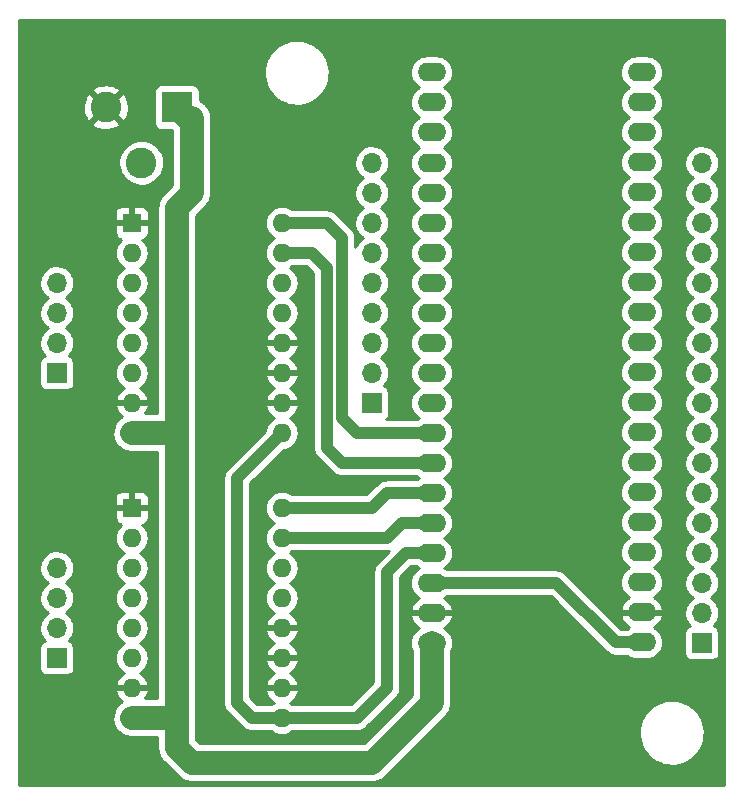
<source format=gbr>
G04 #@! TF.GenerationSoftware,KiCad,Pcbnew,5.99.0-unknown-c3175b4~86~ubuntu16.04.1*
G04 #@! TF.CreationDate,2019-11-28T09:11:42-05:00*
G04 #@! TF.ProjectId,sketchy_v2,736b6574-6368-4795-9f76-322e6b696361,rev?*
G04 #@! TF.SameCoordinates,Original*
G04 #@! TF.FileFunction,Copper,L2,Bot*
G04 #@! TF.FilePolarity,Positive*
%FSLAX46Y46*%
G04 Gerber Fmt 4.6, Leading zero omitted, Abs format (unit mm)*
G04 Created by KiCad (PCBNEW 5.99.0-unknown-c3175b4~86~ubuntu16.04.1) date 2019-11-28 09:11:42*
%MOMM*%
%LPD*%
G04 APERTURE LIST*
%ADD10O,1.700000X1.700000*%
%ADD11R,1.700000X1.700000*%
%ADD12R,1.600000X1.600000*%
%ADD13O,1.600000X1.600000*%
%ADD14O,2.400000X1.600000*%
%ADD15R,2.600000X2.600000*%
%ADD16C,2.600000*%
%ADD17C,2.000000*%
%ADD18C,1.000000*%
%ADD19C,0.254000*%
G04 APERTURE END LIST*
D10*
X161290000Y-107950000D03*
X161290000Y-110490000D03*
X161290000Y-113030000D03*
X161290000Y-115570000D03*
X161290000Y-118110000D03*
X161290000Y-120650000D03*
X161290000Y-123190000D03*
X161290000Y-125730000D03*
D11*
X161290000Y-128270000D03*
D10*
X189230000Y-107950000D03*
X189230000Y-110490000D03*
X189230000Y-113030000D03*
X189230000Y-115570000D03*
X189230000Y-118110000D03*
X189230000Y-120650000D03*
X189230000Y-123190000D03*
X189230000Y-125730000D03*
X189230000Y-128270000D03*
X189230000Y-130810000D03*
X189230000Y-133350000D03*
X189230000Y-135890000D03*
X189230000Y-138430000D03*
X189230000Y-140970000D03*
X189230000Y-143510000D03*
X189230000Y-146050000D03*
D11*
X189230000Y-148590000D03*
X134620000Y-125730000D03*
D10*
X134620000Y-123190000D03*
X134620000Y-120650000D03*
X134620000Y-118110000D03*
D11*
X134620000Y-149860000D03*
D10*
X134620000Y-147320000D03*
X134620000Y-144780000D03*
X134620000Y-142240000D03*
D12*
X140970000Y-113030000D03*
D13*
X153670000Y-130810000D03*
X140970000Y-115570000D03*
X153670000Y-128270000D03*
X140970000Y-118110000D03*
X153670000Y-125730000D03*
X140970000Y-120650000D03*
X153670000Y-123190000D03*
X140970000Y-123190000D03*
X153670000Y-120650000D03*
X140970000Y-125730000D03*
X153670000Y-118110000D03*
X140970000Y-128270000D03*
X153670000Y-115570000D03*
X140970000Y-130810000D03*
X153670000Y-113030000D03*
D12*
X140970000Y-137160000D03*
D13*
X153670000Y-154940000D03*
X140970000Y-139700000D03*
X153670000Y-152400000D03*
X140970000Y-142240000D03*
X153670000Y-149860000D03*
X140970000Y-144780000D03*
X153670000Y-147320000D03*
X140970000Y-147320000D03*
X153670000Y-144780000D03*
X140970000Y-149860000D03*
X153670000Y-142240000D03*
X140970000Y-152400000D03*
X153670000Y-139700000D03*
X140970000Y-154940000D03*
X153670000Y-137160000D03*
D14*
X166370000Y-105380000D03*
X166370000Y-102840000D03*
X166370000Y-100300000D03*
X184150000Y-100300000D03*
X184150000Y-102840000D03*
X184150000Y-105380000D03*
X166370000Y-148590000D03*
X184150000Y-148560000D03*
X166370000Y-146050000D03*
X184150000Y-146020000D03*
X166370000Y-143510000D03*
X184150000Y-143480000D03*
X166370000Y-140970000D03*
X184150000Y-140940000D03*
X166370000Y-138430000D03*
X184150000Y-138400000D03*
X166370000Y-135890000D03*
X184150000Y-135860000D03*
X166370000Y-133350000D03*
X184150000Y-133320000D03*
X166370000Y-130810000D03*
X184150000Y-130780000D03*
X166370000Y-128270000D03*
X184150000Y-128240000D03*
X166370000Y-125730000D03*
X184150000Y-125700000D03*
X166370000Y-123190000D03*
X184150000Y-123160000D03*
X166370000Y-120650000D03*
X184150000Y-120620000D03*
X166370000Y-118110000D03*
X184150000Y-118080000D03*
X166370000Y-115570000D03*
X184150000Y-115540000D03*
X166370000Y-113030000D03*
X184150000Y-113000000D03*
X166370000Y-110490000D03*
X184150000Y-110460000D03*
X166370000Y-107950000D03*
X184150000Y-107920000D03*
D15*
X144780000Y-103250000D03*
D16*
X138780000Y-103250000D03*
X141780000Y-107950000D03*
D17*
X146050000Y-110490000D02*
X146050000Y-104140000D01*
X146050000Y-104140000D02*
X145670000Y-104140000D01*
X145670000Y-104140000D02*
X144780000Y-103250000D01*
X146050000Y-110490000D02*
X144780000Y-111760000D01*
X144780000Y-111760000D02*
X144780000Y-130810000D01*
X144780000Y-154940000D02*
X144780000Y-130810000D01*
X146050000Y-158750000D02*
X144780000Y-157480000D01*
X166370000Y-153670000D02*
X161290000Y-158750000D01*
X166370000Y-148590000D02*
X166370000Y-153670000D01*
X144780000Y-157480000D02*
X144780000Y-154940000D01*
X161290000Y-158750000D02*
X146050000Y-158750000D01*
D18*
X156210000Y-115570000D02*
X153670000Y-115570000D01*
X166370000Y-133350000D02*
X158750000Y-133350000D01*
X157480000Y-132080000D02*
X157480000Y-116840000D01*
X158750000Y-133350000D02*
X157480000Y-132080000D01*
X157480000Y-116840000D02*
X156210000Y-115570000D01*
X176900000Y-143510000D02*
X167640000Y-143510000D01*
X167640000Y-143510000D02*
X166370000Y-143510000D01*
X184150000Y-148560000D02*
X181950000Y-148560000D01*
X181950000Y-148560000D02*
X176900000Y-143510000D01*
X160020000Y-154940000D02*
X157480000Y-154940000D01*
X162560000Y-139700000D02*
X160020000Y-139700000D01*
X161290000Y-137160000D02*
X158750000Y-137160000D01*
X158750000Y-129540000D02*
X158750000Y-114300000D01*
X160020000Y-130810000D02*
X158750000Y-129540000D01*
X158750000Y-114300000D02*
X157480000Y-113030000D01*
X166370000Y-130810000D02*
X160020000Y-130810000D01*
X157480000Y-113030000D02*
X153670000Y-113030000D01*
X166370000Y-135890000D02*
X162560000Y-135890000D01*
X162560000Y-135890000D02*
X161290000Y-137160000D01*
X158750000Y-137160000D02*
X153670000Y-137160000D01*
X163830000Y-138430000D02*
X162560000Y-139700000D01*
X160020000Y-139700000D02*
X153670000Y-139700000D01*
X166370000Y-138430000D02*
X163830000Y-138430000D01*
X149860000Y-153670000D02*
X149860000Y-134620000D01*
X149860000Y-134620000D02*
X153670000Y-130810000D01*
X151130000Y-154940000D02*
X149860000Y-153670000D01*
X153670000Y-154940000D02*
X151130000Y-154940000D01*
X162560000Y-152400000D02*
X160020000Y-154940000D01*
X157480000Y-154940000D02*
X153670000Y-154940000D01*
X162560000Y-142580000D02*
X162560000Y-152400000D01*
X166370000Y-140970000D02*
X164170000Y-140970000D01*
X164170000Y-140970000D02*
X162560000Y-142580000D01*
D17*
X140970000Y-154940000D02*
X144780000Y-154940000D01*
X144780000Y-130810000D02*
X140970000Y-130810000D01*
D19*
G36*
X191136000Y-160656000D02*
G01*
X131444000Y-160656000D01*
X131444000Y-152272000D01*
X139519712Y-152272000D01*
X142420288Y-152272000D01*
X142322667Y-151907670D01*
X142216624Y-151680261D01*
X142072703Y-151474721D01*
X141895279Y-151297297D01*
X141689739Y-151153376D01*
X141639609Y-151130000D01*
X141689739Y-151106624D01*
X141895279Y-150962703D01*
X142072703Y-150785279D01*
X142216624Y-150579739D01*
X142322667Y-150352330D01*
X142387609Y-150109962D01*
X142409477Y-149860000D01*
X142387609Y-149610038D01*
X142322667Y-149367670D01*
X142216624Y-149140261D01*
X142072703Y-148934721D01*
X141895279Y-148757297D01*
X141689739Y-148613376D01*
X141639609Y-148590000D01*
X141689739Y-148566624D01*
X141895279Y-148422703D01*
X142072703Y-148245279D01*
X142216624Y-148039739D01*
X142322667Y-147812330D01*
X142387609Y-147569962D01*
X142409477Y-147320000D01*
X142387609Y-147070038D01*
X142322667Y-146827670D01*
X142216624Y-146600261D01*
X142072703Y-146394721D01*
X141895279Y-146217297D01*
X141689739Y-146073376D01*
X141639609Y-146050000D01*
X141689739Y-146026624D01*
X141895279Y-145882703D01*
X142072703Y-145705279D01*
X142216624Y-145499739D01*
X142322667Y-145272330D01*
X142387609Y-145029962D01*
X142409477Y-144780000D01*
X142387609Y-144530038D01*
X142322667Y-144287670D01*
X142216624Y-144060261D01*
X142072703Y-143854721D01*
X141895279Y-143677297D01*
X141689739Y-143533376D01*
X141639609Y-143510000D01*
X141689739Y-143486624D01*
X141895279Y-143342703D01*
X142072703Y-143165279D01*
X142216624Y-142959739D01*
X142322667Y-142732330D01*
X142387609Y-142489962D01*
X142409477Y-142240000D01*
X142387609Y-141990038D01*
X142322667Y-141747670D01*
X142216624Y-141520261D01*
X142072703Y-141314721D01*
X141895279Y-141137297D01*
X141689739Y-140993376D01*
X141639609Y-140970000D01*
X141689739Y-140946624D01*
X141895279Y-140802703D01*
X142072703Y-140625279D01*
X142216624Y-140419739D01*
X142322667Y-140192330D01*
X142387609Y-139949962D01*
X142409477Y-139700000D01*
X142387609Y-139450038D01*
X142322667Y-139207670D01*
X142216624Y-138980261D01*
X142072703Y-138774721D01*
X141895279Y-138597297D01*
X141869887Y-138579517D01*
X142087512Y-138521205D01*
X142263165Y-138373815D01*
X142374956Y-138180186D01*
X142411837Y-137971024D01*
X142411837Y-137288000D01*
X139528163Y-137288000D01*
X139528163Y-137976588D01*
X139608795Y-138277512D01*
X139756185Y-138453165D01*
X139949814Y-138564956D01*
X140062525Y-138584830D01*
X140044721Y-138597297D01*
X139867297Y-138774721D01*
X139723376Y-138980261D01*
X139617333Y-139207670D01*
X139552391Y-139450038D01*
X139530523Y-139700000D01*
X139552391Y-139949962D01*
X139617333Y-140192330D01*
X139723376Y-140419739D01*
X139867297Y-140625279D01*
X140044721Y-140802703D01*
X140250261Y-140946624D01*
X140300391Y-140970000D01*
X140250261Y-140993376D01*
X140044721Y-141137297D01*
X139867297Y-141314721D01*
X139723376Y-141520261D01*
X139617333Y-141747670D01*
X139552391Y-141990038D01*
X139530523Y-142240000D01*
X139552391Y-142489962D01*
X139617333Y-142732330D01*
X139723376Y-142959739D01*
X139867297Y-143165279D01*
X140044721Y-143342703D01*
X140250261Y-143486624D01*
X140300391Y-143510000D01*
X140250261Y-143533376D01*
X140044721Y-143677297D01*
X139867297Y-143854721D01*
X139723376Y-144060261D01*
X139617333Y-144287670D01*
X139552391Y-144530038D01*
X139530523Y-144780000D01*
X139552391Y-145029962D01*
X139617333Y-145272330D01*
X139723376Y-145499739D01*
X139867297Y-145705279D01*
X140044721Y-145882703D01*
X140250261Y-146026624D01*
X140300391Y-146050000D01*
X140250261Y-146073376D01*
X140044721Y-146217297D01*
X139867297Y-146394721D01*
X139723376Y-146600261D01*
X139617333Y-146827670D01*
X139552391Y-147070038D01*
X139530523Y-147320000D01*
X139552391Y-147569962D01*
X139617333Y-147812330D01*
X139723376Y-148039739D01*
X139867297Y-148245279D01*
X140044721Y-148422703D01*
X140250261Y-148566624D01*
X140300391Y-148590000D01*
X140250261Y-148613376D01*
X140044721Y-148757297D01*
X139867297Y-148934721D01*
X139723376Y-149140261D01*
X139617333Y-149367670D01*
X139552391Y-149610038D01*
X139530523Y-149860000D01*
X139552391Y-150109962D01*
X139617333Y-150352330D01*
X139723376Y-150579739D01*
X139867297Y-150785279D01*
X140044721Y-150962703D01*
X140250261Y-151106624D01*
X140300391Y-151130000D01*
X140250261Y-151153376D01*
X140044721Y-151297297D01*
X139867297Y-151474721D01*
X139723376Y-151680261D01*
X139617333Y-151907670D01*
X139519712Y-152272000D01*
X131444000Y-152272000D01*
X131444000Y-148998976D01*
X133128163Y-148998976D01*
X133128163Y-150726588D01*
X133208795Y-151027512D01*
X133356185Y-151203165D01*
X133549814Y-151314956D01*
X133758976Y-151351837D01*
X135486588Y-151351837D01*
X135787512Y-151271205D01*
X135963165Y-151123815D01*
X136074956Y-150930186D01*
X136111837Y-150721024D01*
X136111837Y-148993412D01*
X136031205Y-148692489D01*
X135883815Y-148516835D01*
X135690186Y-148405044D01*
X135641554Y-148396469D01*
X135735466Y-148306881D01*
X135885797Y-148104828D01*
X135999936Y-147880334D01*
X136074618Y-147639819D01*
X136107708Y-147390159D01*
X136098260Y-147138492D01*
X136046544Y-146892017D01*
X135954039Y-146657778D01*
X135823390Y-146442474D01*
X135658331Y-146252261D01*
X135463584Y-146092578D01*
X135389939Y-146050657D01*
X135553240Y-145940716D01*
X135735466Y-145766881D01*
X135885797Y-145564828D01*
X135999936Y-145340334D01*
X136074618Y-145099819D01*
X136107708Y-144850159D01*
X136098260Y-144598492D01*
X136046544Y-144352017D01*
X135954039Y-144117778D01*
X135823390Y-143902474D01*
X135658331Y-143712261D01*
X135463584Y-143552578D01*
X135389939Y-143510657D01*
X135553240Y-143400716D01*
X135735466Y-143226881D01*
X135885797Y-143024828D01*
X135999936Y-142800334D01*
X136074618Y-142559819D01*
X136107708Y-142310159D01*
X136098260Y-142058492D01*
X136046544Y-141812017D01*
X135954039Y-141577778D01*
X135823390Y-141362474D01*
X135658331Y-141172261D01*
X135463584Y-141012578D01*
X135244716Y-140887991D01*
X135005169Y-140801040D01*
X134665352Y-140756000D01*
X134556810Y-140756000D01*
X134369058Y-140771931D01*
X134125292Y-140835200D01*
X133895671Y-140938637D01*
X133686760Y-141079284D01*
X133504534Y-141253119D01*
X133354203Y-141455172D01*
X133240064Y-141679666D01*
X133165382Y-141920181D01*
X133132292Y-142169841D01*
X133141740Y-142421508D01*
X133193456Y-142667983D01*
X133285961Y-142902222D01*
X133416610Y-143117526D01*
X133581669Y-143307739D01*
X133776416Y-143467422D01*
X133850061Y-143509343D01*
X133686760Y-143619284D01*
X133504534Y-143793119D01*
X133354203Y-143995172D01*
X133240064Y-144219666D01*
X133165382Y-144460181D01*
X133132292Y-144709841D01*
X133141740Y-144961508D01*
X133193456Y-145207983D01*
X133285961Y-145442222D01*
X133416610Y-145657526D01*
X133581669Y-145847739D01*
X133776416Y-146007422D01*
X133850061Y-146049343D01*
X133686760Y-146159284D01*
X133504534Y-146333119D01*
X133354203Y-146535172D01*
X133240064Y-146759666D01*
X133165382Y-147000181D01*
X133132292Y-147249841D01*
X133141740Y-147501508D01*
X133193456Y-147747983D01*
X133285961Y-147982222D01*
X133416610Y-148197526D01*
X133581669Y-148387739D01*
X133605975Y-148407669D01*
X133452489Y-148448795D01*
X133276835Y-148596185D01*
X133165044Y-148789814D01*
X133128163Y-148998976D01*
X131444000Y-148998976D01*
X131444000Y-136348976D01*
X139528163Y-136348976D01*
X139528163Y-137032000D01*
X140842000Y-137032000D01*
X140842000Y-135718163D01*
X141098000Y-135718163D01*
X141098000Y-137032000D01*
X142411837Y-137032000D01*
X142411837Y-136343412D01*
X142331205Y-136042489D01*
X142183815Y-135866835D01*
X141990186Y-135755044D01*
X141781024Y-135718163D01*
X141098000Y-135718163D01*
X140842000Y-135718163D01*
X140153412Y-135718163D01*
X139852489Y-135798795D01*
X139676835Y-135946185D01*
X139565044Y-136139814D01*
X139528163Y-136348976D01*
X131444000Y-136348976D01*
X131444000Y-130890232D01*
X139329537Y-130890232D01*
X139379176Y-131218454D01*
X139493799Y-131529991D01*
X139668724Y-131812117D01*
X139896806Y-132053307D01*
X140168727Y-132243708D01*
X140476448Y-132376871D01*
X140910075Y-132444000D01*
X143146001Y-132444000D01*
X143146000Y-153306000D01*
X142086202Y-153306000D01*
X142216624Y-153119739D01*
X142322667Y-152892330D01*
X142420288Y-152528000D01*
X139519712Y-152528000D01*
X139617333Y-152892330D01*
X139723376Y-153119739D01*
X139867297Y-153325279D01*
X140044721Y-153502703D01*
X140110028Y-153548431D01*
X140032646Y-153591325D01*
X139780603Y-153807352D01*
X139577145Y-154069648D01*
X139430585Y-154367497D01*
X139346909Y-154688733D01*
X139329537Y-155020232D01*
X139379176Y-155348454D01*
X139493799Y-155659991D01*
X139668724Y-155942117D01*
X139896806Y-156183307D01*
X140168727Y-156373708D01*
X140476448Y-156506871D01*
X140910075Y-156574000D01*
X143146000Y-156574000D01*
X143146000Y-157456606D01*
X143141987Y-157600288D01*
X143160404Y-157704733D01*
X143171121Y-157810254D01*
X143189159Y-157867811D01*
X143199631Y-157927199D01*
X143238672Y-158025807D01*
X143270390Y-158127019D01*
X143299629Y-158179767D01*
X143323061Y-158238951D01*
X143361695Y-158291738D01*
X143431325Y-158417353D01*
X143647352Y-158669397D01*
X143697381Y-158708204D01*
X144878033Y-159888857D01*
X144976806Y-159993307D01*
X145063683Y-160054139D01*
X145145876Y-160121174D01*
X145199322Y-160149115D01*
X145248727Y-160183708D01*
X145346065Y-160225831D01*
X145440057Y-160274968D01*
X145498021Y-160291588D01*
X145556447Y-160316871D01*
X145621100Y-160326881D01*
X145759152Y-160366466D01*
X146090127Y-160391934D01*
X146152925Y-160384000D01*
X161266607Y-160384000D01*
X161410287Y-160388013D01*
X161514729Y-160369598D01*
X161620255Y-160358879D01*
X161677815Y-160340841D01*
X161737199Y-160330369D01*
X161835809Y-160291327D01*
X161937020Y-160259610D01*
X161989770Y-160230370D01*
X162048951Y-160206939D01*
X162101733Y-160168308D01*
X162227354Y-160098675D01*
X162479397Y-159882648D01*
X162518204Y-159832619D01*
X166213838Y-156136985D01*
X183901671Y-156136985D01*
X183913556Y-156477341D01*
X183966832Y-156813712D01*
X184060704Y-157141082D01*
X184193772Y-157454573D01*
X184364054Y-157749510D01*
X184569011Y-158021496D01*
X184805586Y-158266477D01*
X185070254Y-158480800D01*
X185359068Y-158661272D01*
X185667724Y-158805201D01*
X185991619Y-158910441D01*
X186325925Y-158975422D01*
X186665659Y-158999180D01*
X187005756Y-158981356D01*
X187341146Y-158922218D01*
X187666829Y-158822646D01*
X187977949Y-158684126D01*
X188269869Y-158508723D01*
X188538236Y-158299052D01*
X188779052Y-158058236D01*
X188988723Y-157789869D01*
X189164126Y-157497949D01*
X189302646Y-157186829D01*
X189402218Y-156861146D01*
X189461644Y-156524124D01*
X189474285Y-156041363D01*
X189432579Y-155701693D01*
X189350189Y-155371245D01*
X189228141Y-155053302D01*
X189068256Y-154752602D01*
X188872918Y-154473629D01*
X188645036Y-154220540D01*
X188388009Y-153997111D01*
X188105669Y-153806670D01*
X187802225Y-153652057D01*
X187482200Y-153535578D01*
X187150365Y-153458968D01*
X186811667Y-153423370D01*
X186471156Y-153429313D01*
X186133906Y-153476711D01*
X185804947Y-153564855D01*
X185489181Y-153692432D01*
X185191318Y-153857540D01*
X184915796Y-154057719D01*
X184666724Y-154289982D01*
X184447814Y-154550869D01*
X184262329Y-154836490D01*
X184113037Y-155142587D01*
X184002160Y-155464596D01*
X183931352Y-155797717D01*
X183901671Y-156136985D01*
X166213838Y-156136985D01*
X167508858Y-154841966D01*
X167613307Y-154743194D01*
X167674140Y-154656316D01*
X167741174Y-154574123D01*
X167769114Y-154520678D01*
X167803708Y-154471273D01*
X167845832Y-154373931D01*
X167894967Y-154279943D01*
X167911589Y-154221977D01*
X167936871Y-154163552D01*
X167946879Y-154098907D01*
X167986467Y-153960849D01*
X168011934Y-153629873D01*
X168004000Y-153567075D01*
X168004000Y-149327768D01*
X168016624Y-149309739D01*
X168122667Y-149082330D01*
X168187609Y-148839962D01*
X168209477Y-148590000D01*
X168187609Y-148340038D01*
X168122667Y-148097670D01*
X168016624Y-147870261D01*
X167872703Y-147664721D01*
X167695279Y-147487297D01*
X167489739Y-147343376D01*
X167439609Y-147320000D01*
X167489739Y-147296624D01*
X167695279Y-147152703D01*
X167872703Y-146975279D01*
X168016624Y-146769739D01*
X168122667Y-146542330D01*
X168220288Y-146178000D01*
X164519712Y-146178000D01*
X164617333Y-146542330D01*
X164723376Y-146769739D01*
X164867297Y-146975279D01*
X165044721Y-147152703D01*
X165250261Y-147296624D01*
X165300391Y-147320000D01*
X165250261Y-147343376D01*
X165044721Y-147487297D01*
X164867297Y-147664721D01*
X164723376Y-147870261D01*
X164617333Y-148097670D01*
X164552391Y-148340038D01*
X164530523Y-148590000D01*
X164552391Y-148839962D01*
X164617333Y-149082330D01*
X164723376Y-149309739D01*
X164736000Y-149327768D01*
X164736001Y-152993175D01*
X160613177Y-157116000D01*
X146726825Y-157116000D01*
X146414000Y-156803176D01*
X146414000Y-154983089D01*
X146420463Y-154859768D01*
X146414000Y-154817034D01*
X146414000Y-153729784D01*
X148719245Y-153729784D01*
X148737731Y-153835704D01*
X148750651Y-153942481D01*
X148761271Y-153970586D01*
X148766434Y-154000166D01*
X148809651Y-154098621D01*
X148847670Y-154199232D01*
X148864683Y-154223987D01*
X148876890Y-154251795D01*
X148937481Y-154329909D01*
X149003132Y-154425431D01*
X149081851Y-154495568D01*
X150300331Y-155714048D01*
X150365637Y-155788910D01*
X150453611Y-155850740D01*
X150538246Y-155917101D01*
X150565624Y-155929463D01*
X150590195Y-155946732D01*
X150690378Y-155985792D01*
X150788397Y-156030049D01*
X150817932Y-156035524D01*
X150846229Y-156046555D01*
X150944309Y-156058946D01*
X151058273Y-156080068D01*
X151163502Y-156074000D01*
X152789417Y-156074000D01*
X152950261Y-156186624D01*
X153177670Y-156292667D01*
X153420038Y-156357609D01*
X153607394Y-156374000D01*
X153732606Y-156374000D01*
X153919962Y-156357609D01*
X154162330Y-156292667D01*
X154389739Y-156186624D01*
X154550583Y-156074000D01*
X159980692Y-156074000D01*
X160079783Y-156080755D01*
X160185701Y-156062270D01*
X160292482Y-156049349D01*
X160320586Y-156038729D01*
X160350167Y-156033566D01*
X160448614Y-155990352D01*
X160549234Y-155952330D01*
X160573992Y-155935314D01*
X160601795Y-155923109D01*
X160679902Y-155862523D01*
X160775431Y-155796869D01*
X160845569Y-155718148D01*
X163334048Y-153229669D01*
X163408910Y-153164363D01*
X163470740Y-153076389D01*
X163537101Y-152991754D01*
X163549463Y-152964376D01*
X163566732Y-152939805D01*
X163605792Y-152839622D01*
X163650049Y-152741603D01*
X163655524Y-152712068D01*
X163666555Y-152683771D01*
X163678947Y-152585683D01*
X163700067Y-152471728D01*
X163694000Y-152366512D01*
X163694000Y-143049717D01*
X164639717Y-142104000D01*
X165089417Y-142104000D01*
X165250261Y-142216624D01*
X165300391Y-142240000D01*
X165250261Y-142263376D01*
X165044721Y-142407297D01*
X164867297Y-142584721D01*
X164723376Y-142790261D01*
X164617333Y-143017670D01*
X164552391Y-143260038D01*
X164530523Y-143510000D01*
X164552391Y-143759962D01*
X164617333Y-144002330D01*
X164723376Y-144229739D01*
X164867297Y-144435279D01*
X165044721Y-144612703D01*
X165250261Y-144756624D01*
X165300391Y-144780000D01*
X165250261Y-144803376D01*
X165044721Y-144947297D01*
X164867297Y-145124721D01*
X164723376Y-145330261D01*
X164617333Y-145557670D01*
X164519712Y-145922000D01*
X168220288Y-145922000D01*
X168122667Y-145557670D01*
X168016624Y-145330261D01*
X167872703Y-145124721D01*
X167695279Y-144947297D01*
X167489739Y-144803376D01*
X167439609Y-144780000D01*
X167489739Y-144756624D01*
X167650583Y-144644000D01*
X176430283Y-144644000D01*
X181120337Y-149334055D01*
X181185638Y-149408911D01*
X181273598Y-149470729D01*
X181358246Y-149537101D01*
X181385624Y-149549463D01*
X181410195Y-149566732D01*
X181510378Y-149605792D01*
X181608397Y-149650049D01*
X181637932Y-149655524D01*
X181666229Y-149666555D01*
X181764317Y-149678947D01*
X181878272Y-149700067D01*
X181983488Y-149694000D01*
X182869417Y-149694000D01*
X183030261Y-149806624D01*
X183257670Y-149912667D01*
X183500038Y-149977609D01*
X183687394Y-149994000D01*
X184612606Y-149994000D01*
X184799962Y-149977609D01*
X185042330Y-149912667D01*
X185269739Y-149806624D01*
X185475279Y-149662703D01*
X185652703Y-149485279D01*
X185796624Y-149279739D01*
X185902667Y-149052330D01*
X185967609Y-148809962D01*
X185989477Y-148560000D01*
X185967609Y-148310038D01*
X185902667Y-148067670D01*
X185796624Y-147840261D01*
X185718702Y-147728976D01*
X187738163Y-147728976D01*
X187738163Y-149456588D01*
X187818795Y-149757512D01*
X187966185Y-149933165D01*
X188159814Y-150044956D01*
X188368976Y-150081837D01*
X190096588Y-150081837D01*
X190397512Y-150001205D01*
X190573165Y-149853815D01*
X190684956Y-149660186D01*
X190721837Y-149451024D01*
X190721837Y-147723412D01*
X190641205Y-147422489D01*
X190493815Y-147246835D01*
X190300186Y-147135044D01*
X190251554Y-147126469D01*
X190345466Y-147036881D01*
X190495797Y-146834828D01*
X190609936Y-146610334D01*
X190684618Y-146369819D01*
X190717708Y-146120159D01*
X190708260Y-145868492D01*
X190656544Y-145622017D01*
X190564039Y-145387778D01*
X190433390Y-145172474D01*
X190268331Y-144982261D01*
X190073584Y-144822578D01*
X189999939Y-144780657D01*
X190163240Y-144670716D01*
X190345466Y-144496881D01*
X190495797Y-144294828D01*
X190609936Y-144070334D01*
X190684618Y-143829819D01*
X190717708Y-143580159D01*
X190708260Y-143328492D01*
X190656544Y-143082017D01*
X190564039Y-142847778D01*
X190433390Y-142632474D01*
X190268331Y-142442261D01*
X190073584Y-142282578D01*
X189999939Y-142240657D01*
X190163240Y-142130716D01*
X190345466Y-141956881D01*
X190495797Y-141754828D01*
X190609936Y-141530334D01*
X190684618Y-141289819D01*
X190717708Y-141040159D01*
X190708260Y-140788492D01*
X190656544Y-140542017D01*
X190564039Y-140307778D01*
X190433390Y-140092474D01*
X190268331Y-139902261D01*
X190073584Y-139742578D01*
X189999939Y-139700657D01*
X190163240Y-139590716D01*
X190345466Y-139416881D01*
X190495797Y-139214828D01*
X190609936Y-138990334D01*
X190684618Y-138749819D01*
X190717708Y-138500159D01*
X190708260Y-138248492D01*
X190656544Y-138002017D01*
X190564039Y-137767778D01*
X190433390Y-137552474D01*
X190268331Y-137362261D01*
X190073584Y-137202578D01*
X189999939Y-137160657D01*
X190163240Y-137050716D01*
X190345466Y-136876881D01*
X190495797Y-136674828D01*
X190609936Y-136450334D01*
X190684618Y-136209819D01*
X190717708Y-135960159D01*
X190708260Y-135708492D01*
X190656544Y-135462017D01*
X190564039Y-135227778D01*
X190433390Y-135012474D01*
X190268331Y-134822261D01*
X190073584Y-134662578D01*
X189999939Y-134620657D01*
X190163240Y-134510716D01*
X190345466Y-134336881D01*
X190495797Y-134134828D01*
X190609936Y-133910334D01*
X190684618Y-133669819D01*
X190717708Y-133420159D01*
X190708260Y-133168492D01*
X190656544Y-132922017D01*
X190564039Y-132687778D01*
X190433390Y-132472474D01*
X190268331Y-132282261D01*
X190073584Y-132122578D01*
X189999939Y-132080657D01*
X190163240Y-131970716D01*
X190345466Y-131796881D01*
X190495797Y-131594828D01*
X190609936Y-131370334D01*
X190684618Y-131129819D01*
X190717708Y-130880159D01*
X190708260Y-130628492D01*
X190656544Y-130382017D01*
X190564039Y-130147778D01*
X190433390Y-129932474D01*
X190268331Y-129742261D01*
X190073584Y-129582578D01*
X189999939Y-129540657D01*
X190163240Y-129430716D01*
X190345466Y-129256881D01*
X190495797Y-129054828D01*
X190609936Y-128830334D01*
X190684618Y-128589819D01*
X190717708Y-128340159D01*
X190708260Y-128088492D01*
X190656544Y-127842017D01*
X190564039Y-127607778D01*
X190433390Y-127392474D01*
X190268331Y-127202261D01*
X190073584Y-127042578D01*
X189999939Y-127000657D01*
X190163240Y-126890716D01*
X190345466Y-126716881D01*
X190495797Y-126514828D01*
X190609936Y-126290334D01*
X190684618Y-126049819D01*
X190717708Y-125800159D01*
X190708260Y-125548492D01*
X190656544Y-125302017D01*
X190564039Y-125067778D01*
X190433390Y-124852474D01*
X190268331Y-124662261D01*
X190073584Y-124502578D01*
X189999939Y-124460657D01*
X190163240Y-124350716D01*
X190345466Y-124176881D01*
X190495797Y-123974828D01*
X190609936Y-123750334D01*
X190684618Y-123509819D01*
X190717708Y-123260159D01*
X190708260Y-123008492D01*
X190656544Y-122762017D01*
X190564039Y-122527778D01*
X190433390Y-122312474D01*
X190268331Y-122122261D01*
X190073584Y-121962578D01*
X189999939Y-121920657D01*
X190163240Y-121810716D01*
X190345466Y-121636881D01*
X190495797Y-121434828D01*
X190609936Y-121210334D01*
X190684618Y-120969819D01*
X190717708Y-120720159D01*
X190708260Y-120468492D01*
X190656544Y-120222017D01*
X190564039Y-119987778D01*
X190433390Y-119772474D01*
X190268331Y-119582261D01*
X190073584Y-119422578D01*
X189999939Y-119380657D01*
X190163240Y-119270716D01*
X190345466Y-119096881D01*
X190495797Y-118894828D01*
X190609936Y-118670334D01*
X190684618Y-118429819D01*
X190717708Y-118180159D01*
X190708260Y-117928492D01*
X190656544Y-117682017D01*
X190564039Y-117447778D01*
X190433390Y-117232474D01*
X190268331Y-117042261D01*
X190073584Y-116882578D01*
X189999939Y-116840657D01*
X190163240Y-116730716D01*
X190345466Y-116556881D01*
X190495797Y-116354828D01*
X190609936Y-116130334D01*
X190684618Y-115889819D01*
X190717708Y-115640159D01*
X190708260Y-115388492D01*
X190656544Y-115142017D01*
X190564039Y-114907778D01*
X190433390Y-114692474D01*
X190268331Y-114502261D01*
X190073584Y-114342578D01*
X189999939Y-114300657D01*
X190163240Y-114190716D01*
X190345466Y-114016881D01*
X190495797Y-113814828D01*
X190609936Y-113590334D01*
X190684618Y-113349819D01*
X190717708Y-113100159D01*
X190708260Y-112848492D01*
X190656544Y-112602017D01*
X190564039Y-112367778D01*
X190433390Y-112152474D01*
X190268331Y-111962261D01*
X190073584Y-111802578D01*
X189999939Y-111760657D01*
X190163240Y-111650716D01*
X190345466Y-111476881D01*
X190495797Y-111274828D01*
X190609936Y-111050334D01*
X190684618Y-110809819D01*
X190717708Y-110560159D01*
X190708260Y-110308492D01*
X190656544Y-110062017D01*
X190564039Y-109827778D01*
X190433390Y-109612474D01*
X190268331Y-109422261D01*
X190073584Y-109262578D01*
X189999939Y-109220657D01*
X190163240Y-109110716D01*
X190345466Y-108936881D01*
X190495797Y-108734828D01*
X190609936Y-108510334D01*
X190684618Y-108269819D01*
X190717708Y-108020159D01*
X190708260Y-107768492D01*
X190656544Y-107522017D01*
X190564039Y-107287778D01*
X190433390Y-107072474D01*
X190268331Y-106882261D01*
X190073584Y-106722578D01*
X189854716Y-106597991D01*
X189615169Y-106511040D01*
X189275352Y-106466000D01*
X189166810Y-106466000D01*
X188979058Y-106481931D01*
X188735292Y-106545200D01*
X188505671Y-106648637D01*
X188296760Y-106789284D01*
X188114534Y-106963119D01*
X187964203Y-107165172D01*
X187850064Y-107389666D01*
X187775382Y-107630181D01*
X187742292Y-107879841D01*
X187751740Y-108131508D01*
X187803456Y-108377983D01*
X187895961Y-108612222D01*
X188026610Y-108827526D01*
X188191669Y-109017739D01*
X188386416Y-109177422D01*
X188460061Y-109219343D01*
X188296760Y-109329284D01*
X188114534Y-109503119D01*
X187964203Y-109705172D01*
X187850064Y-109929666D01*
X187775382Y-110170181D01*
X187742292Y-110419841D01*
X187751740Y-110671508D01*
X187803456Y-110917983D01*
X187895961Y-111152222D01*
X188026610Y-111367526D01*
X188191669Y-111557739D01*
X188386416Y-111717422D01*
X188460061Y-111759343D01*
X188296760Y-111869284D01*
X188114534Y-112043119D01*
X187964203Y-112245172D01*
X187850064Y-112469666D01*
X187775382Y-112710181D01*
X187742292Y-112959841D01*
X187751740Y-113211508D01*
X187803456Y-113457983D01*
X187895961Y-113692222D01*
X188026610Y-113907526D01*
X188191669Y-114097739D01*
X188386416Y-114257422D01*
X188460061Y-114299343D01*
X188296760Y-114409284D01*
X188114534Y-114583119D01*
X187964203Y-114785172D01*
X187850064Y-115009666D01*
X187775382Y-115250181D01*
X187742292Y-115499841D01*
X187751740Y-115751508D01*
X187803456Y-115997983D01*
X187895961Y-116232222D01*
X188026610Y-116447526D01*
X188191669Y-116637739D01*
X188386416Y-116797422D01*
X188460061Y-116839343D01*
X188296760Y-116949284D01*
X188114534Y-117123119D01*
X187964203Y-117325172D01*
X187850064Y-117549666D01*
X187775382Y-117790181D01*
X187742292Y-118039841D01*
X187751740Y-118291508D01*
X187803456Y-118537983D01*
X187895961Y-118772222D01*
X188026610Y-118987526D01*
X188191669Y-119177739D01*
X188386416Y-119337422D01*
X188460061Y-119379343D01*
X188296760Y-119489284D01*
X188114534Y-119663119D01*
X187964203Y-119865172D01*
X187850064Y-120089666D01*
X187775382Y-120330181D01*
X187742292Y-120579841D01*
X187751740Y-120831508D01*
X187803456Y-121077983D01*
X187895961Y-121312222D01*
X188026610Y-121527526D01*
X188191669Y-121717739D01*
X188386416Y-121877422D01*
X188460061Y-121919343D01*
X188296760Y-122029284D01*
X188114534Y-122203119D01*
X187964203Y-122405172D01*
X187850064Y-122629666D01*
X187775382Y-122870181D01*
X187742292Y-123119841D01*
X187751740Y-123371508D01*
X187803456Y-123617983D01*
X187895961Y-123852222D01*
X188026610Y-124067526D01*
X188191669Y-124257739D01*
X188386416Y-124417422D01*
X188460061Y-124459343D01*
X188296760Y-124569284D01*
X188114534Y-124743119D01*
X187964203Y-124945172D01*
X187850064Y-125169666D01*
X187775382Y-125410181D01*
X187742292Y-125659841D01*
X187751740Y-125911508D01*
X187803456Y-126157983D01*
X187895961Y-126392222D01*
X188026610Y-126607526D01*
X188191669Y-126797739D01*
X188386416Y-126957422D01*
X188460061Y-126999343D01*
X188296760Y-127109284D01*
X188114534Y-127283119D01*
X187964203Y-127485172D01*
X187850064Y-127709666D01*
X187775382Y-127950181D01*
X187742292Y-128199841D01*
X187751740Y-128451508D01*
X187803456Y-128697983D01*
X187895961Y-128932222D01*
X188026610Y-129147526D01*
X188191669Y-129337739D01*
X188386416Y-129497422D01*
X188460061Y-129539343D01*
X188296760Y-129649284D01*
X188114534Y-129823119D01*
X187964203Y-130025172D01*
X187850064Y-130249666D01*
X187775382Y-130490181D01*
X187742292Y-130739841D01*
X187751740Y-130991508D01*
X187803456Y-131237983D01*
X187895961Y-131472222D01*
X188026610Y-131687526D01*
X188191669Y-131877739D01*
X188386416Y-132037422D01*
X188460061Y-132079343D01*
X188296760Y-132189284D01*
X188114534Y-132363119D01*
X187964203Y-132565172D01*
X187850064Y-132789666D01*
X187775382Y-133030181D01*
X187742292Y-133279841D01*
X187751740Y-133531508D01*
X187803456Y-133777983D01*
X187895961Y-134012222D01*
X188026610Y-134227526D01*
X188191669Y-134417739D01*
X188386416Y-134577422D01*
X188460061Y-134619343D01*
X188296760Y-134729284D01*
X188114534Y-134903119D01*
X187964203Y-135105172D01*
X187850064Y-135329666D01*
X187775382Y-135570181D01*
X187742292Y-135819841D01*
X187751740Y-136071508D01*
X187803456Y-136317983D01*
X187895961Y-136552222D01*
X188026610Y-136767526D01*
X188191669Y-136957739D01*
X188386416Y-137117422D01*
X188460061Y-137159343D01*
X188296760Y-137269284D01*
X188114534Y-137443119D01*
X187964203Y-137645172D01*
X187850064Y-137869666D01*
X187775382Y-138110181D01*
X187742292Y-138359841D01*
X187751740Y-138611508D01*
X187803456Y-138857983D01*
X187895961Y-139092222D01*
X188026610Y-139307526D01*
X188191669Y-139497739D01*
X188386416Y-139657422D01*
X188460061Y-139699343D01*
X188296760Y-139809284D01*
X188114534Y-139983119D01*
X187964203Y-140185172D01*
X187850064Y-140409666D01*
X187775382Y-140650181D01*
X187742292Y-140899841D01*
X187751740Y-141151508D01*
X187803456Y-141397983D01*
X187895961Y-141632222D01*
X188026610Y-141847526D01*
X188191669Y-142037739D01*
X188386416Y-142197422D01*
X188460061Y-142239343D01*
X188296760Y-142349284D01*
X188114534Y-142523119D01*
X187964203Y-142725172D01*
X187850064Y-142949666D01*
X187775382Y-143190181D01*
X187742292Y-143439841D01*
X187751740Y-143691508D01*
X187803456Y-143937983D01*
X187895961Y-144172222D01*
X188026610Y-144387526D01*
X188191669Y-144577739D01*
X188386416Y-144737422D01*
X188460061Y-144779343D01*
X188296760Y-144889284D01*
X188114534Y-145063119D01*
X187964203Y-145265172D01*
X187850064Y-145489666D01*
X187775382Y-145730181D01*
X187742292Y-145979841D01*
X187751740Y-146231508D01*
X187803456Y-146477983D01*
X187895961Y-146712222D01*
X188026610Y-146927526D01*
X188191669Y-147117739D01*
X188215975Y-147137669D01*
X188062489Y-147178795D01*
X187886835Y-147326185D01*
X187775044Y-147519814D01*
X187738163Y-147728976D01*
X185718702Y-147728976D01*
X185652703Y-147634721D01*
X185475279Y-147457297D01*
X185269739Y-147313376D01*
X185219609Y-147290000D01*
X185269739Y-147266624D01*
X185475279Y-147122703D01*
X185652703Y-146945279D01*
X185796624Y-146739739D01*
X185902667Y-146512330D01*
X186000288Y-146148000D01*
X182299712Y-146148000D01*
X182397333Y-146512330D01*
X182503376Y-146739739D01*
X182647297Y-146945279D01*
X182824721Y-147122703D01*
X183030261Y-147266624D01*
X183080391Y-147290000D01*
X183030261Y-147313376D01*
X182869417Y-147426000D01*
X182419717Y-147426000D01*
X180885717Y-145892000D01*
X182299712Y-145892000D01*
X186000288Y-145892000D01*
X185902667Y-145527670D01*
X185796624Y-145300261D01*
X185652703Y-145094721D01*
X185475279Y-144917297D01*
X185269739Y-144773376D01*
X185219609Y-144750000D01*
X185269739Y-144726624D01*
X185475279Y-144582703D01*
X185652703Y-144405279D01*
X185796624Y-144199739D01*
X185902667Y-143972330D01*
X185967609Y-143729962D01*
X185989477Y-143480000D01*
X185967609Y-143230038D01*
X185902667Y-142987670D01*
X185796624Y-142760261D01*
X185652703Y-142554721D01*
X185475279Y-142377297D01*
X185269739Y-142233376D01*
X185219609Y-142210000D01*
X185269739Y-142186624D01*
X185475279Y-142042703D01*
X185652703Y-141865279D01*
X185796624Y-141659739D01*
X185902667Y-141432330D01*
X185967609Y-141189962D01*
X185989477Y-140940000D01*
X185967609Y-140690038D01*
X185902667Y-140447670D01*
X185796624Y-140220261D01*
X185652703Y-140014721D01*
X185475279Y-139837297D01*
X185269739Y-139693376D01*
X185219609Y-139670000D01*
X185269739Y-139646624D01*
X185475279Y-139502703D01*
X185652703Y-139325279D01*
X185796624Y-139119739D01*
X185902667Y-138892330D01*
X185967609Y-138649962D01*
X185989477Y-138400000D01*
X185967609Y-138150038D01*
X185902667Y-137907670D01*
X185796624Y-137680261D01*
X185652703Y-137474721D01*
X185475279Y-137297297D01*
X185269739Y-137153376D01*
X185219609Y-137130000D01*
X185269739Y-137106624D01*
X185475279Y-136962703D01*
X185652703Y-136785279D01*
X185796624Y-136579739D01*
X185902667Y-136352330D01*
X185967609Y-136109962D01*
X185989477Y-135860000D01*
X185967609Y-135610038D01*
X185902667Y-135367670D01*
X185796624Y-135140261D01*
X185652703Y-134934721D01*
X185475279Y-134757297D01*
X185269739Y-134613376D01*
X185219609Y-134590000D01*
X185269739Y-134566624D01*
X185475279Y-134422703D01*
X185652703Y-134245279D01*
X185796624Y-134039739D01*
X185902667Y-133812330D01*
X185967609Y-133569962D01*
X185989477Y-133320000D01*
X185967609Y-133070038D01*
X185902667Y-132827670D01*
X185796624Y-132600261D01*
X185652703Y-132394721D01*
X185475279Y-132217297D01*
X185269739Y-132073376D01*
X185219609Y-132050000D01*
X185269739Y-132026624D01*
X185475279Y-131882703D01*
X185652703Y-131705279D01*
X185796624Y-131499739D01*
X185902667Y-131272330D01*
X185967609Y-131029962D01*
X185989477Y-130780000D01*
X185967609Y-130530038D01*
X185902667Y-130287670D01*
X185796624Y-130060261D01*
X185652703Y-129854721D01*
X185475279Y-129677297D01*
X185269739Y-129533376D01*
X185219609Y-129510000D01*
X185269739Y-129486624D01*
X185475279Y-129342703D01*
X185652703Y-129165279D01*
X185796624Y-128959739D01*
X185902667Y-128732330D01*
X185967609Y-128489962D01*
X185989477Y-128240000D01*
X185967609Y-127990038D01*
X185902667Y-127747670D01*
X185796624Y-127520261D01*
X185652703Y-127314721D01*
X185475279Y-127137297D01*
X185269739Y-126993376D01*
X185219609Y-126970000D01*
X185269739Y-126946624D01*
X185475279Y-126802703D01*
X185652703Y-126625279D01*
X185796624Y-126419739D01*
X185902667Y-126192330D01*
X185967609Y-125949962D01*
X185989477Y-125700000D01*
X185967609Y-125450038D01*
X185902667Y-125207670D01*
X185796624Y-124980261D01*
X185652703Y-124774721D01*
X185475279Y-124597297D01*
X185269739Y-124453376D01*
X185219609Y-124430000D01*
X185269739Y-124406624D01*
X185475279Y-124262703D01*
X185652703Y-124085279D01*
X185796624Y-123879739D01*
X185902667Y-123652330D01*
X185967609Y-123409962D01*
X185989477Y-123160000D01*
X185967609Y-122910038D01*
X185902667Y-122667670D01*
X185796624Y-122440261D01*
X185652703Y-122234721D01*
X185475279Y-122057297D01*
X185269739Y-121913376D01*
X185219609Y-121890000D01*
X185269739Y-121866624D01*
X185475279Y-121722703D01*
X185652703Y-121545279D01*
X185796624Y-121339739D01*
X185902667Y-121112330D01*
X185967609Y-120869962D01*
X185989477Y-120620000D01*
X185967609Y-120370038D01*
X185902667Y-120127670D01*
X185796624Y-119900261D01*
X185652703Y-119694721D01*
X185475279Y-119517297D01*
X185269739Y-119373376D01*
X185219609Y-119350000D01*
X185269739Y-119326624D01*
X185475279Y-119182703D01*
X185652703Y-119005279D01*
X185796624Y-118799739D01*
X185902667Y-118572330D01*
X185967609Y-118329962D01*
X185989477Y-118080000D01*
X185967609Y-117830038D01*
X185902667Y-117587670D01*
X185796624Y-117360261D01*
X185652703Y-117154721D01*
X185475279Y-116977297D01*
X185269739Y-116833376D01*
X185219609Y-116810000D01*
X185269739Y-116786624D01*
X185475279Y-116642703D01*
X185652703Y-116465279D01*
X185796624Y-116259739D01*
X185902667Y-116032330D01*
X185967609Y-115789962D01*
X185989477Y-115540000D01*
X185967609Y-115290038D01*
X185902667Y-115047670D01*
X185796624Y-114820261D01*
X185652703Y-114614721D01*
X185475279Y-114437297D01*
X185269739Y-114293376D01*
X185219609Y-114270000D01*
X185269739Y-114246624D01*
X185475279Y-114102703D01*
X185652703Y-113925279D01*
X185796624Y-113719739D01*
X185902667Y-113492330D01*
X185967609Y-113249962D01*
X185989477Y-113000000D01*
X185967609Y-112750038D01*
X185902667Y-112507670D01*
X185796624Y-112280261D01*
X185652703Y-112074721D01*
X185475279Y-111897297D01*
X185269739Y-111753376D01*
X185219609Y-111730000D01*
X185269739Y-111706624D01*
X185475279Y-111562703D01*
X185652703Y-111385279D01*
X185796624Y-111179739D01*
X185902667Y-110952330D01*
X185967609Y-110709962D01*
X185989477Y-110460000D01*
X185967609Y-110210038D01*
X185902667Y-109967670D01*
X185796624Y-109740261D01*
X185652703Y-109534721D01*
X185475279Y-109357297D01*
X185269739Y-109213376D01*
X185219609Y-109190000D01*
X185269739Y-109166624D01*
X185475279Y-109022703D01*
X185652703Y-108845279D01*
X185796624Y-108639739D01*
X185902667Y-108412330D01*
X185967609Y-108169962D01*
X185989477Y-107920000D01*
X185967609Y-107670038D01*
X185902667Y-107427670D01*
X185796624Y-107200261D01*
X185652703Y-106994721D01*
X185475279Y-106817297D01*
X185269739Y-106673376D01*
X185219609Y-106650000D01*
X185269739Y-106626624D01*
X185475279Y-106482703D01*
X185652703Y-106305279D01*
X185796624Y-106099739D01*
X185902667Y-105872330D01*
X185967609Y-105629962D01*
X185989477Y-105380000D01*
X185967609Y-105130038D01*
X185902667Y-104887670D01*
X185796624Y-104660261D01*
X185652703Y-104454721D01*
X185475279Y-104277297D01*
X185269739Y-104133376D01*
X185219609Y-104110000D01*
X185269739Y-104086624D01*
X185475279Y-103942703D01*
X185652703Y-103765279D01*
X185796624Y-103559739D01*
X185902667Y-103332330D01*
X185967609Y-103089962D01*
X185989477Y-102840000D01*
X185967609Y-102590038D01*
X185902667Y-102347670D01*
X185796624Y-102120261D01*
X185652703Y-101914721D01*
X185475279Y-101737297D01*
X185269739Y-101593376D01*
X185219609Y-101570000D01*
X185269739Y-101546624D01*
X185475279Y-101402703D01*
X185652703Y-101225279D01*
X185796624Y-101019739D01*
X185902667Y-100792330D01*
X185967609Y-100549962D01*
X185989477Y-100300000D01*
X185967609Y-100050038D01*
X185902667Y-99807670D01*
X185796624Y-99580261D01*
X185652703Y-99374721D01*
X185475279Y-99197297D01*
X185269739Y-99053376D01*
X185042330Y-98947333D01*
X184799962Y-98882391D01*
X184612606Y-98866000D01*
X183687394Y-98866000D01*
X183500038Y-98882391D01*
X183257670Y-98947333D01*
X183030261Y-99053376D01*
X182824721Y-99197297D01*
X182647297Y-99374721D01*
X182503376Y-99580261D01*
X182397333Y-99807670D01*
X182332391Y-100050038D01*
X182310523Y-100300000D01*
X182332391Y-100549962D01*
X182397333Y-100792330D01*
X182503376Y-101019739D01*
X182647297Y-101225279D01*
X182824721Y-101402703D01*
X183030261Y-101546624D01*
X183080391Y-101570000D01*
X183030261Y-101593376D01*
X182824721Y-101737297D01*
X182647297Y-101914721D01*
X182503376Y-102120261D01*
X182397333Y-102347670D01*
X182332391Y-102590038D01*
X182310523Y-102840000D01*
X182332391Y-103089962D01*
X182397333Y-103332330D01*
X182503376Y-103559739D01*
X182647297Y-103765279D01*
X182824721Y-103942703D01*
X183030261Y-104086624D01*
X183080391Y-104110000D01*
X183030261Y-104133376D01*
X182824721Y-104277297D01*
X182647297Y-104454721D01*
X182503376Y-104660261D01*
X182397333Y-104887670D01*
X182332391Y-105130038D01*
X182310523Y-105380000D01*
X182332391Y-105629962D01*
X182397333Y-105872330D01*
X182503376Y-106099739D01*
X182647297Y-106305279D01*
X182824721Y-106482703D01*
X183030261Y-106626624D01*
X183080391Y-106650000D01*
X183030261Y-106673376D01*
X182824721Y-106817297D01*
X182647297Y-106994721D01*
X182503376Y-107200261D01*
X182397333Y-107427670D01*
X182332391Y-107670038D01*
X182310523Y-107920000D01*
X182332391Y-108169962D01*
X182397333Y-108412330D01*
X182503376Y-108639739D01*
X182647297Y-108845279D01*
X182824721Y-109022703D01*
X183030261Y-109166624D01*
X183080391Y-109190000D01*
X183030261Y-109213376D01*
X182824721Y-109357297D01*
X182647297Y-109534721D01*
X182503376Y-109740261D01*
X182397333Y-109967670D01*
X182332391Y-110210038D01*
X182310523Y-110460000D01*
X182332391Y-110709962D01*
X182397333Y-110952330D01*
X182503376Y-111179739D01*
X182647297Y-111385279D01*
X182824721Y-111562703D01*
X183030261Y-111706624D01*
X183080391Y-111730000D01*
X183030261Y-111753376D01*
X182824721Y-111897297D01*
X182647297Y-112074721D01*
X182503376Y-112280261D01*
X182397333Y-112507670D01*
X182332391Y-112750038D01*
X182310523Y-113000000D01*
X182332391Y-113249962D01*
X182397333Y-113492330D01*
X182503376Y-113719739D01*
X182647297Y-113925279D01*
X182824721Y-114102703D01*
X183030261Y-114246624D01*
X183080391Y-114270000D01*
X183030261Y-114293376D01*
X182824721Y-114437297D01*
X182647297Y-114614721D01*
X182503376Y-114820261D01*
X182397333Y-115047670D01*
X182332391Y-115290038D01*
X182310523Y-115540000D01*
X182332391Y-115789962D01*
X182397333Y-116032330D01*
X182503376Y-116259739D01*
X182647297Y-116465279D01*
X182824721Y-116642703D01*
X183030261Y-116786624D01*
X183080391Y-116810000D01*
X183030261Y-116833376D01*
X182824721Y-116977297D01*
X182647297Y-117154721D01*
X182503376Y-117360261D01*
X182397333Y-117587670D01*
X182332391Y-117830038D01*
X182310523Y-118080000D01*
X182332391Y-118329962D01*
X182397333Y-118572330D01*
X182503376Y-118799739D01*
X182647297Y-119005279D01*
X182824721Y-119182703D01*
X183030261Y-119326624D01*
X183080391Y-119350000D01*
X183030261Y-119373376D01*
X182824721Y-119517297D01*
X182647297Y-119694721D01*
X182503376Y-119900261D01*
X182397333Y-120127670D01*
X182332391Y-120370038D01*
X182310523Y-120620000D01*
X182332391Y-120869962D01*
X182397333Y-121112330D01*
X182503376Y-121339739D01*
X182647297Y-121545279D01*
X182824721Y-121722703D01*
X183030261Y-121866624D01*
X183080391Y-121890000D01*
X183030261Y-121913376D01*
X182824721Y-122057297D01*
X182647297Y-122234721D01*
X182503376Y-122440261D01*
X182397333Y-122667670D01*
X182332391Y-122910038D01*
X182310523Y-123160000D01*
X182332391Y-123409962D01*
X182397333Y-123652330D01*
X182503376Y-123879739D01*
X182647297Y-124085279D01*
X182824721Y-124262703D01*
X183030261Y-124406624D01*
X183080391Y-124430000D01*
X183030261Y-124453376D01*
X182824721Y-124597297D01*
X182647297Y-124774721D01*
X182503376Y-124980261D01*
X182397333Y-125207670D01*
X182332391Y-125450038D01*
X182310523Y-125700000D01*
X182332391Y-125949962D01*
X182397333Y-126192330D01*
X182503376Y-126419739D01*
X182647297Y-126625279D01*
X182824721Y-126802703D01*
X183030261Y-126946624D01*
X183080391Y-126970000D01*
X183030261Y-126993376D01*
X182824721Y-127137297D01*
X182647297Y-127314721D01*
X182503376Y-127520261D01*
X182397333Y-127747670D01*
X182332391Y-127990038D01*
X182310523Y-128240000D01*
X182332391Y-128489962D01*
X182397333Y-128732330D01*
X182503376Y-128959739D01*
X182647297Y-129165279D01*
X182824721Y-129342703D01*
X183030261Y-129486624D01*
X183080391Y-129510000D01*
X183030261Y-129533376D01*
X182824721Y-129677297D01*
X182647297Y-129854721D01*
X182503376Y-130060261D01*
X182397333Y-130287670D01*
X182332391Y-130530038D01*
X182310523Y-130780000D01*
X182332391Y-131029962D01*
X182397333Y-131272330D01*
X182503376Y-131499739D01*
X182647297Y-131705279D01*
X182824721Y-131882703D01*
X183030261Y-132026624D01*
X183080391Y-132050000D01*
X183030261Y-132073376D01*
X182824721Y-132217297D01*
X182647297Y-132394721D01*
X182503376Y-132600261D01*
X182397333Y-132827670D01*
X182332391Y-133070038D01*
X182310523Y-133320000D01*
X182332391Y-133569962D01*
X182397333Y-133812330D01*
X182503376Y-134039739D01*
X182647297Y-134245279D01*
X182824721Y-134422703D01*
X183030261Y-134566624D01*
X183080391Y-134590000D01*
X183030261Y-134613376D01*
X182824721Y-134757297D01*
X182647297Y-134934721D01*
X182503376Y-135140261D01*
X182397333Y-135367670D01*
X182332391Y-135610038D01*
X182310523Y-135860000D01*
X182332391Y-136109962D01*
X182397333Y-136352330D01*
X182503376Y-136579739D01*
X182647297Y-136785279D01*
X182824721Y-136962703D01*
X183030261Y-137106624D01*
X183080391Y-137130000D01*
X183030261Y-137153376D01*
X182824721Y-137297297D01*
X182647297Y-137474721D01*
X182503376Y-137680261D01*
X182397333Y-137907670D01*
X182332391Y-138150038D01*
X182310523Y-138400000D01*
X182332391Y-138649962D01*
X182397333Y-138892330D01*
X182503376Y-139119739D01*
X182647297Y-139325279D01*
X182824721Y-139502703D01*
X183030261Y-139646624D01*
X183080391Y-139670000D01*
X183030261Y-139693376D01*
X182824721Y-139837297D01*
X182647297Y-140014721D01*
X182503376Y-140220261D01*
X182397333Y-140447670D01*
X182332391Y-140690038D01*
X182310523Y-140940000D01*
X182332391Y-141189962D01*
X182397333Y-141432330D01*
X182503376Y-141659739D01*
X182647297Y-141865279D01*
X182824721Y-142042703D01*
X183030261Y-142186624D01*
X183080391Y-142210000D01*
X183030261Y-142233376D01*
X182824721Y-142377297D01*
X182647297Y-142554721D01*
X182503376Y-142760261D01*
X182397333Y-142987670D01*
X182332391Y-143230038D01*
X182310523Y-143480000D01*
X182332391Y-143729962D01*
X182397333Y-143972330D01*
X182503376Y-144199739D01*
X182647297Y-144405279D01*
X182824721Y-144582703D01*
X183030261Y-144726624D01*
X183080391Y-144750000D01*
X183030261Y-144773376D01*
X182824721Y-144917297D01*
X182647297Y-145094721D01*
X182503376Y-145300261D01*
X182397333Y-145527670D01*
X182299712Y-145892000D01*
X180885717Y-145892000D01*
X177729676Y-142735960D01*
X177664363Y-142661090D01*
X177576380Y-142599254D01*
X177491754Y-142532899D01*
X177464378Y-142520538D01*
X177439804Y-142503268D01*
X177339615Y-142464205D01*
X177241600Y-142419950D01*
X177212071Y-142414478D01*
X177183772Y-142403445D01*
X177085693Y-142391055D01*
X176971726Y-142369932D01*
X176866497Y-142376000D01*
X167650583Y-142376000D01*
X167489739Y-142263376D01*
X167439609Y-142240000D01*
X167489739Y-142216624D01*
X167695279Y-142072703D01*
X167872703Y-141895279D01*
X168016624Y-141689739D01*
X168122667Y-141462330D01*
X168187609Y-141219962D01*
X168209477Y-140970000D01*
X168187609Y-140720038D01*
X168122667Y-140477670D01*
X168016624Y-140250261D01*
X167872703Y-140044721D01*
X167695279Y-139867297D01*
X167489739Y-139723376D01*
X167439609Y-139700000D01*
X167489739Y-139676624D01*
X167695279Y-139532703D01*
X167872703Y-139355279D01*
X168016624Y-139149739D01*
X168122667Y-138922330D01*
X168187609Y-138679962D01*
X168209477Y-138430000D01*
X168187609Y-138180038D01*
X168122667Y-137937670D01*
X168016624Y-137710261D01*
X167872703Y-137504721D01*
X167695279Y-137327297D01*
X167489739Y-137183376D01*
X167439609Y-137160000D01*
X167489739Y-137136624D01*
X167695279Y-136992703D01*
X167872703Y-136815279D01*
X168016624Y-136609739D01*
X168122667Y-136382330D01*
X168187609Y-136139962D01*
X168209477Y-135890000D01*
X168187609Y-135640038D01*
X168122667Y-135397670D01*
X168016624Y-135170261D01*
X167872703Y-134964721D01*
X167695279Y-134787297D01*
X167489739Y-134643376D01*
X167439609Y-134620000D01*
X167489739Y-134596624D01*
X167695279Y-134452703D01*
X167872703Y-134275279D01*
X168016624Y-134069739D01*
X168122667Y-133842330D01*
X168187609Y-133599962D01*
X168209477Y-133350000D01*
X168187609Y-133100038D01*
X168122667Y-132857670D01*
X168016624Y-132630261D01*
X167872703Y-132424721D01*
X167695279Y-132247297D01*
X167489739Y-132103376D01*
X167439609Y-132080000D01*
X167489739Y-132056624D01*
X167695279Y-131912703D01*
X167872703Y-131735279D01*
X168016624Y-131529739D01*
X168122667Y-131302330D01*
X168187609Y-131059962D01*
X168209477Y-130810000D01*
X168187609Y-130560038D01*
X168122667Y-130317670D01*
X168016624Y-130090261D01*
X167872703Y-129884721D01*
X167695279Y-129707297D01*
X167489739Y-129563376D01*
X167439609Y-129540000D01*
X167489739Y-129516624D01*
X167695279Y-129372703D01*
X167872703Y-129195279D01*
X168016624Y-128989739D01*
X168122667Y-128762330D01*
X168187609Y-128519962D01*
X168209477Y-128270000D01*
X168187609Y-128020038D01*
X168122667Y-127777670D01*
X168016624Y-127550261D01*
X167872703Y-127344721D01*
X167695279Y-127167297D01*
X167489739Y-127023376D01*
X167439609Y-127000000D01*
X167489739Y-126976624D01*
X167695279Y-126832703D01*
X167872703Y-126655279D01*
X168016624Y-126449739D01*
X168122667Y-126222330D01*
X168187609Y-125979962D01*
X168209477Y-125730000D01*
X168187609Y-125480038D01*
X168122667Y-125237670D01*
X168016624Y-125010261D01*
X167872703Y-124804721D01*
X167695279Y-124627297D01*
X167489739Y-124483376D01*
X167439609Y-124460000D01*
X167489739Y-124436624D01*
X167695279Y-124292703D01*
X167872703Y-124115279D01*
X168016624Y-123909739D01*
X168122667Y-123682330D01*
X168187609Y-123439962D01*
X168209477Y-123190000D01*
X168187609Y-122940038D01*
X168122667Y-122697670D01*
X168016624Y-122470261D01*
X167872703Y-122264721D01*
X167695279Y-122087297D01*
X167489739Y-121943376D01*
X167439609Y-121920000D01*
X167489739Y-121896624D01*
X167695279Y-121752703D01*
X167872703Y-121575279D01*
X168016624Y-121369739D01*
X168122667Y-121142330D01*
X168187609Y-120899962D01*
X168209477Y-120650000D01*
X168187609Y-120400038D01*
X168122667Y-120157670D01*
X168016624Y-119930261D01*
X167872703Y-119724721D01*
X167695279Y-119547297D01*
X167489739Y-119403376D01*
X167439609Y-119380000D01*
X167489739Y-119356624D01*
X167695279Y-119212703D01*
X167872703Y-119035279D01*
X168016624Y-118829739D01*
X168122667Y-118602330D01*
X168187609Y-118359962D01*
X168209477Y-118110000D01*
X168187609Y-117860038D01*
X168122667Y-117617670D01*
X168016624Y-117390261D01*
X167872703Y-117184721D01*
X167695279Y-117007297D01*
X167489739Y-116863376D01*
X167439609Y-116840000D01*
X167489739Y-116816624D01*
X167695279Y-116672703D01*
X167872703Y-116495279D01*
X168016624Y-116289739D01*
X168122667Y-116062330D01*
X168187609Y-115819962D01*
X168209477Y-115570000D01*
X168187609Y-115320038D01*
X168122667Y-115077670D01*
X168016624Y-114850261D01*
X167872703Y-114644721D01*
X167695279Y-114467297D01*
X167489739Y-114323376D01*
X167439609Y-114300000D01*
X167489739Y-114276624D01*
X167695279Y-114132703D01*
X167872703Y-113955279D01*
X168016624Y-113749739D01*
X168122667Y-113522330D01*
X168187609Y-113279962D01*
X168209477Y-113030000D01*
X168187609Y-112780038D01*
X168122667Y-112537670D01*
X168016624Y-112310261D01*
X167872703Y-112104721D01*
X167695279Y-111927297D01*
X167489739Y-111783376D01*
X167439609Y-111760000D01*
X167489739Y-111736624D01*
X167695279Y-111592703D01*
X167872703Y-111415279D01*
X168016624Y-111209739D01*
X168122667Y-110982330D01*
X168187609Y-110739962D01*
X168209477Y-110490000D01*
X168187609Y-110240038D01*
X168122667Y-109997670D01*
X168016624Y-109770261D01*
X167872703Y-109564721D01*
X167695279Y-109387297D01*
X167489739Y-109243376D01*
X167439609Y-109220000D01*
X167489739Y-109196624D01*
X167695279Y-109052703D01*
X167872703Y-108875279D01*
X168016624Y-108669739D01*
X168122667Y-108442330D01*
X168187609Y-108199962D01*
X168209477Y-107950000D01*
X168187609Y-107700038D01*
X168122667Y-107457670D01*
X168016624Y-107230261D01*
X167872703Y-107024721D01*
X167695279Y-106847297D01*
X167489739Y-106703376D01*
X167407442Y-106665000D01*
X167489739Y-106626624D01*
X167695279Y-106482703D01*
X167872703Y-106305279D01*
X168016624Y-106099739D01*
X168122667Y-105872330D01*
X168187609Y-105629962D01*
X168209477Y-105380000D01*
X168187609Y-105130038D01*
X168122667Y-104887670D01*
X168016624Y-104660261D01*
X167872703Y-104454721D01*
X167695279Y-104277297D01*
X167489739Y-104133376D01*
X167439609Y-104110000D01*
X167489739Y-104086624D01*
X167695279Y-103942703D01*
X167872703Y-103765279D01*
X168016624Y-103559739D01*
X168122667Y-103332330D01*
X168187609Y-103089962D01*
X168209477Y-102840000D01*
X168187609Y-102590038D01*
X168122667Y-102347670D01*
X168016624Y-102120261D01*
X167872703Y-101914721D01*
X167695279Y-101737297D01*
X167489739Y-101593376D01*
X167439609Y-101570000D01*
X167489739Y-101546624D01*
X167695279Y-101402703D01*
X167872703Y-101225279D01*
X168016624Y-101019739D01*
X168122667Y-100792330D01*
X168187609Y-100549962D01*
X168209477Y-100300000D01*
X168187609Y-100050038D01*
X168122667Y-99807670D01*
X168016624Y-99580261D01*
X167872703Y-99374721D01*
X167695279Y-99197297D01*
X167489739Y-99053376D01*
X167262330Y-98947333D01*
X167019962Y-98882391D01*
X166832606Y-98866000D01*
X165907394Y-98866000D01*
X165720038Y-98882391D01*
X165477670Y-98947333D01*
X165250261Y-99053376D01*
X165044721Y-99197297D01*
X164867297Y-99374721D01*
X164723376Y-99580261D01*
X164617333Y-99807670D01*
X164552391Y-100050038D01*
X164530523Y-100300000D01*
X164552391Y-100549962D01*
X164617333Y-100792330D01*
X164723376Y-101019739D01*
X164867297Y-101225279D01*
X165044721Y-101402703D01*
X165250261Y-101546624D01*
X165300391Y-101570000D01*
X165250261Y-101593376D01*
X165044721Y-101737297D01*
X164867297Y-101914721D01*
X164723376Y-102120261D01*
X164617333Y-102347670D01*
X164552391Y-102590038D01*
X164530523Y-102840000D01*
X164552391Y-103089962D01*
X164617333Y-103332330D01*
X164723376Y-103559739D01*
X164867297Y-103765279D01*
X165044721Y-103942703D01*
X165250261Y-104086624D01*
X165300391Y-104110000D01*
X165250261Y-104133376D01*
X165044721Y-104277297D01*
X164867297Y-104454721D01*
X164723376Y-104660261D01*
X164617333Y-104887670D01*
X164552391Y-105130038D01*
X164530523Y-105380000D01*
X164552391Y-105629962D01*
X164617333Y-105872330D01*
X164723376Y-106099739D01*
X164867297Y-106305279D01*
X165044721Y-106482703D01*
X165250261Y-106626624D01*
X165332558Y-106665000D01*
X165250261Y-106703376D01*
X165044721Y-106847297D01*
X164867297Y-107024721D01*
X164723376Y-107230261D01*
X164617333Y-107457670D01*
X164552391Y-107700038D01*
X164530523Y-107950000D01*
X164552391Y-108199962D01*
X164617333Y-108442330D01*
X164723376Y-108669739D01*
X164867297Y-108875279D01*
X165044721Y-109052703D01*
X165250261Y-109196624D01*
X165300391Y-109220000D01*
X165250261Y-109243376D01*
X165044721Y-109387297D01*
X164867297Y-109564721D01*
X164723376Y-109770261D01*
X164617333Y-109997670D01*
X164552391Y-110240038D01*
X164530523Y-110490000D01*
X164552391Y-110739962D01*
X164617333Y-110982330D01*
X164723376Y-111209739D01*
X164867297Y-111415279D01*
X165044721Y-111592703D01*
X165250261Y-111736624D01*
X165300391Y-111760000D01*
X165250261Y-111783376D01*
X165044721Y-111927297D01*
X164867297Y-112104721D01*
X164723376Y-112310261D01*
X164617333Y-112537670D01*
X164552391Y-112780038D01*
X164530523Y-113030000D01*
X164552391Y-113279962D01*
X164617333Y-113522330D01*
X164723376Y-113749739D01*
X164867297Y-113955279D01*
X165044721Y-114132703D01*
X165250261Y-114276624D01*
X165300391Y-114300000D01*
X165250261Y-114323376D01*
X165044721Y-114467297D01*
X164867297Y-114644721D01*
X164723376Y-114850261D01*
X164617333Y-115077670D01*
X164552391Y-115320038D01*
X164530523Y-115570000D01*
X164552391Y-115819962D01*
X164617333Y-116062330D01*
X164723376Y-116289739D01*
X164867297Y-116495279D01*
X165044721Y-116672703D01*
X165250261Y-116816624D01*
X165300391Y-116840000D01*
X165250261Y-116863376D01*
X165044721Y-117007297D01*
X164867297Y-117184721D01*
X164723376Y-117390261D01*
X164617333Y-117617670D01*
X164552391Y-117860038D01*
X164530523Y-118110000D01*
X164552391Y-118359962D01*
X164617333Y-118602330D01*
X164723376Y-118829739D01*
X164867297Y-119035279D01*
X165044721Y-119212703D01*
X165250261Y-119356624D01*
X165300391Y-119380000D01*
X165250261Y-119403376D01*
X165044721Y-119547297D01*
X164867297Y-119724721D01*
X164723376Y-119930261D01*
X164617333Y-120157670D01*
X164552391Y-120400038D01*
X164530523Y-120650000D01*
X164552391Y-120899962D01*
X164617333Y-121142330D01*
X164723376Y-121369739D01*
X164867297Y-121575279D01*
X165044721Y-121752703D01*
X165250261Y-121896624D01*
X165300391Y-121920000D01*
X165250261Y-121943376D01*
X165044721Y-122087297D01*
X164867297Y-122264721D01*
X164723376Y-122470261D01*
X164617333Y-122697670D01*
X164552391Y-122940038D01*
X164530523Y-123190000D01*
X164552391Y-123439962D01*
X164617333Y-123682330D01*
X164723376Y-123909739D01*
X164867297Y-124115279D01*
X165044721Y-124292703D01*
X165250261Y-124436624D01*
X165300391Y-124460000D01*
X165250261Y-124483376D01*
X165044721Y-124627297D01*
X164867297Y-124804721D01*
X164723376Y-125010261D01*
X164617333Y-125237670D01*
X164552391Y-125480038D01*
X164530523Y-125730000D01*
X164552391Y-125979962D01*
X164617333Y-126222330D01*
X164723376Y-126449739D01*
X164867297Y-126655279D01*
X165044721Y-126832703D01*
X165250261Y-126976624D01*
X165300391Y-127000000D01*
X165250261Y-127023376D01*
X165044721Y-127167297D01*
X164867297Y-127344721D01*
X164723376Y-127550261D01*
X164617333Y-127777670D01*
X164552391Y-128020038D01*
X164530523Y-128270000D01*
X164552391Y-128519962D01*
X164617333Y-128762330D01*
X164723376Y-128989739D01*
X164867297Y-129195279D01*
X165044721Y-129372703D01*
X165250261Y-129516624D01*
X165300391Y-129540000D01*
X165250261Y-129563376D01*
X165089417Y-129676000D01*
X162463715Y-129676000D01*
X162633165Y-129533815D01*
X162744956Y-129340186D01*
X162781837Y-129131024D01*
X162781837Y-127403412D01*
X162701205Y-127102489D01*
X162553815Y-126926835D01*
X162360186Y-126815044D01*
X162311554Y-126806469D01*
X162405466Y-126716881D01*
X162555797Y-126514828D01*
X162669936Y-126290334D01*
X162744618Y-126049819D01*
X162777708Y-125800159D01*
X162768260Y-125548492D01*
X162716544Y-125302017D01*
X162624039Y-125067778D01*
X162493390Y-124852474D01*
X162328331Y-124662261D01*
X162133584Y-124502578D01*
X162059939Y-124460657D01*
X162223240Y-124350716D01*
X162405466Y-124176881D01*
X162555797Y-123974828D01*
X162669936Y-123750334D01*
X162744618Y-123509819D01*
X162777708Y-123260159D01*
X162768260Y-123008492D01*
X162716544Y-122762017D01*
X162624039Y-122527778D01*
X162493390Y-122312474D01*
X162328331Y-122122261D01*
X162133584Y-121962578D01*
X162059939Y-121920657D01*
X162223240Y-121810716D01*
X162405466Y-121636881D01*
X162555797Y-121434828D01*
X162669936Y-121210334D01*
X162744618Y-120969819D01*
X162777708Y-120720159D01*
X162768260Y-120468492D01*
X162716544Y-120222017D01*
X162624039Y-119987778D01*
X162493390Y-119772474D01*
X162328331Y-119582261D01*
X162133584Y-119422578D01*
X162059939Y-119380657D01*
X162223240Y-119270716D01*
X162405466Y-119096881D01*
X162555797Y-118894828D01*
X162669936Y-118670334D01*
X162744618Y-118429819D01*
X162777708Y-118180159D01*
X162768260Y-117928492D01*
X162716544Y-117682017D01*
X162624039Y-117447778D01*
X162493390Y-117232474D01*
X162328331Y-117042261D01*
X162133584Y-116882578D01*
X162059939Y-116840657D01*
X162223240Y-116730716D01*
X162405466Y-116556881D01*
X162555797Y-116354828D01*
X162669936Y-116130334D01*
X162744618Y-115889819D01*
X162777708Y-115640159D01*
X162768260Y-115388492D01*
X162716544Y-115142017D01*
X162624039Y-114907778D01*
X162493390Y-114692474D01*
X162328331Y-114502261D01*
X162133584Y-114342578D01*
X162059939Y-114300657D01*
X162223240Y-114190716D01*
X162405466Y-114016881D01*
X162555797Y-113814828D01*
X162669936Y-113590334D01*
X162744618Y-113349819D01*
X162777708Y-113100159D01*
X162768260Y-112848492D01*
X162716544Y-112602017D01*
X162624039Y-112367778D01*
X162493390Y-112152474D01*
X162328331Y-111962261D01*
X162133584Y-111802578D01*
X162059939Y-111760657D01*
X162223240Y-111650716D01*
X162405466Y-111476881D01*
X162555797Y-111274828D01*
X162669936Y-111050334D01*
X162744618Y-110809819D01*
X162777708Y-110560159D01*
X162768260Y-110308492D01*
X162716544Y-110062017D01*
X162624039Y-109827778D01*
X162493390Y-109612474D01*
X162328331Y-109422261D01*
X162133584Y-109262578D01*
X162059939Y-109220657D01*
X162223240Y-109110716D01*
X162405466Y-108936881D01*
X162555797Y-108734828D01*
X162669936Y-108510334D01*
X162744618Y-108269819D01*
X162777708Y-108020159D01*
X162768260Y-107768492D01*
X162716544Y-107522017D01*
X162624039Y-107287778D01*
X162493390Y-107072474D01*
X162328331Y-106882261D01*
X162133584Y-106722578D01*
X161914716Y-106597991D01*
X161675169Y-106511040D01*
X161335352Y-106466000D01*
X161226810Y-106466000D01*
X161039058Y-106481931D01*
X160795292Y-106545200D01*
X160565671Y-106648637D01*
X160356760Y-106789284D01*
X160174534Y-106963119D01*
X160024203Y-107165172D01*
X159910064Y-107389666D01*
X159835382Y-107630181D01*
X159802292Y-107879841D01*
X159811740Y-108131508D01*
X159863456Y-108377983D01*
X159955961Y-108612222D01*
X160086610Y-108827526D01*
X160251669Y-109017739D01*
X160446416Y-109177422D01*
X160520061Y-109219343D01*
X160356760Y-109329284D01*
X160174534Y-109503119D01*
X160024203Y-109705172D01*
X159910064Y-109929666D01*
X159835382Y-110170181D01*
X159802292Y-110419841D01*
X159811740Y-110671508D01*
X159863456Y-110917983D01*
X159955961Y-111152222D01*
X160086610Y-111367526D01*
X160251669Y-111557739D01*
X160446416Y-111717422D01*
X160520061Y-111759343D01*
X160356760Y-111869284D01*
X160174534Y-112043119D01*
X160024203Y-112245172D01*
X159910064Y-112469666D01*
X159835382Y-112710181D01*
X159802292Y-112959841D01*
X159811740Y-113211508D01*
X159863456Y-113457983D01*
X159955961Y-113692222D01*
X160086610Y-113907526D01*
X160251669Y-114097739D01*
X160446416Y-114257422D01*
X160520061Y-114299343D01*
X160356760Y-114409284D01*
X160174534Y-114583119D01*
X160024203Y-114785172D01*
X159910064Y-115009666D01*
X159884000Y-115093606D01*
X159884000Y-114339306D01*
X159890755Y-114240214D01*
X159872269Y-114134292D01*
X159859349Y-114027517D01*
X159848729Y-113999415D01*
X159843567Y-113969832D01*
X159800347Y-113871377D01*
X159762331Y-113770768D01*
X159745316Y-113746010D01*
X159733109Y-113718203D01*
X159672519Y-113640090D01*
X159606868Y-113544569D01*
X159528157Y-113474440D01*
X158309676Y-112255960D01*
X158244363Y-112181090D01*
X158156380Y-112119254D01*
X158071754Y-112052899D01*
X158044378Y-112040538D01*
X158019804Y-112023268D01*
X157919615Y-111984205D01*
X157821600Y-111939950D01*
X157792071Y-111934478D01*
X157763772Y-111923445D01*
X157665693Y-111911055D01*
X157551726Y-111889932D01*
X157446497Y-111896000D01*
X154550583Y-111896000D01*
X154389739Y-111783376D01*
X154162330Y-111677333D01*
X153919962Y-111612391D01*
X153732606Y-111596000D01*
X153607394Y-111596000D01*
X153420038Y-111612391D01*
X153177670Y-111677333D01*
X152950261Y-111783376D01*
X152744721Y-111927297D01*
X152567297Y-112104721D01*
X152423376Y-112310261D01*
X152317333Y-112537670D01*
X152252391Y-112780038D01*
X152230523Y-113030000D01*
X152252391Y-113279962D01*
X152317333Y-113522330D01*
X152423376Y-113749739D01*
X152567297Y-113955279D01*
X152744721Y-114132703D01*
X152950261Y-114276624D01*
X153000391Y-114300000D01*
X152950261Y-114323376D01*
X152744721Y-114467297D01*
X152567297Y-114644721D01*
X152423376Y-114850261D01*
X152317333Y-115077670D01*
X152252391Y-115320038D01*
X152230523Y-115570000D01*
X152252391Y-115819962D01*
X152317333Y-116062330D01*
X152423376Y-116289739D01*
X152567297Y-116495279D01*
X152744721Y-116672703D01*
X152950261Y-116816624D01*
X153000391Y-116840000D01*
X152950261Y-116863376D01*
X152744721Y-117007297D01*
X152567297Y-117184721D01*
X152423376Y-117390261D01*
X152317333Y-117617670D01*
X152252391Y-117860038D01*
X152230523Y-118110000D01*
X152252391Y-118359962D01*
X152317333Y-118602330D01*
X152423376Y-118829739D01*
X152567297Y-119035279D01*
X152744721Y-119212703D01*
X152950261Y-119356624D01*
X153000391Y-119380000D01*
X152950261Y-119403376D01*
X152744721Y-119547297D01*
X152567297Y-119724721D01*
X152423376Y-119930261D01*
X152317333Y-120157670D01*
X152252391Y-120400038D01*
X152230523Y-120650000D01*
X152252391Y-120899962D01*
X152317333Y-121142330D01*
X152423376Y-121369739D01*
X152567297Y-121575279D01*
X152744721Y-121752703D01*
X152950261Y-121896624D01*
X153000391Y-121920000D01*
X152950261Y-121943376D01*
X152744721Y-122087297D01*
X152567297Y-122264721D01*
X152423376Y-122470261D01*
X152317333Y-122697670D01*
X152219712Y-123062000D01*
X155120288Y-123062000D01*
X155022667Y-122697670D01*
X154916624Y-122470261D01*
X154772703Y-122264721D01*
X154595279Y-122087297D01*
X154389739Y-121943376D01*
X154339609Y-121920000D01*
X154389739Y-121896624D01*
X154595279Y-121752703D01*
X154772703Y-121575279D01*
X154916624Y-121369739D01*
X155022667Y-121142330D01*
X155087609Y-120899962D01*
X155109477Y-120650000D01*
X155087609Y-120400038D01*
X155022667Y-120157670D01*
X154916624Y-119930261D01*
X154772703Y-119724721D01*
X154595279Y-119547297D01*
X154389739Y-119403376D01*
X154339609Y-119380000D01*
X154389739Y-119356624D01*
X154595279Y-119212703D01*
X154772703Y-119035279D01*
X154916624Y-118829739D01*
X155022667Y-118602330D01*
X155087609Y-118359962D01*
X155109477Y-118110000D01*
X155087609Y-117860038D01*
X155022667Y-117617670D01*
X154916624Y-117390261D01*
X154772703Y-117184721D01*
X154595279Y-117007297D01*
X154389739Y-116863376D01*
X154339609Y-116840000D01*
X154389739Y-116816624D01*
X154550583Y-116704000D01*
X155740283Y-116704000D01*
X156346001Y-117309718D01*
X156346000Y-132040692D01*
X156339245Y-132139784D01*
X156357731Y-132245704D01*
X156370651Y-132352481D01*
X156381271Y-132380586D01*
X156386434Y-132410166D01*
X156429651Y-132508621D01*
X156467670Y-132609232D01*
X156484683Y-132633987D01*
X156496890Y-132661795D01*
X156557481Y-132739909D01*
X156623132Y-132835431D01*
X156701851Y-132905568D01*
X157920331Y-134124048D01*
X157985637Y-134198910D01*
X158073611Y-134260740D01*
X158158246Y-134327101D01*
X158185624Y-134339463D01*
X158210195Y-134356732D01*
X158310378Y-134395792D01*
X158408397Y-134440049D01*
X158437932Y-134445524D01*
X158466229Y-134456555D01*
X158564309Y-134468946D01*
X158678273Y-134490068D01*
X158783502Y-134484000D01*
X165089417Y-134484000D01*
X165250261Y-134596624D01*
X165300391Y-134620000D01*
X165250261Y-134643376D01*
X165089417Y-134756000D01*
X162599306Y-134756000D01*
X162500214Y-134749245D01*
X162394292Y-134767731D01*
X162287517Y-134780651D01*
X162259415Y-134791271D01*
X162229832Y-134796433D01*
X162131377Y-134839653D01*
X162030768Y-134877669D01*
X162006010Y-134894684D01*
X161978203Y-134906891D01*
X161900090Y-134967481D01*
X161804569Y-135033132D01*
X161734448Y-135111834D01*
X160820283Y-136026000D01*
X154550583Y-136026000D01*
X154389739Y-135913376D01*
X154162330Y-135807333D01*
X153919962Y-135742391D01*
X153732606Y-135726000D01*
X153607394Y-135726000D01*
X153420038Y-135742391D01*
X153177670Y-135807333D01*
X152950261Y-135913376D01*
X152744721Y-136057297D01*
X152567297Y-136234721D01*
X152423376Y-136440261D01*
X152317333Y-136667670D01*
X152252391Y-136910038D01*
X152230523Y-137160000D01*
X152252391Y-137409962D01*
X152317333Y-137652330D01*
X152423376Y-137879739D01*
X152567297Y-138085279D01*
X152744721Y-138262703D01*
X152950261Y-138406624D01*
X153000391Y-138430000D01*
X152950261Y-138453376D01*
X152744721Y-138597297D01*
X152567297Y-138774721D01*
X152423376Y-138980261D01*
X152317333Y-139207670D01*
X152252391Y-139450038D01*
X152230523Y-139700000D01*
X152252391Y-139949962D01*
X152317333Y-140192330D01*
X152423376Y-140419739D01*
X152567297Y-140625279D01*
X152744721Y-140802703D01*
X152950261Y-140946624D01*
X153000391Y-140970000D01*
X152950261Y-140993376D01*
X152744721Y-141137297D01*
X152567297Y-141314721D01*
X152423376Y-141520261D01*
X152317333Y-141747670D01*
X152252391Y-141990038D01*
X152230523Y-142240000D01*
X152252391Y-142489962D01*
X152317333Y-142732330D01*
X152423376Y-142959739D01*
X152567297Y-143165279D01*
X152744721Y-143342703D01*
X152950261Y-143486624D01*
X153000391Y-143510000D01*
X152950261Y-143533376D01*
X152744721Y-143677297D01*
X152567297Y-143854721D01*
X152423376Y-144060261D01*
X152317333Y-144287670D01*
X152252391Y-144530038D01*
X152230523Y-144780000D01*
X152252391Y-145029962D01*
X152317333Y-145272330D01*
X152423376Y-145499739D01*
X152567297Y-145705279D01*
X152744721Y-145882703D01*
X152950261Y-146026624D01*
X153000391Y-146050000D01*
X152950261Y-146073376D01*
X152744721Y-146217297D01*
X152567297Y-146394721D01*
X152423376Y-146600261D01*
X152317333Y-146827670D01*
X152219712Y-147192000D01*
X155120288Y-147192000D01*
X155022667Y-146827670D01*
X154916624Y-146600261D01*
X154772703Y-146394721D01*
X154595279Y-146217297D01*
X154389739Y-146073376D01*
X154339609Y-146050000D01*
X154389739Y-146026624D01*
X154595279Y-145882703D01*
X154772703Y-145705279D01*
X154916624Y-145499739D01*
X155022667Y-145272330D01*
X155087609Y-145029962D01*
X155109477Y-144780000D01*
X155087609Y-144530038D01*
X155022667Y-144287670D01*
X154916624Y-144060261D01*
X154772703Y-143854721D01*
X154595279Y-143677297D01*
X154389739Y-143533376D01*
X154339609Y-143510000D01*
X154389739Y-143486624D01*
X154595279Y-143342703D01*
X154772703Y-143165279D01*
X154916624Y-142959739D01*
X155022667Y-142732330D01*
X155087609Y-142489962D01*
X155109477Y-142240000D01*
X155087609Y-141990038D01*
X155022667Y-141747670D01*
X154916624Y-141520261D01*
X154772703Y-141314721D01*
X154595279Y-141137297D01*
X154389739Y-140993376D01*
X154339609Y-140970000D01*
X154389739Y-140946624D01*
X154550583Y-140834000D01*
X162520692Y-140834000D01*
X162619783Y-140840755D01*
X162711541Y-140824741D01*
X161785958Y-141750325D01*
X161711089Y-141815638D01*
X161649256Y-141903617D01*
X161582899Y-141988247D01*
X161570537Y-142015625D01*
X161553268Y-142040196D01*
X161514208Y-142140379D01*
X161469951Y-142238398D01*
X161464476Y-142267933D01*
X161453445Y-142296230D01*
X161441054Y-142394310D01*
X161419932Y-142508274D01*
X161426000Y-142613503D01*
X161426001Y-151930282D01*
X159550284Y-153806000D01*
X154550583Y-153806000D01*
X154389739Y-153693376D01*
X154339609Y-153670000D01*
X154389739Y-153646624D01*
X154595279Y-153502703D01*
X154772703Y-153325279D01*
X154916624Y-153119739D01*
X155022667Y-152892330D01*
X155120288Y-152528000D01*
X152219712Y-152528000D01*
X152317333Y-152892330D01*
X152423376Y-153119739D01*
X152567297Y-153325279D01*
X152744721Y-153502703D01*
X152950261Y-153646624D01*
X153000391Y-153670000D01*
X152950261Y-153693376D01*
X152789417Y-153806000D01*
X151599718Y-153806000D01*
X150994000Y-153200283D01*
X150994000Y-149988000D01*
X152219712Y-149988000D01*
X152317333Y-150352330D01*
X152423376Y-150579739D01*
X152567297Y-150785279D01*
X152744721Y-150962703D01*
X152950261Y-151106624D01*
X153000391Y-151130000D01*
X152950261Y-151153376D01*
X152744721Y-151297297D01*
X152567297Y-151474721D01*
X152423376Y-151680261D01*
X152317333Y-151907670D01*
X152219712Y-152272000D01*
X155120288Y-152272000D01*
X155022667Y-151907670D01*
X154916624Y-151680261D01*
X154772703Y-151474721D01*
X154595279Y-151297297D01*
X154389739Y-151153376D01*
X154339609Y-151130000D01*
X154389739Y-151106624D01*
X154595279Y-150962703D01*
X154772703Y-150785279D01*
X154916624Y-150579739D01*
X155022667Y-150352330D01*
X155120288Y-149988000D01*
X152219712Y-149988000D01*
X150994000Y-149988000D01*
X150994000Y-147448000D01*
X152219712Y-147448000D01*
X152317333Y-147812330D01*
X152423376Y-148039739D01*
X152567297Y-148245279D01*
X152744721Y-148422703D01*
X152950261Y-148566624D01*
X153000391Y-148590000D01*
X152950261Y-148613376D01*
X152744721Y-148757297D01*
X152567297Y-148934721D01*
X152423376Y-149140261D01*
X152317333Y-149367670D01*
X152219712Y-149732000D01*
X155120288Y-149732000D01*
X155022667Y-149367670D01*
X154916624Y-149140261D01*
X154772703Y-148934721D01*
X154595279Y-148757297D01*
X154389739Y-148613376D01*
X154339609Y-148590000D01*
X154389739Y-148566624D01*
X154595279Y-148422703D01*
X154772703Y-148245279D01*
X154916624Y-148039739D01*
X155022667Y-147812330D01*
X155120288Y-147448000D01*
X152219712Y-147448000D01*
X150994000Y-147448000D01*
X150994000Y-135089717D01*
X153849986Y-132233731D01*
X153919962Y-132227609D01*
X154162330Y-132162667D01*
X154389739Y-132056624D01*
X154595279Y-131912703D01*
X154772703Y-131735279D01*
X154916624Y-131529739D01*
X155022667Y-131302330D01*
X155087609Y-131059962D01*
X155109477Y-130810000D01*
X155087609Y-130560038D01*
X155022667Y-130317670D01*
X154916624Y-130090261D01*
X154772703Y-129884721D01*
X154595279Y-129707297D01*
X154389739Y-129563376D01*
X154339609Y-129540000D01*
X154389739Y-129516624D01*
X154595279Y-129372703D01*
X154772703Y-129195279D01*
X154916624Y-128989739D01*
X155022667Y-128762330D01*
X155120288Y-128398000D01*
X152219712Y-128398000D01*
X152317333Y-128762330D01*
X152423376Y-128989739D01*
X152567297Y-129195279D01*
X152744721Y-129372703D01*
X152950261Y-129516624D01*
X153000391Y-129540000D01*
X152950261Y-129563376D01*
X152744721Y-129707297D01*
X152567297Y-129884721D01*
X152423376Y-130090261D01*
X152317333Y-130317670D01*
X152252391Y-130560038D01*
X152246269Y-130630014D01*
X149085953Y-133790331D01*
X149011091Y-133855637D01*
X148949264Y-133943607D01*
X148882899Y-134028246D01*
X148870537Y-134055624D01*
X148853268Y-134080196D01*
X148814209Y-134180377D01*
X148769950Y-134278400D01*
X148764477Y-134307936D01*
X148753446Y-134336228D01*
X148741058Y-134434291D01*
X148719932Y-134548274D01*
X148726001Y-134653520D01*
X148726000Y-153630692D01*
X148719245Y-153729784D01*
X146414000Y-153729784D01*
X146414000Y-130853089D01*
X146420463Y-130729768D01*
X146414000Y-130687034D01*
X146414000Y-125858000D01*
X152219712Y-125858000D01*
X152317333Y-126222330D01*
X152423376Y-126449739D01*
X152567297Y-126655279D01*
X152744721Y-126832703D01*
X152950261Y-126976624D01*
X153000391Y-127000000D01*
X152950261Y-127023376D01*
X152744721Y-127167297D01*
X152567297Y-127344721D01*
X152423376Y-127550261D01*
X152317333Y-127777670D01*
X152219712Y-128142000D01*
X155120288Y-128142000D01*
X155022667Y-127777670D01*
X154916624Y-127550261D01*
X154772703Y-127344721D01*
X154595279Y-127167297D01*
X154389739Y-127023376D01*
X154339609Y-127000000D01*
X154389739Y-126976624D01*
X154595279Y-126832703D01*
X154772703Y-126655279D01*
X154916624Y-126449739D01*
X155022667Y-126222330D01*
X155120288Y-125858000D01*
X152219712Y-125858000D01*
X146414000Y-125858000D01*
X146414000Y-123318000D01*
X152219712Y-123318000D01*
X152317333Y-123682330D01*
X152423376Y-123909739D01*
X152567297Y-124115279D01*
X152744721Y-124292703D01*
X152950261Y-124436624D01*
X153000391Y-124460000D01*
X152950261Y-124483376D01*
X152744721Y-124627297D01*
X152567297Y-124804721D01*
X152423376Y-125010261D01*
X152317333Y-125237670D01*
X152219712Y-125602000D01*
X155120288Y-125602000D01*
X155022667Y-125237670D01*
X154916624Y-125010261D01*
X154772703Y-124804721D01*
X154595279Y-124627297D01*
X154389739Y-124483376D01*
X154339609Y-124460000D01*
X154389739Y-124436624D01*
X154595279Y-124292703D01*
X154772703Y-124115279D01*
X154916624Y-123909739D01*
X155022667Y-123682330D01*
X155120288Y-123318000D01*
X152219712Y-123318000D01*
X146414000Y-123318000D01*
X146414000Y-112436823D01*
X147188863Y-111661960D01*
X147293307Y-111563194D01*
X147354139Y-111476317D01*
X147421174Y-111394124D01*
X147449115Y-111340678D01*
X147483708Y-111291273D01*
X147525831Y-111193935D01*
X147574968Y-111099943D01*
X147591588Y-111041979D01*
X147616871Y-110983553D01*
X147626881Y-110918900D01*
X147666466Y-110780848D01*
X147691934Y-110449873D01*
X147684000Y-110387075D01*
X147684000Y-104183089D01*
X147690463Y-104059768D01*
X147671618Y-103935160D01*
X147658879Y-103809745D01*
X147646842Y-103771337D01*
X147640824Y-103731546D01*
X147597306Y-103613267D01*
X147559610Y-103492980D01*
X147540097Y-103457777D01*
X147526200Y-103420009D01*
X147459781Y-103312884D01*
X147398675Y-103202646D01*
X147372484Y-103172089D01*
X147351276Y-103137883D01*
X147264671Y-103046301D01*
X147182649Y-102950603D01*
X147150843Y-102925931D01*
X147123193Y-102896692D01*
X147019956Y-102824406D01*
X146920353Y-102747145D01*
X146884238Y-102729375D01*
X146851273Y-102706292D01*
X146735610Y-102656240D01*
X146721837Y-102649462D01*
X146721837Y-101933412D01*
X146641205Y-101632489D01*
X146493815Y-101456835D01*
X146300186Y-101345044D01*
X146091024Y-101308163D01*
X143463412Y-101308163D01*
X143162489Y-101388795D01*
X142986835Y-101536185D01*
X142875044Y-101729814D01*
X142838163Y-101938976D01*
X142838163Y-104566588D01*
X142918795Y-104867512D01*
X143066185Y-105043165D01*
X143259814Y-105154956D01*
X143468976Y-105191837D01*
X144411014Y-105191837D01*
X144416001Y-105196824D01*
X144416000Y-109813175D01*
X143641130Y-110588046D01*
X143536693Y-110686807D01*
X143475861Y-110773684D01*
X143408826Y-110855877D01*
X143380885Y-110909323D01*
X143346292Y-110958728D01*
X143304169Y-111056066D01*
X143255032Y-111150058D01*
X143238412Y-111208022D01*
X143213129Y-111266448D01*
X143203119Y-111331101D01*
X143163534Y-111469153D01*
X143138066Y-111800127D01*
X143146000Y-111862925D01*
X143146001Y-129176000D01*
X142086202Y-129176000D01*
X142216624Y-128989739D01*
X142322667Y-128762330D01*
X142420288Y-128398000D01*
X139519712Y-128398000D01*
X139617333Y-128762330D01*
X139723376Y-128989739D01*
X139867297Y-129195279D01*
X140044721Y-129372703D01*
X140110028Y-129418431D01*
X140032646Y-129461325D01*
X139780603Y-129677352D01*
X139577145Y-129939648D01*
X139430585Y-130237497D01*
X139346909Y-130558733D01*
X139329537Y-130890232D01*
X131444000Y-130890232D01*
X131444000Y-128142000D01*
X139519712Y-128142000D01*
X142420288Y-128142000D01*
X142322667Y-127777670D01*
X142216624Y-127550261D01*
X142072703Y-127344721D01*
X141895279Y-127167297D01*
X141689739Y-127023376D01*
X141639609Y-127000000D01*
X141689739Y-126976624D01*
X141895279Y-126832703D01*
X142072703Y-126655279D01*
X142216624Y-126449739D01*
X142322667Y-126222330D01*
X142387609Y-125979962D01*
X142409477Y-125730000D01*
X142387609Y-125480038D01*
X142322667Y-125237670D01*
X142216624Y-125010261D01*
X142072703Y-124804721D01*
X141895279Y-124627297D01*
X141689739Y-124483376D01*
X141639609Y-124460000D01*
X141689739Y-124436624D01*
X141895279Y-124292703D01*
X142072703Y-124115279D01*
X142216624Y-123909739D01*
X142322667Y-123682330D01*
X142387609Y-123439962D01*
X142409477Y-123190000D01*
X142387609Y-122940038D01*
X142322667Y-122697670D01*
X142216624Y-122470261D01*
X142072703Y-122264721D01*
X141895279Y-122087297D01*
X141689739Y-121943376D01*
X141639609Y-121920000D01*
X141689739Y-121896624D01*
X141895279Y-121752703D01*
X142072703Y-121575279D01*
X142216624Y-121369739D01*
X142322667Y-121142330D01*
X142387609Y-120899962D01*
X142409477Y-120650000D01*
X142387609Y-120400038D01*
X142322667Y-120157670D01*
X142216624Y-119930261D01*
X142072703Y-119724721D01*
X141895279Y-119547297D01*
X141689739Y-119403376D01*
X141639609Y-119380000D01*
X141689739Y-119356624D01*
X141895279Y-119212703D01*
X142072703Y-119035279D01*
X142216624Y-118829739D01*
X142322667Y-118602330D01*
X142387609Y-118359962D01*
X142409477Y-118110000D01*
X142387609Y-117860038D01*
X142322667Y-117617670D01*
X142216624Y-117390261D01*
X142072703Y-117184721D01*
X141895279Y-117007297D01*
X141689739Y-116863376D01*
X141639609Y-116840000D01*
X141689739Y-116816624D01*
X141895279Y-116672703D01*
X142072703Y-116495279D01*
X142216624Y-116289739D01*
X142322667Y-116062330D01*
X142387609Y-115819962D01*
X142409477Y-115570000D01*
X142387609Y-115320038D01*
X142322667Y-115077670D01*
X142216624Y-114850261D01*
X142072703Y-114644721D01*
X141895279Y-114467297D01*
X141869887Y-114449517D01*
X142087512Y-114391205D01*
X142263165Y-114243815D01*
X142374956Y-114050186D01*
X142411837Y-113841024D01*
X142411837Y-113158000D01*
X139528163Y-113158000D01*
X139528163Y-113846588D01*
X139608795Y-114147512D01*
X139756185Y-114323165D01*
X139949814Y-114434956D01*
X140062525Y-114454830D01*
X140044721Y-114467297D01*
X139867297Y-114644721D01*
X139723376Y-114850261D01*
X139617333Y-115077670D01*
X139552391Y-115320038D01*
X139530523Y-115570000D01*
X139552391Y-115819962D01*
X139617333Y-116062330D01*
X139723376Y-116289739D01*
X139867297Y-116495279D01*
X140044721Y-116672703D01*
X140250261Y-116816624D01*
X140300391Y-116840000D01*
X140250261Y-116863376D01*
X140044721Y-117007297D01*
X139867297Y-117184721D01*
X139723376Y-117390261D01*
X139617333Y-117617670D01*
X139552391Y-117860038D01*
X139530523Y-118110000D01*
X139552391Y-118359962D01*
X139617333Y-118602330D01*
X139723376Y-118829739D01*
X139867297Y-119035279D01*
X140044721Y-119212703D01*
X140250261Y-119356624D01*
X140300391Y-119380000D01*
X140250261Y-119403376D01*
X140044721Y-119547297D01*
X139867297Y-119724721D01*
X139723376Y-119930261D01*
X139617333Y-120157670D01*
X139552391Y-120400038D01*
X139530523Y-120650000D01*
X139552391Y-120899962D01*
X139617333Y-121142330D01*
X139723376Y-121369739D01*
X139867297Y-121575279D01*
X140044721Y-121752703D01*
X140250261Y-121896624D01*
X140300391Y-121920000D01*
X140250261Y-121943376D01*
X140044721Y-122087297D01*
X139867297Y-122264721D01*
X139723376Y-122470261D01*
X139617333Y-122697670D01*
X139552391Y-122940038D01*
X139530523Y-123190000D01*
X139552391Y-123439962D01*
X139617333Y-123682330D01*
X139723376Y-123909739D01*
X139867297Y-124115279D01*
X140044721Y-124292703D01*
X140250261Y-124436624D01*
X140300391Y-124460000D01*
X140250261Y-124483376D01*
X140044721Y-124627297D01*
X139867297Y-124804721D01*
X139723376Y-125010261D01*
X139617333Y-125237670D01*
X139552391Y-125480038D01*
X139530523Y-125730000D01*
X139552391Y-125979962D01*
X139617333Y-126222330D01*
X139723376Y-126449739D01*
X139867297Y-126655279D01*
X140044721Y-126832703D01*
X140250261Y-126976624D01*
X140300391Y-127000000D01*
X140250261Y-127023376D01*
X140044721Y-127167297D01*
X139867297Y-127344721D01*
X139723376Y-127550261D01*
X139617333Y-127777670D01*
X139519712Y-128142000D01*
X131444000Y-128142000D01*
X131444000Y-124868976D01*
X133128163Y-124868976D01*
X133128163Y-126596588D01*
X133208795Y-126897512D01*
X133356185Y-127073165D01*
X133549814Y-127184956D01*
X133758976Y-127221837D01*
X135486588Y-127221837D01*
X135787512Y-127141205D01*
X135963165Y-126993815D01*
X136074956Y-126800186D01*
X136111837Y-126591024D01*
X136111837Y-124863412D01*
X136031205Y-124562489D01*
X135883815Y-124386835D01*
X135690186Y-124275044D01*
X135641554Y-124266469D01*
X135735466Y-124176881D01*
X135885797Y-123974828D01*
X135999936Y-123750334D01*
X136074618Y-123509819D01*
X136107708Y-123260159D01*
X136098260Y-123008492D01*
X136046544Y-122762017D01*
X135954039Y-122527778D01*
X135823390Y-122312474D01*
X135658331Y-122122261D01*
X135463584Y-121962578D01*
X135389939Y-121920657D01*
X135553240Y-121810716D01*
X135735466Y-121636881D01*
X135885797Y-121434828D01*
X135999936Y-121210334D01*
X136074618Y-120969819D01*
X136107708Y-120720159D01*
X136098260Y-120468492D01*
X136046544Y-120222017D01*
X135954039Y-119987778D01*
X135823390Y-119772474D01*
X135658331Y-119582261D01*
X135463584Y-119422578D01*
X135389939Y-119380657D01*
X135553240Y-119270716D01*
X135735466Y-119096881D01*
X135885797Y-118894828D01*
X135999936Y-118670334D01*
X136074618Y-118429819D01*
X136107708Y-118180159D01*
X136098260Y-117928492D01*
X136046544Y-117682017D01*
X135954039Y-117447778D01*
X135823390Y-117232474D01*
X135658331Y-117042261D01*
X135463584Y-116882578D01*
X135244716Y-116757991D01*
X135005169Y-116671040D01*
X134665352Y-116626000D01*
X134556810Y-116626000D01*
X134369058Y-116641931D01*
X134125292Y-116705200D01*
X133895671Y-116808637D01*
X133686760Y-116949284D01*
X133504534Y-117123119D01*
X133354203Y-117325172D01*
X133240064Y-117549666D01*
X133165382Y-117790181D01*
X133132292Y-118039841D01*
X133141740Y-118291508D01*
X133193456Y-118537983D01*
X133285961Y-118772222D01*
X133416610Y-118987526D01*
X133581669Y-119177739D01*
X133776416Y-119337422D01*
X133850061Y-119379343D01*
X133686760Y-119489284D01*
X133504534Y-119663119D01*
X133354203Y-119865172D01*
X133240064Y-120089666D01*
X133165382Y-120330181D01*
X133132292Y-120579841D01*
X133141740Y-120831508D01*
X133193456Y-121077983D01*
X133285961Y-121312222D01*
X133416610Y-121527526D01*
X133581669Y-121717739D01*
X133776416Y-121877422D01*
X133850061Y-121919343D01*
X133686760Y-122029284D01*
X133504534Y-122203119D01*
X133354203Y-122405172D01*
X133240064Y-122629666D01*
X133165382Y-122870181D01*
X133132292Y-123119841D01*
X133141740Y-123371508D01*
X133193456Y-123617983D01*
X133285961Y-123852222D01*
X133416610Y-124067526D01*
X133581669Y-124257739D01*
X133605975Y-124277669D01*
X133452489Y-124318795D01*
X133276835Y-124466185D01*
X133165044Y-124659814D01*
X133128163Y-124868976D01*
X131444000Y-124868976D01*
X131444000Y-112218976D01*
X139528163Y-112218976D01*
X139528163Y-112902000D01*
X140842000Y-112902000D01*
X140842000Y-111588163D01*
X141098000Y-111588163D01*
X141098000Y-112902000D01*
X142411837Y-112902000D01*
X142411837Y-112213412D01*
X142331205Y-111912489D01*
X142183815Y-111736835D01*
X141990186Y-111625044D01*
X141781024Y-111588163D01*
X141098000Y-111588163D01*
X140842000Y-111588163D01*
X140153412Y-111588163D01*
X139852489Y-111668795D01*
X139676835Y-111816185D01*
X139565044Y-112009814D01*
X139528163Y-112218976D01*
X131444000Y-112218976D01*
X131444000Y-108041359D01*
X139842737Y-108041359D01*
X139877520Y-108326701D01*
X139954097Y-108603768D01*
X140070786Y-108866472D01*
X140225023Y-109109044D01*
X140413421Y-109326153D01*
X140631840Y-109513031D01*
X140875482Y-109665571D01*
X141138995Y-109780423D01*
X141416590Y-109855064D01*
X141702168Y-109887854D01*
X141989455Y-109878072D01*
X142272143Y-109825935D01*
X142544018Y-109732586D01*
X142799108Y-109600077D01*
X143031811Y-109431319D01*
X143237014Y-109230018D01*
X143410208Y-109000597D01*
X143547590Y-108748098D01*
X143646142Y-108478065D01*
X143704029Y-108194805D01*
X143714452Y-107809603D01*
X143671967Y-107523627D01*
X143588164Y-107248660D01*
X143464638Y-106989099D01*
X143304104Y-106750649D01*
X143110087Y-106538546D01*
X142886851Y-106357450D01*
X142639300Y-106211339D01*
X142372871Y-106103425D01*
X142093417Y-106036075D01*
X141807078Y-106010773D01*
X141520145Y-106028071D01*
X141238920Y-106087590D01*
X140969581Y-106188024D01*
X140718047Y-106327166D01*
X140489841Y-106501957D01*
X140289978Y-106708561D01*
X140122848Y-106942436D01*
X139992123Y-107198447D01*
X139900675Y-107470966D01*
X139850512Y-107754010D01*
X139842737Y-108041359D01*
X131444000Y-108041359D01*
X131444000Y-104705207D01*
X137505812Y-104705207D01*
X137631841Y-104813032D01*
X137875482Y-104965571D01*
X138138995Y-105080423D01*
X138416590Y-105155064D01*
X138702168Y-105187854D01*
X138989455Y-105178072D01*
X139272143Y-105125935D01*
X139544018Y-105032586D01*
X139799108Y-104900077D01*
X140059917Y-104710936D01*
X138780000Y-103431019D01*
X137505812Y-104705207D01*
X131444000Y-104705207D01*
X131444000Y-103341359D01*
X136842737Y-103341359D01*
X136877520Y-103626701D01*
X136954097Y-103903768D01*
X137070786Y-104166472D01*
X137225025Y-104409048D01*
X137324879Y-104524102D01*
X138598981Y-103250000D01*
X138961019Y-103250000D01*
X140238745Y-104527726D01*
X140410209Y-104300597D01*
X140547590Y-104048098D01*
X140646142Y-103778065D01*
X140704029Y-103494805D01*
X140714452Y-103109603D01*
X140671967Y-102823627D01*
X140588164Y-102548660D01*
X140464638Y-102289099D01*
X140246272Y-101964747D01*
X138961019Y-103250000D01*
X138598981Y-103250000D01*
X137318136Y-101969156D01*
X137122848Y-102242436D01*
X136992123Y-102498447D01*
X136900675Y-102770966D01*
X136850512Y-103054010D01*
X136842737Y-103341359D01*
X131444000Y-103341359D01*
X131444000Y-101791923D01*
X137502942Y-101791923D01*
X138780000Y-103068981D01*
X140055068Y-101793913D01*
X139886851Y-101657450D01*
X139639300Y-101511339D01*
X139372871Y-101403425D01*
X139093417Y-101336075D01*
X138807078Y-101310773D01*
X138520145Y-101328071D01*
X138238920Y-101387590D01*
X137969581Y-101488024D01*
X137718047Y-101627166D01*
X137502942Y-101791923D01*
X131444000Y-101791923D01*
X131444000Y-100256985D01*
X152151671Y-100256985D01*
X152163556Y-100597341D01*
X152216832Y-100933712D01*
X152310704Y-101261082D01*
X152443772Y-101574573D01*
X152614054Y-101869510D01*
X152819011Y-102141496D01*
X153055586Y-102386477D01*
X153320254Y-102600800D01*
X153609068Y-102781272D01*
X153917724Y-102925201D01*
X154241619Y-103030441D01*
X154575925Y-103095422D01*
X154915659Y-103119180D01*
X155255756Y-103101356D01*
X155591146Y-103042218D01*
X155916829Y-102942646D01*
X156227949Y-102804126D01*
X156519869Y-102628723D01*
X156788236Y-102419052D01*
X157029052Y-102178236D01*
X157238723Y-101909869D01*
X157414126Y-101617949D01*
X157552646Y-101306829D01*
X157652218Y-100981146D01*
X157711644Y-100644124D01*
X157724285Y-100161363D01*
X157682579Y-99821693D01*
X157600189Y-99491245D01*
X157478141Y-99173302D01*
X157318256Y-98872602D01*
X157122918Y-98593629D01*
X156895036Y-98340540D01*
X156638009Y-98117111D01*
X156355669Y-97926670D01*
X156052225Y-97772057D01*
X155732200Y-97655578D01*
X155400365Y-97578968D01*
X155061667Y-97543370D01*
X154721156Y-97549313D01*
X154383906Y-97596711D01*
X154054947Y-97684855D01*
X153739181Y-97812432D01*
X153441318Y-97977540D01*
X153165796Y-98177719D01*
X152916724Y-98409982D01*
X152697814Y-98670869D01*
X152512329Y-98956490D01*
X152363037Y-99262587D01*
X152252160Y-99584596D01*
X152181352Y-99917717D01*
X152151671Y-100256985D01*
X131444000Y-100256985D01*
X131444000Y-95884000D01*
X191136001Y-95884000D01*
X191136000Y-160656000D01*
X191136000Y-160656000D01*
G37*
X191136000Y-160656000D02*
X131444000Y-160656000D01*
X131444000Y-152272000D01*
X139519712Y-152272000D01*
X142420288Y-152272000D01*
X142322667Y-151907670D01*
X142216624Y-151680261D01*
X142072703Y-151474721D01*
X141895279Y-151297297D01*
X141689739Y-151153376D01*
X141639609Y-151130000D01*
X141689739Y-151106624D01*
X141895279Y-150962703D01*
X142072703Y-150785279D01*
X142216624Y-150579739D01*
X142322667Y-150352330D01*
X142387609Y-150109962D01*
X142409477Y-149860000D01*
X142387609Y-149610038D01*
X142322667Y-149367670D01*
X142216624Y-149140261D01*
X142072703Y-148934721D01*
X141895279Y-148757297D01*
X141689739Y-148613376D01*
X141639609Y-148590000D01*
X141689739Y-148566624D01*
X141895279Y-148422703D01*
X142072703Y-148245279D01*
X142216624Y-148039739D01*
X142322667Y-147812330D01*
X142387609Y-147569962D01*
X142409477Y-147320000D01*
X142387609Y-147070038D01*
X142322667Y-146827670D01*
X142216624Y-146600261D01*
X142072703Y-146394721D01*
X141895279Y-146217297D01*
X141689739Y-146073376D01*
X141639609Y-146050000D01*
X141689739Y-146026624D01*
X141895279Y-145882703D01*
X142072703Y-145705279D01*
X142216624Y-145499739D01*
X142322667Y-145272330D01*
X142387609Y-145029962D01*
X142409477Y-144780000D01*
X142387609Y-144530038D01*
X142322667Y-144287670D01*
X142216624Y-144060261D01*
X142072703Y-143854721D01*
X141895279Y-143677297D01*
X141689739Y-143533376D01*
X141639609Y-143510000D01*
X141689739Y-143486624D01*
X141895279Y-143342703D01*
X142072703Y-143165279D01*
X142216624Y-142959739D01*
X142322667Y-142732330D01*
X142387609Y-142489962D01*
X142409477Y-142240000D01*
X142387609Y-141990038D01*
X142322667Y-141747670D01*
X142216624Y-141520261D01*
X142072703Y-141314721D01*
X141895279Y-141137297D01*
X141689739Y-140993376D01*
X141639609Y-140970000D01*
X141689739Y-140946624D01*
X141895279Y-140802703D01*
X142072703Y-140625279D01*
X142216624Y-140419739D01*
X142322667Y-140192330D01*
X142387609Y-139949962D01*
X142409477Y-139700000D01*
X142387609Y-139450038D01*
X142322667Y-139207670D01*
X142216624Y-138980261D01*
X142072703Y-138774721D01*
X141895279Y-138597297D01*
X141869887Y-138579517D01*
X142087512Y-138521205D01*
X142263165Y-138373815D01*
X142374956Y-138180186D01*
X142411837Y-137971024D01*
X142411837Y-137288000D01*
X139528163Y-137288000D01*
X139528163Y-137976588D01*
X139608795Y-138277512D01*
X139756185Y-138453165D01*
X139949814Y-138564956D01*
X140062525Y-138584830D01*
X140044721Y-138597297D01*
X139867297Y-138774721D01*
X139723376Y-138980261D01*
X139617333Y-139207670D01*
X139552391Y-139450038D01*
X139530523Y-139700000D01*
X139552391Y-139949962D01*
X139617333Y-140192330D01*
X139723376Y-140419739D01*
X139867297Y-140625279D01*
X140044721Y-140802703D01*
X140250261Y-140946624D01*
X140300391Y-140970000D01*
X140250261Y-140993376D01*
X140044721Y-141137297D01*
X139867297Y-141314721D01*
X139723376Y-141520261D01*
X139617333Y-141747670D01*
X139552391Y-141990038D01*
X139530523Y-142240000D01*
X139552391Y-142489962D01*
X139617333Y-142732330D01*
X139723376Y-142959739D01*
X139867297Y-143165279D01*
X140044721Y-143342703D01*
X140250261Y-143486624D01*
X140300391Y-143510000D01*
X140250261Y-143533376D01*
X140044721Y-143677297D01*
X139867297Y-143854721D01*
X139723376Y-144060261D01*
X139617333Y-144287670D01*
X139552391Y-144530038D01*
X139530523Y-144780000D01*
X139552391Y-145029962D01*
X139617333Y-145272330D01*
X139723376Y-145499739D01*
X139867297Y-145705279D01*
X140044721Y-145882703D01*
X140250261Y-146026624D01*
X140300391Y-146050000D01*
X140250261Y-146073376D01*
X140044721Y-146217297D01*
X139867297Y-146394721D01*
X139723376Y-146600261D01*
X139617333Y-146827670D01*
X139552391Y-147070038D01*
X139530523Y-147320000D01*
X139552391Y-147569962D01*
X139617333Y-147812330D01*
X139723376Y-148039739D01*
X139867297Y-148245279D01*
X140044721Y-148422703D01*
X140250261Y-148566624D01*
X140300391Y-148590000D01*
X140250261Y-148613376D01*
X140044721Y-148757297D01*
X139867297Y-148934721D01*
X139723376Y-149140261D01*
X139617333Y-149367670D01*
X139552391Y-149610038D01*
X139530523Y-149860000D01*
X139552391Y-150109962D01*
X139617333Y-150352330D01*
X139723376Y-150579739D01*
X139867297Y-150785279D01*
X140044721Y-150962703D01*
X140250261Y-151106624D01*
X140300391Y-151130000D01*
X140250261Y-151153376D01*
X140044721Y-151297297D01*
X139867297Y-151474721D01*
X139723376Y-151680261D01*
X139617333Y-151907670D01*
X139519712Y-152272000D01*
X131444000Y-152272000D01*
X131444000Y-148998976D01*
X133128163Y-148998976D01*
X133128163Y-150726588D01*
X133208795Y-151027512D01*
X133356185Y-151203165D01*
X133549814Y-151314956D01*
X133758976Y-151351837D01*
X135486588Y-151351837D01*
X135787512Y-151271205D01*
X135963165Y-151123815D01*
X136074956Y-150930186D01*
X136111837Y-150721024D01*
X136111837Y-148993412D01*
X136031205Y-148692489D01*
X135883815Y-148516835D01*
X135690186Y-148405044D01*
X135641554Y-148396469D01*
X135735466Y-148306881D01*
X135885797Y-148104828D01*
X135999936Y-147880334D01*
X136074618Y-147639819D01*
X136107708Y-147390159D01*
X136098260Y-147138492D01*
X136046544Y-146892017D01*
X135954039Y-146657778D01*
X135823390Y-146442474D01*
X135658331Y-146252261D01*
X135463584Y-146092578D01*
X135389939Y-146050657D01*
X135553240Y-145940716D01*
X135735466Y-145766881D01*
X135885797Y-145564828D01*
X135999936Y-145340334D01*
X136074618Y-145099819D01*
X136107708Y-144850159D01*
X136098260Y-144598492D01*
X136046544Y-144352017D01*
X135954039Y-144117778D01*
X135823390Y-143902474D01*
X135658331Y-143712261D01*
X135463584Y-143552578D01*
X135389939Y-143510657D01*
X135553240Y-143400716D01*
X135735466Y-143226881D01*
X135885797Y-143024828D01*
X135999936Y-142800334D01*
X136074618Y-142559819D01*
X136107708Y-142310159D01*
X136098260Y-142058492D01*
X136046544Y-141812017D01*
X135954039Y-141577778D01*
X135823390Y-141362474D01*
X135658331Y-141172261D01*
X135463584Y-141012578D01*
X135244716Y-140887991D01*
X135005169Y-140801040D01*
X134665352Y-140756000D01*
X134556810Y-140756000D01*
X134369058Y-140771931D01*
X134125292Y-140835200D01*
X133895671Y-140938637D01*
X133686760Y-141079284D01*
X133504534Y-141253119D01*
X133354203Y-141455172D01*
X133240064Y-141679666D01*
X133165382Y-141920181D01*
X133132292Y-142169841D01*
X133141740Y-142421508D01*
X133193456Y-142667983D01*
X133285961Y-142902222D01*
X133416610Y-143117526D01*
X133581669Y-143307739D01*
X133776416Y-143467422D01*
X133850061Y-143509343D01*
X133686760Y-143619284D01*
X133504534Y-143793119D01*
X133354203Y-143995172D01*
X133240064Y-144219666D01*
X133165382Y-144460181D01*
X133132292Y-144709841D01*
X133141740Y-144961508D01*
X133193456Y-145207983D01*
X133285961Y-145442222D01*
X133416610Y-145657526D01*
X133581669Y-145847739D01*
X133776416Y-146007422D01*
X133850061Y-146049343D01*
X133686760Y-146159284D01*
X133504534Y-146333119D01*
X133354203Y-146535172D01*
X133240064Y-146759666D01*
X133165382Y-147000181D01*
X133132292Y-147249841D01*
X133141740Y-147501508D01*
X133193456Y-147747983D01*
X133285961Y-147982222D01*
X133416610Y-148197526D01*
X133581669Y-148387739D01*
X133605975Y-148407669D01*
X133452489Y-148448795D01*
X133276835Y-148596185D01*
X133165044Y-148789814D01*
X133128163Y-148998976D01*
X131444000Y-148998976D01*
X131444000Y-136348976D01*
X139528163Y-136348976D01*
X139528163Y-137032000D01*
X140842000Y-137032000D01*
X140842000Y-135718163D01*
X141098000Y-135718163D01*
X141098000Y-137032000D01*
X142411837Y-137032000D01*
X142411837Y-136343412D01*
X142331205Y-136042489D01*
X142183815Y-135866835D01*
X141990186Y-135755044D01*
X141781024Y-135718163D01*
X141098000Y-135718163D01*
X140842000Y-135718163D01*
X140153412Y-135718163D01*
X139852489Y-135798795D01*
X139676835Y-135946185D01*
X139565044Y-136139814D01*
X139528163Y-136348976D01*
X131444000Y-136348976D01*
X131444000Y-130890232D01*
X139329537Y-130890232D01*
X139379176Y-131218454D01*
X139493799Y-131529991D01*
X139668724Y-131812117D01*
X139896806Y-132053307D01*
X140168727Y-132243708D01*
X140476448Y-132376871D01*
X140910075Y-132444000D01*
X143146001Y-132444000D01*
X143146000Y-153306000D01*
X142086202Y-153306000D01*
X142216624Y-153119739D01*
X142322667Y-152892330D01*
X142420288Y-152528000D01*
X139519712Y-152528000D01*
X139617333Y-152892330D01*
X139723376Y-153119739D01*
X139867297Y-153325279D01*
X140044721Y-153502703D01*
X140110028Y-153548431D01*
X140032646Y-153591325D01*
X139780603Y-153807352D01*
X139577145Y-154069648D01*
X139430585Y-154367497D01*
X139346909Y-154688733D01*
X139329537Y-155020232D01*
X139379176Y-155348454D01*
X139493799Y-155659991D01*
X139668724Y-155942117D01*
X139896806Y-156183307D01*
X140168727Y-156373708D01*
X140476448Y-156506871D01*
X140910075Y-156574000D01*
X143146000Y-156574000D01*
X143146000Y-157456606D01*
X143141987Y-157600288D01*
X143160404Y-157704733D01*
X143171121Y-157810254D01*
X143189159Y-157867811D01*
X143199631Y-157927199D01*
X143238672Y-158025807D01*
X143270390Y-158127019D01*
X143299629Y-158179767D01*
X143323061Y-158238951D01*
X143361695Y-158291738D01*
X143431325Y-158417353D01*
X143647352Y-158669397D01*
X143697381Y-158708204D01*
X144878033Y-159888857D01*
X144976806Y-159993307D01*
X145063683Y-160054139D01*
X145145876Y-160121174D01*
X145199322Y-160149115D01*
X145248727Y-160183708D01*
X145346065Y-160225831D01*
X145440057Y-160274968D01*
X145498021Y-160291588D01*
X145556447Y-160316871D01*
X145621100Y-160326881D01*
X145759152Y-160366466D01*
X146090127Y-160391934D01*
X146152925Y-160384000D01*
X161266607Y-160384000D01*
X161410287Y-160388013D01*
X161514729Y-160369598D01*
X161620255Y-160358879D01*
X161677815Y-160340841D01*
X161737199Y-160330369D01*
X161835809Y-160291327D01*
X161937020Y-160259610D01*
X161989770Y-160230370D01*
X162048951Y-160206939D01*
X162101733Y-160168308D01*
X162227354Y-160098675D01*
X162479397Y-159882648D01*
X162518204Y-159832619D01*
X166213838Y-156136985D01*
X183901671Y-156136985D01*
X183913556Y-156477341D01*
X183966832Y-156813712D01*
X184060704Y-157141082D01*
X184193772Y-157454573D01*
X184364054Y-157749510D01*
X184569011Y-158021496D01*
X184805586Y-158266477D01*
X185070254Y-158480800D01*
X185359068Y-158661272D01*
X185667724Y-158805201D01*
X185991619Y-158910441D01*
X186325925Y-158975422D01*
X186665659Y-158999180D01*
X187005756Y-158981356D01*
X187341146Y-158922218D01*
X187666829Y-158822646D01*
X187977949Y-158684126D01*
X188269869Y-158508723D01*
X188538236Y-158299052D01*
X188779052Y-158058236D01*
X188988723Y-157789869D01*
X189164126Y-157497949D01*
X189302646Y-157186829D01*
X189402218Y-156861146D01*
X189461644Y-156524124D01*
X189474285Y-156041363D01*
X189432579Y-155701693D01*
X189350189Y-155371245D01*
X189228141Y-155053302D01*
X189068256Y-154752602D01*
X188872918Y-154473629D01*
X188645036Y-154220540D01*
X188388009Y-153997111D01*
X188105669Y-153806670D01*
X187802225Y-153652057D01*
X187482200Y-153535578D01*
X187150365Y-153458968D01*
X186811667Y-153423370D01*
X186471156Y-153429313D01*
X186133906Y-153476711D01*
X185804947Y-153564855D01*
X185489181Y-153692432D01*
X185191318Y-153857540D01*
X184915796Y-154057719D01*
X184666724Y-154289982D01*
X184447814Y-154550869D01*
X184262329Y-154836490D01*
X184113037Y-155142587D01*
X184002160Y-155464596D01*
X183931352Y-155797717D01*
X183901671Y-156136985D01*
X166213838Y-156136985D01*
X167508858Y-154841966D01*
X167613307Y-154743194D01*
X167674140Y-154656316D01*
X167741174Y-154574123D01*
X167769114Y-154520678D01*
X167803708Y-154471273D01*
X167845832Y-154373931D01*
X167894967Y-154279943D01*
X167911589Y-154221977D01*
X167936871Y-154163552D01*
X167946879Y-154098907D01*
X167986467Y-153960849D01*
X168011934Y-153629873D01*
X168004000Y-153567075D01*
X168004000Y-149327768D01*
X168016624Y-149309739D01*
X168122667Y-149082330D01*
X168187609Y-148839962D01*
X168209477Y-148590000D01*
X168187609Y-148340038D01*
X168122667Y-148097670D01*
X168016624Y-147870261D01*
X167872703Y-147664721D01*
X167695279Y-147487297D01*
X167489739Y-147343376D01*
X167439609Y-147320000D01*
X167489739Y-147296624D01*
X167695279Y-147152703D01*
X167872703Y-146975279D01*
X168016624Y-146769739D01*
X168122667Y-146542330D01*
X168220288Y-146178000D01*
X164519712Y-146178000D01*
X164617333Y-146542330D01*
X164723376Y-146769739D01*
X164867297Y-146975279D01*
X165044721Y-147152703D01*
X165250261Y-147296624D01*
X165300391Y-147320000D01*
X165250261Y-147343376D01*
X165044721Y-147487297D01*
X164867297Y-147664721D01*
X164723376Y-147870261D01*
X164617333Y-148097670D01*
X164552391Y-148340038D01*
X164530523Y-148590000D01*
X164552391Y-148839962D01*
X164617333Y-149082330D01*
X164723376Y-149309739D01*
X164736000Y-149327768D01*
X164736001Y-152993175D01*
X160613177Y-157116000D01*
X146726825Y-157116000D01*
X146414000Y-156803176D01*
X146414000Y-154983089D01*
X146420463Y-154859768D01*
X146414000Y-154817034D01*
X146414000Y-153729784D01*
X148719245Y-153729784D01*
X148737731Y-153835704D01*
X148750651Y-153942481D01*
X148761271Y-153970586D01*
X148766434Y-154000166D01*
X148809651Y-154098621D01*
X148847670Y-154199232D01*
X148864683Y-154223987D01*
X148876890Y-154251795D01*
X148937481Y-154329909D01*
X149003132Y-154425431D01*
X149081851Y-154495568D01*
X150300331Y-155714048D01*
X150365637Y-155788910D01*
X150453611Y-155850740D01*
X150538246Y-155917101D01*
X150565624Y-155929463D01*
X150590195Y-155946732D01*
X150690378Y-155985792D01*
X150788397Y-156030049D01*
X150817932Y-156035524D01*
X150846229Y-156046555D01*
X150944309Y-156058946D01*
X151058273Y-156080068D01*
X151163502Y-156074000D01*
X152789417Y-156074000D01*
X152950261Y-156186624D01*
X153177670Y-156292667D01*
X153420038Y-156357609D01*
X153607394Y-156374000D01*
X153732606Y-156374000D01*
X153919962Y-156357609D01*
X154162330Y-156292667D01*
X154389739Y-156186624D01*
X154550583Y-156074000D01*
X159980692Y-156074000D01*
X160079783Y-156080755D01*
X160185701Y-156062270D01*
X160292482Y-156049349D01*
X160320586Y-156038729D01*
X160350167Y-156033566D01*
X160448614Y-155990352D01*
X160549234Y-155952330D01*
X160573992Y-155935314D01*
X160601795Y-155923109D01*
X160679902Y-155862523D01*
X160775431Y-155796869D01*
X160845569Y-155718148D01*
X163334048Y-153229669D01*
X163408910Y-153164363D01*
X163470740Y-153076389D01*
X163537101Y-152991754D01*
X163549463Y-152964376D01*
X163566732Y-152939805D01*
X163605792Y-152839622D01*
X163650049Y-152741603D01*
X163655524Y-152712068D01*
X163666555Y-152683771D01*
X163678947Y-152585683D01*
X163700067Y-152471728D01*
X163694000Y-152366512D01*
X163694000Y-143049717D01*
X164639717Y-142104000D01*
X165089417Y-142104000D01*
X165250261Y-142216624D01*
X165300391Y-142240000D01*
X165250261Y-142263376D01*
X165044721Y-142407297D01*
X164867297Y-142584721D01*
X164723376Y-142790261D01*
X164617333Y-143017670D01*
X164552391Y-143260038D01*
X164530523Y-143510000D01*
X164552391Y-143759962D01*
X164617333Y-144002330D01*
X164723376Y-144229739D01*
X164867297Y-144435279D01*
X165044721Y-144612703D01*
X165250261Y-144756624D01*
X165300391Y-144780000D01*
X165250261Y-144803376D01*
X165044721Y-144947297D01*
X164867297Y-145124721D01*
X164723376Y-145330261D01*
X164617333Y-145557670D01*
X164519712Y-145922000D01*
X168220288Y-145922000D01*
X168122667Y-145557670D01*
X168016624Y-145330261D01*
X167872703Y-145124721D01*
X167695279Y-144947297D01*
X167489739Y-144803376D01*
X167439609Y-144780000D01*
X167489739Y-144756624D01*
X167650583Y-144644000D01*
X176430283Y-144644000D01*
X181120337Y-149334055D01*
X181185638Y-149408911D01*
X181273598Y-149470729D01*
X181358246Y-149537101D01*
X181385624Y-149549463D01*
X181410195Y-149566732D01*
X181510378Y-149605792D01*
X181608397Y-149650049D01*
X181637932Y-149655524D01*
X181666229Y-149666555D01*
X181764317Y-149678947D01*
X181878272Y-149700067D01*
X181983488Y-149694000D01*
X182869417Y-149694000D01*
X183030261Y-149806624D01*
X183257670Y-149912667D01*
X183500038Y-149977609D01*
X183687394Y-149994000D01*
X184612606Y-149994000D01*
X184799962Y-149977609D01*
X185042330Y-149912667D01*
X185269739Y-149806624D01*
X185475279Y-149662703D01*
X185652703Y-149485279D01*
X185796624Y-149279739D01*
X185902667Y-149052330D01*
X185967609Y-148809962D01*
X185989477Y-148560000D01*
X185967609Y-148310038D01*
X185902667Y-148067670D01*
X185796624Y-147840261D01*
X185718702Y-147728976D01*
X187738163Y-147728976D01*
X187738163Y-149456588D01*
X187818795Y-149757512D01*
X187966185Y-149933165D01*
X188159814Y-150044956D01*
X188368976Y-150081837D01*
X190096588Y-150081837D01*
X190397512Y-150001205D01*
X190573165Y-149853815D01*
X190684956Y-149660186D01*
X190721837Y-149451024D01*
X190721837Y-147723412D01*
X190641205Y-147422489D01*
X190493815Y-147246835D01*
X190300186Y-147135044D01*
X190251554Y-147126469D01*
X190345466Y-147036881D01*
X190495797Y-146834828D01*
X190609936Y-146610334D01*
X190684618Y-146369819D01*
X190717708Y-146120159D01*
X190708260Y-145868492D01*
X190656544Y-145622017D01*
X190564039Y-145387778D01*
X190433390Y-145172474D01*
X190268331Y-144982261D01*
X190073584Y-144822578D01*
X189999939Y-144780657D01*
X190163240Y-144670716D01*
X190345466Y-144496881D01*
X190495797Y-144294828D01*
X190609936Y-144070334D01*
X190684618Y-143829819D01*
X190717708Y-143580159D01*
X190708260Y-143328492D01*
X190656544Y-143082017D01*
X190564039Y-142847778D01*
X190433390Y-142632474D01*
X190268331Y-142442261D01*
X190073584Y-142282578D01*
X189999939Y-142240657D01*
X190163240Y-142130716D01*
X190345466Y-141956881D01*
X190495797Y-141754828D01*
X190609936Y-141530334D01*
X190684618Y-141289819D01*
X190717708Y-141040159D01*
X190708260Y-140788492D01*
X190656544Y-140542017D01*
X190564039Y-140307778D01*
X190433390Y-140092474D01*
X190268331Y-139902261D01*
X190073584Y-139742578D01*
X189999939Y-139700657D01*
X190163240Y-139590716D01*
X190345466Y-139416881D01*
X190495797Y-139214828D01*
X190609936Y-138990334D01*
X190684618Y-138749819D01*
X190717708Y-138500159D01*
X190708260Y-138248492D01*
X190656544Y-138002017D01*
X190564039Y-137767778D01*
X190433390Y-137552474D01*
X190268331Y-137362261D01*
X190073584Y-137202578D01*
X189999939Y-137160657D01*
X190163240Y-137050716D01*
X190345466Y-136876881D01*
X190495797Y-136674828D01*
X190609936Y-136450334D01*
X190684618Y-136209819D01*
X190717708Y-135960159D01*
X190708260Y-135708492D01*
X190656544Y-135462017D01*
X190564039Y-135227778D01*
X190433390Y-135012474D01*
X190268331Y-134822261D01*
X190073584Y-134662578D01*
X189999939Y-134620657D01*
X190163240Y-134510716D01*
X190345466Y-134336881D01*
X190495797Y-134134828D01*
X190609936Y-133910334D01*
X190684618Y-133669819D01*
X190717708Y-133420159D01*
X190708260Y-133168492D01*
X190656544Y-132922017D01*
X190564039Y-132687778D01*
X190433390Y-132472474D01*
X190268331Y-132282261D01*
X190073584Y-132122578D01*
X189999939Y-132080657D01*
X190163240Y-131970716D01*
X190345466Y-131796881D01*
X190495797Y-131594828D01*
X190609936Y-131370334D01*
X190684618Y-131129819D01*
X190717708Y-130880159D01*
X190708260Y-130628492D01*
X190656544Y-130382017D01*
X190564039Y-130147778D01*
X190433390Y-129932474D01*
X190268331Y-129742261D01*
X190073584Y-129582578D01*
X189999939Y-129540657D01*
X190163240Y-129430716D01*
X190345466Y-129256881D01*
X190495797Y-129054828D01*
X190609936Y-128830334D01*
X190684618Y-128589819D01*
X190717708Y-128340159D01*
X190708260Y-128088492D01*
X190656544Y-127842017D01*
X190564039Y-127607778D01*
X190433390Y-127392474D01*
X190268331Y-127202261D01*
X190073584Y-127042578D01*
X189999939Y-127000657D01*
X190163240Y-126890716D01*
X190345466Y-126716881D01*
X190495797Y-126514828D01*
X190609936Y-126290334D01*
X190684618Y-126049819D01*
X190717708Y-125800159D01*
X190708260Y-125548492D01*
X190656544Y-125302017D01*
X190564039Y-125067778D01*
X190433390Y-124852474D01*
X190268331Y-124662261D01*
X190073584Y-124502578D01*
X189999939Y-124460657D01*
X190163240Y-124350716D01*
X190345466Y-124176881D01*
X190495797Y-123974828D01*
X190609936Y-123750334D01*
X190684618Y-123509819D01*
X190717708Y-123260159D01*
X190708260Y-123008492D01*
X190656544Y-122762017D01*
X190564039Y-122527778D01*
X190433390Y-122312474D01*
X190268331Y-122122261D01*
X190073584Y-121962578D01*
X189999939Y-121920657D01*
X190163240Y-121810716D01*
X190345466Y-121636881D01*
X190495797Y-121434828D01*
X190609936Y-121210334D01*
X190684618Y-120969819D01*
X190717708Y-120720159D01*
X190708260Y-120468492D01*
X190656544Y-120222017D01*
X190564039Y-119987778D01*
X190433390Y-119772474D01*
X190268331Y-119582261D01*
X190073584Y-119422578D01*
X189999939Y-119380657D01*
X190163240Y-119270716D01*
X190345466Y-119096881D01*
X190495797Y-118894828D01*
X190609936Y-118670334D01*
X190684618Y-118429819D01*
X190717708Y-118180159D01*
X190708260Y-117928492D01*
X190656544Y-117682017D01*
X190564039Y-117447778D01*
X190433390Y-117232474D01*
X190268331Y-117042261D01*
X190073584Y-116882578D01*
X189999939Y-116840657D01*
X190163240Y-116730716D01*
X190345466Y-116556881D01*
X190495797Y-116354828D01*
X190609936Y-116130334D01*
X190684618Y-115889819D01*
X190717708Y-115640159D01*
X190708260Y-115388492D01*
X190656544Y-115142017D01*
X190564039Y-114907778D01*
X190433390Y-114692474D01*
X190268331Y-114502261D01*
X190073584Y-114342578D01*
X189999939Y-114300657D01*
X190163240Y-114190716D01*
X190345466Y-114016881D01*
X190495797Y-113814828D01*
X190609936Y-113590334D01*
X190684618Y-113349819D01*
X190717708Y-113100159D01*
X190708260Y-112848492D01*
X190656544Y-112602017D01*
X190564039Y-112367778D01*
X190433390Y-112152474D01*
X190268331Y-111962261D01*
X190073584Y-111802578D01*
X189999939Y-111760657D01*
X190163240Y-111650716D01*
X190345466Y-111476881D01*
X190495797Y-111274828D01*
X190609936Y-111050334D01*
X190684618Y-110809819D01*
X190717708Y-110560159D01*
X190708260Y-110308492D01*
X190656544Y-110062017D01*
X190564039Y-109827778D01*
X190433390Y-109612474D01*
X190268331Y-109422261D01*
X190073584Y-109262578D01*
X189999939Y-109220657D01*
X190163240Y-109110716D01*
X190345466Y-108936881D01*
X190495797Y-108734828D01*
X190609936Y-108510334D01*
X190684618Y-108269819D01*
X190717708Y-108020159D01*
X190708260Y-107768492D01*
X190656544Y-107522017D01*
X190564039Y-107287778D01*
X190433390Y-107072474D01*
X190268331Y-106882261D01*
X190073584Y-106722578D01*
X189854716Y-106597991D01*
X189615169Y-106511040D01*
X189275352Y-106466000D01*
X189166810Y-106466000D01*
X188979058Y-106481931D01*
X188735292Y-106545200D01*
X188505671Y-106648637D01*
X188296760Y-106789284D01*
X188114534Y-106963119D01*
X187964203Y-107165172D01*
X187850064Y-107389666D01*
X187775382Y-107630181D01*
X187742292Y-107879841D01*
X187751740Y-108131508D01*
X187803456Y-108377983D01*
X187895961Y-108612222D01*
X188026610Y-108827526D01*
X188191669Y-109017739D01*
X188386416Y-109177422D01*
X188460061Y-109219343D01*
X188296760Y-109329284D01*
X188114534Y-109503119D01*
X187964203Y-109705172D01*
X187850064Y-109929666D01*
X187775382Y-110170181D01*
X187742292Y-110419841D01*
X187751740Y-110671508D01*
X187803456Y-110917983D01*
X187895961Y-111152222D01*
X188026610Y-111367526D01*
X188191669Y-111557739D01*
X188386416Y-111717422D01*
X188460061Y-111759343D01*
X188296760Y-111869284D01*
X188114534Y-112043119D01*
X187964203Y-112245172D01*
X187850064Y-112469666D01*
X187775382Y-112710181D01*
X187742292Y-112959841D01*
X187751740Y-113211508D01*
X187803456Y-113457983D01*
X187895961Y-113692222D01*
X188026610Y-113907526D01*
X188191669Y-114097739D01*
X188386416Y-114257422D01*
X188460061Y-114299343D01*
X188296760Y-114409284D01*
X188114534Y-114583119D01*
X187964203Y-114785172D01*
X187850064Y-115009666D01*
X187775382Y-115250181D01*
X187742292Y-115499841D01*
X187751740Y-115751508D01*
X187803456Y-115997983D01*
X187895961Y-116232222D01*
X188026610Y-116447526D01*
X188191669Y-116637739D01*
X188386416Y-116797422D01*
X188460061Y-116839343D01*
X188296760Y-116949284D01*
X188114534Y-117123119D01*
X187964203Y-117325172D01*
X187850064Y-117549666D01*
X187775382Y-117790181D01*
X187742292Y-118039841D01*
X187751740Y-118291508D01*
X187803456Y-118537983D01*
X187895961Y-118772222D01*
X188026610Y-118987526D01*
X188191669Y-119177739D01*
X188386416Y-119337422D01*
X188460061Y-119379343D01*
X188296760Y-119489284D01*
X188114534Y-119663119D01*
X187964203Y-119865172D01*
X187850064Y-120089666D01*
X187775382Y-120330181D01*
X187742292Y-120579841D01*
X187751740Y-120831508D01*
X187803456Y-121077983D01*
X187895961Y-121312222D01*
X188026610Y-121527526D01*
X188191669Y-121717739D01*
X188386416Y-121877422D01*
X188460061Y-121919343D01*
X188296760Y-122029284D01*
X188114534Y-122203119D01*
X187964203Y-122405172D01*
X187850064Y-122629666D01*
X187775382Y-122870181D01*
X187742292Y-123119841D01*
X187751740Y-123371508D01*
X187803456Y-123617983D01*
X187895961Y-123852222D01*
X188026610Y-124067526D01*
X188191669Y-124257739D01*
X188386416Y-124417422D01*
X188460061Y-124459343D01*
X188296760Y-124569284D01*
X188114534Y-124743119D01*
X187964203Y-124945172D01*
X187850064Y-125169666D01*
X187775382Y-125410181D01*
X187742292Y-125659841D01*
X187751740Y-125911508D01*
X187803456Y-126157983D01*
X187895961Y-126392222D01*
X188026610Y-126607526D01*
X188191669Y-126797739D01*
X188386416Y-126957422D01*
X188460061Y-126999343D01*
X188296760Y-127109284D01*
X188114534Y-127283119D01*
X187964203Y-127485172D01*
X187850064Y-127709666D01*
X187775382Y-127950181D01*
X187742292Y-128199841D01*
X187751740Y-128451508D01*
X187803456Y-128697983D01*
X187895961Y-128932222D01*
X188026610Y-129147526D01*
X188191669Y-129337739D01*
X188386416Y-129497422D01*
X188460061Y-129539343D01*
X188296760Y-129649284D01*
X188114534Y-129823119D01*
X187964203Y-130025172D01*
X187850064Y-130249666D01*
X187775382Y-130490181D01*
X187742292Y-130739841D01*
X187751740Y-130991508D01*
X187803456Y-131237983D01*
X187895961Y-131472222D01*
X188026610Y-131687526D01*
X188191669Y-131877739D01*
X188386416Y-132037422D01*
X188460061Y-132079343D01*
X188296760Y-132189284D01*
X188114534Y-132363119D01*
X187964203Y-132565172D01*
X187850064Y-132789666D01*
X187775382Y-133030181D01*
X187742292Y-133279841D01*
X187751740Y-133531508D01*
X187803456Y-133777983D01*
X187895961Y-134012222D01*
X188026610Y-134227526D01*
X188191669Y-134417739D01*
X188386416Y-134577422D01*
X188460061Y-134619343D01*
X188296760Y-134729284D01*
X188114534Y-134903119D01*
X187964203Y-135105172D01*
X187850064Y-135329666D01*
X187775382Y-135570181D01*
X187742292Y-135819841D01*
X187751740Y-136071508D01*
X187803456Y-136317983D01*
X187895961Y-136552222D01*
X188026610Y-136767526D01*
X188191669Y-136957739D01*
X188386416Y-137117422D01*
X188460061Y-137159343D01*
X188296760Y-137269284D01*
X188114534Y-137443119D01*
X187964203Y-137645172D01*
X187850064Y-137869666D01*
X187775382Y-138110181D01*
X187742292Y-138359841D01*
X187751740Y-138611508D01*
X187803456Y-138857983D01*
X187895961Y-139092222D01*
X188026610Y-139307526D01*
X188191669Y-139497739D01*
X188386416Y-139657422D01*
X188460061Y-139699343D01*
X188296760Y-139809284D01*
X188114534Y-139983119D01*
X187964203Y-140185172D01*
X187850064Y-140409666D01*
X187775382Y-140650181D01*
X187742292Y-140899841D01*
X187751740Y-141151508D01*
X187803456Y-141397983D01*
X187895961Y-141632222D01*
X188026610Y-141847526D01*
X188191669Y-142037739D01*
X188386416Y-142197422D01*
X188460061Y-142239343D01*
X188296760Y-142349284D01*
X188114534Y-142523119D01*
X187964203Y-142725172D01*
X187850064Y-142949666D01*
X187775382Y-143190181D01*
X187742292Y-143439841D01*
X187751740Y-143691508D01*
X187803456Y-143937983D01*
X187895961Y-144172222D01*
X188026610Y-144387526D01*
X188191669Y-144577739D01*
X188386416Y-144737422D01*
X188460061Y-144779343D01*
X188296760Y-144889284D01*
X188114534Y-145063119D01*
X187964203Y-145265172D01*
X187850064Y-145489666D01*
X187775382Y-145730181D01*
X187742292Y-145979841D01*
X187751740Y-146231508D01*
X187803456Y-146477983D01*
X187895961Y-146712222D01*
X188026610Y-146927526D01*
X188191669Y-147117739D01*
X188215975Y-147137669D01*
X188062489Y-147178795D01*
X187886835Y-147326185D01*
X187775044Y-147519814D01*
X187738163Y-147728976D01*
X185718702Y-147728976D01*
X185652703Y-147634721D01*
X185475279Y-147457297D01*
X185269739Y-147313376D01*
X185219609Y-147290000D01*
X185269739Y-147266624D01*
X185475279Y-147122703D01*
X185652703Y-146945279D01*
X185796624Y-146739739D01*
X185902667Y-146512330D01*
X186000288Y-146148000D01*
X182299712Y-146148000D01*
X182397333Y-146512330D01*
X182503376Y-146739739D01*
X182647297Y-146945279D01*
X182824721Y-147122703D01*
X183030261Y-147266624D01*
X183080391Y-147290000D01*
X183030261Y-147313376D01*
X182869417Y-147426000D01*
X182419717Y-147426000D01*
X180885717Y-145892000D01*
X182299712Y-145892000D01*
X186000288Y-145892000D01*
X185902667Y-145527670D01*
X185796624Y-145300261D01*
X185652703Y-145094721D01*
X185475279Y-144917297D01*
X185269739Y-144773376D01*
X185219609Y-144750000D01*
X185269739Y-144726624D01*
X185475279Y-144582703D01*
X185652703Y-144405279D01*
X185796624Y-144199739D01*
X185902667Y-143972330D01*
X185967609Y-143729962D01*
X185989477Y-143480000D01*
X185967609Y-143230038D01*
X185902667Y-142987670D01*
X185796624Y-142760261D01*
X185652703Y-142554721D01*
X185475279Y-142377297D01*
X185269739Y-142233376D01*
X185219609Y-142210000D01*
X185269739Y-142186624D01*
X185475279Y-142042703D01*
X185652703Y-141865279D01*
X185796624Y-141659739D01*
X185902667Y-141432330D01*
X185967609Y-141189962D01*
X185989477Y-140940000D01*
X185967609Y-140690038D01*
X185902667Y-140447670D01*
X185796624Y-140220261D01*
X185652703Y-140014721D01*
X185475279Y-139837297D01*
X185269739Y-139693376D01*
X185219609Y-139670000D01*
X185269739Y-139646624D01*
X185475279Y-139502703D01*
X185652703Y-139325279D01*
X185796624Y-139119739D01*
X185902667Y-138892330D01*
X185967609Y-138649962D01*
X185989477Y-138400000D01*
X185967609Y-138150038D01*
X185902667Y-137907670D01*
X185796624Y-137680261D01*
X185652703Y-137474721D01*
X185475279Y-137297297D01*
X185269739Y-137153376D01*
X185219609Y-137130000D01*
X185269739Y-137106624D01*
X185475279Y-136962703D01*
X185652703Y-136785279D01*
X185796624Y-136579739D01*
X185902667Y-136352330D01*
X185967609Y-136109962D01*
X185989477Y-135860000D01*
X185967609Y-135610038D01*
X185902667Y-135367670D01*
X185796624Y-135140261D01*
X185652703Y-134934721D01*
X185475279Y-134757297D01*
X185269739Y-134613376D01*
X185219609Y-134590000D01*
X185269739Y-134566624D01*
X185475279Y-134422703D01*
X185652703Y-134245279D01*
X185796624Y-134039739D01*
X185902667Y-133812330D01*
X185967609Y-133569962D01*
X185989477Y-133320000D01*
X185967609Y-133070038D01*
X185902667Y-132827670D01*
X185796624Y-132600261D01*
X185652703Y-132394721D01*
X185475279Y-132217297D01*
X185269739Y-132073376D01*
X185219609Y-132050000D01*
X185269739Y-132026624D01*
X185475279Y-131882703D01*
X185652703Y-131705279D01*
X185796624Y-131499739D01*
X185902667Y-131272330D01*
X185967609Y-131029962D01*
X185989477Y-130780000D01*
X185967609Y-130530038D01*
X185902667Y-130287670D01*
X185796624Y-130060261D01*
X185652703Y-129854721D01*
X185475279Y-129677297D01*
X185269739Y-129533376D01*
X185219609Y-129510000D01*
X185269739Y-129486624D01*
X185475279Y-129342703D01*
X185652703Y-129165279D01*
X185796624Y-128959739D01*
X185902667Y-128732330D01*
X185967609Y-128489962D01*
X185989477Y-128240000D01*
X185967609Y-127990038D01*
X185902667Y-127747670D01*
X185796624Y-127520261D01*
X185652703Y-127314721D01*
X185475279Y-127137297D01*
X185269739Y-126993376D01*
X185219609Y-126970000D01*
X185269739Y-126946624D01*
X185475279Y-126802703D01*
X185652703Y-126625279D01*
X185796624Y-126419739D01*
X185902667Y-126192330D01*
X185967609Y-125949962D01*
X185989477Y-125700000D01*
X185967609Y-125450038D01*
X185902667Y-125207670D01*
X185796624Y-124980261D01*
X185652703Y-124774721D01*
X185475279Y-124597297D01*
X185269739Y-124453376D01*
X185219609Y-124430000D01*
X185269739Y-124406624D01*
X185475279Y-124262703D01*
X185652703Y-124085279D01*
X185796624Y-123879739D01*
X185902667Y-123652330D01*
X185967609Y-123409962D01*
X185989477Y-123160000D01*
X185967609Y-122910038D01*
X185902667Y-122667670D01*
X185796624Y-122440261D01*
X185652703Y-122234721D01*
X185475279Y-122057297D01*
X185269739Y-121913376D01*
X185219609Y-121890000D01*
X185269739Y-121866624D01*
X185475279Y-121722703D01*
X185652703Y-121545279D01*
X185796624Y-121339739D01*
X185902667Y-121112330D01*
X185967609Y-120869962D01*
X185989477Y-120620000D01*
X185967609Y-120370038D01*
X185902667Y-120127670D01*
X185796624Y-119900261D01*
X185652703Y-119694721D01*
X185475279Y-119517297D01*
X185269739Y-119373376D01*
X185219609Y-119350000D01*
X185269739Y-119326624D01*
X185475279Y-119182703D01*
X185652703Y-119005279D01*
X185796624Y-118799739D01*
X185902667Y-118572330D01*
X185967609Y-118329962D01*
X185989477Y-118080000D01*
X185967609Y-117830038D01*
X185902667Y-117587670D01*
X185796624Y-117360261D01*
X185652703Y-117154721D01*
X185475279Y-116977297D01*
X185269739Y-116833376D01*
X185219609Y-116810000D01*
X185269739Y-116786624D01*
X185475279Y-116642703D01*
X185652703Y-116465279D01*
X185796624Y-116259739D01*
X185902667Y-116032330D01*
X185967609Y-115789962D01*
X185989477Y-115540000D01*
X185967609Y-115290038D01*
X185902667Y-115047670D01*
X185796624Y-114820261D01*
X185652703Y-114614721D01*
X185475279Y-114437297D01*
X185269739Y-114293376D01*
X185219609Y-114270000D01*
X185269739Y-114246624D01*
X185475279Y-114102703D01*
X185652703Y-113925279D01*
X185796624Y-113719739D01*
X185902667Y-113492330D01*
X185967609Y-113249962D01*
X185989477Y-113000000D01*
X185967609Y-112750038D01*
X185902667Y-112507670D01*
X185796624Y-112280261D01*
X185652703Y-112074721D01*
X185475279Y-111897297D01*
X185269739Y-111753376D01*
X185219609Y-111730000D01*
X185269739Y-111706624D01*
X185475279Y-111562703D01*
X185652703Y-111385279D01*
X185796624Y-111179739D01*
X185902667Y-110952330D01*
X185967609Y-110709962D01*
X185989477Y-110460000D01*
X185967609Y-110210038D01*
X185902667Y-109967670D01*
X185796624Y-109740261D01*
X185652703Y-109534721D01*
X185475279Y-109357297D01*
X185269739Y-109213376D01*
X185219609Y-109190000D01*
X185269739Y-109166624D01*
X185475279Y-109022703D01*
X185652703Y-108845279D01*
X185796624Y-108639739D01*
X185902667Y-108412330D01*
X185967609Y-108169962D01*
X185989477Y-107920000D01*
X185967609Y-107670038D01*
X185902667Y-107427670D01*
X185796624Y-107200261D01*
X185652703Y-106994721D01*
X185475279Y-106817297D01*
X185269739Y-106673376D01*
X185219609Y-106650000D01*
X185269739Y-106626624D01*
X185475279Y-106482703D01*
X185652703Y-106305279D01*
X185796624Y-106099739D01*
X185902667Y-105872330D01*
X185967609Y-105629962D01*
X185989477Y-105380000D01*
X185967609Y-105130038D01*
X185902667Y-104887670D01*
X185796624Y-104660261D01*
X185652703Y-104454721D01*
X185475279Y-104277297D01*
X185269739Y-104133376D01*
X185219609Y-104110000D01*
X185269739Y-104086624D01*
X185475279Y-103942703D01*
X185652703Y-103765279D01*
X185796624Y-103559739D01*
X185902667Y-103332330D01*
X185967609Y-103089962D01*
X185989477Y-102840000D01*
X185967609Y-102590038D01*
X185902667Y-102347670D01*
X185796624Y-102120261D01*
X185652703Y-101914721D01*
X185475279Y-101737297D01*
X185269739Y-101593376D01*
X185219609Y-101570000D01*
X185269739Y-101546624D01*
X185475279Y-101402703D01*
X185652703Y-101225279D01*
X185796624Y-101019739D01*
X185902667Y-100792330D01*
X185967609Y-100549962D01*
X185989477Y-100300000D01*
X185967609Y-100050038D01*
X185902667Y-99807670D01*
X185796624Y-99580261D01*
X185652703Y-99374721D01*
X185475279Y-99197297D01*
X185269739Y-99053376D01*
X185042330Y-98947333D01*
X184799962Y-98882391D01*
X184612606Y-98866000D01*
X183687394Y-98866000D01*
X183500038Y-98882391D01*
X183257670Y-98947333D01*
X183030261Y-99053376D01*
X182824721Y-99197297D01*
X182647297Y-99374721D01*
X182503376Y-99580261D01*
X182397333Y-99807670D01*
X182332391Y-100050038D01*
X182310523Y-100300000D01*
X182332391Y-100549962D01*
X182397333Y-100792330D01*
X182503376Y-101019739D01*
X182647297Y-101225279D01*
X182824721Y-101402703D01*
X183030261Y-101546624D01*
X183080391Y-101570000D01*
X183030261Y-101593376D01*
X182824721Y-101737297D01*
X182647297Y-101914721D01*
X182503376Y-102120261D01*
X182397333Y-102347670D01*
X182332391Y-102590038D01*
X182310523Y-102840000D01*
X182332391Y-103089962D01*
X182397333Y-103332330D01*
X182503376Y-103559739D01*
X182647297Y-103765279D01*
X182824721Y-103942703D01*
X183030261Y-104086624D01*
X183080391Y-104110000D01*
X183030261Y-104133376D01*
X182824721Y-104277297D01*
X182647297Y-104454721D01*
X182503376Y-104660261D01*
X182397333Y-104887670D01*
X182332391Y-105130038D01*
X182310523Y-105380000D01*
X182332391Y-105629962D01*
X182397333Y-105872330D01*
X182503376Y-106099739D01*
X182647297Y-106305279D01*
X182824721Y-106482703D01*
X183030261Y-106626624D01*
X183080391Y-106650000D01*
X183030261Y-106673376D01*
X182824721Y-106817297D01*
X182647297Y-106994721D01*
X182503376Y-107200261D01*
X182397333Y-107427670D01*
X182332391Y-107670038D01*
X182310523Y-107920000D01*
X182332391Y-108169962D01*
X182397333Y-108412330D01*
X182503376Y-108639739D01*
X182647297Y-108845279D01*
X182824721Y-109022703D01*
X183030261Y-109166624D01*
X183080391Y-109190000D01*
X183030261Y-109213376D01*
X182824721Y-109357297D01*
X182647297Y-109534721D01*
X182503376Y-109740261D01*
X182397333Y-109967670D01*
X182332391Y-110210038D01*
X182310523Y-110460000D01*
X182332391Y-110709962D01*
X182397333Y-110952330D01*
X182503376Y-111179739D01*
X182647297Y-111385279D01*
X182824721Y-111562703D01*
X183030261Y-111706624D01*
X183080391Y-111730000D01*
X183030261Y-111753376D01*
X182824721Y-111897297D01*
X182647297Y-112074721D01*
X182503376Y-112280261D01*
X182397333Y-112507670D01*
X182332391Y-112750038D01*
X182310523Y-113000000D01*
X182332391Y-113249962D01*
X182397333Y-113492330D01*
X182503376Y-113719739D01*
X182647297Y-113925279D01*
X182824721Y-114102703D01*
X183030261Y-114246624D01*
X183080391Y-114270000D01*
X183030261Y-114293376D01*
X182824721Y-114437297D01*
X182647297Y-114614721D01*
X182503376Y-114820261D01*
X182397333Y-115047670D01*
X182332391Y-115290038D01*
X182310523Y-115540000D01*
X182332391Y-115789962D01*
X182397333Y-116032330D01*
X182503376Y-116259739D01*
X182647297Y-116465279D01*
X182824721Y-116642703D01*
X183030261Y-116786624D01*
X183080391Y-116810000D01*
X183030261Y-116833376D01*
X182824721Y-116977297D01*
X182647297Y-117154721D01*
X182503376Y-117360261D01*
X182397333Y-117587670D01*
X182332391Y-117830038D01*
X182310523Y-118080000D01*
X182332391Y-118329962D01*
X182397333Y-118572330D01*
X182503376Y-118799739D01*
X182647297Y-119005279D01*
X182824721Y-119182703D01*
X183030261Y-119326624D01*
X183080391Y-119350000D01*
X183030261Y-119373376D01*
X182824721Y-119517297D01*
X182647297Y-119694721D01*
X182503376Y-119900261D01*
X182397333Y-120127670D01*
X182332391Y-120370038D01*
X182310523Y-120620000D01*
X182332391Y-120869962D01*
X182397333Y-121112330D01*
X182503376Y-121339739D01*
X182647297Y-121545279D01*
X182824721Y-121722703D01*
X183030261Y-121866624D01*
X183080391Y-121890000D01*
X183030261Y-121913376D01*
X182824721Y-122057297D01*
X182647297Y-122234721D01*
X182503376Y-122440261D01*
X182397333Y-122667670D01*
X182332391Y-122910038D01*
X182310523Y-123160000D01*
X182332391Y-123409962D01*
X182397333Y-123652330D01*
X182503376Y-123879739D01*
X182647297Y-124085279D01*
X182824721Y-124262703D01*
X183030261Y-124406624D01*
X183080391Y-124430000D01*
X183030261Y-124453376D01*
X182824721Y-124597297D01*
X182647297Y-124774721D01*
X182503376Y-124980261D01*
X182397333Y-125207670D01*
X182332391Y-125450038D01*
X182310523Y-125700000D01*
X182332391Y-125949962D01*
X182397333Y-126192330D01*
X182503376Y-126419739D01*
X182647297Y-126625279D01*
X182824721Y-126802703D01*
X183030261Y-126946624D01*
X183080391Y-126970000D01*
X183030261Y-126993376D01*
X182824721Y-127137297D01*
X182647297Y-127314721D01*
X182503376Y-127520261D01*
X182397333Y-127747670D01*
X182332391Y-127990038D01*
X182310523Y-128240000D01*
X182332391Y-128489962D01*
X182397333Y-128732330D01*
X182503376Y-128959739D01*
X182647297Y-129165279D01*
X182824721Y-129342703D01*
X183030261Y-129486624D01*
X183080391Y-129510000D01*
X183030261Y-129533376D01*
X182824721Y-129677297D01*
X182647297Y-129854721D01*
X182503376Y-130060261D01*
X182397333Y-130287670D01*
X182332391Y-130530038D01*
X182310523Y-130780000D01*
X182332391Y-131029962D01*
X182397333Y-131272330D01*
X182503376Y-131499739D01*
X182647297Y-131705279D01*
X182824721Y-131882703D01*
X183030261Y-132026624D01*
X183080391Y-132050000D01*
X183030261Y-132073376D01*
X182824721Y-132217297D01*
X182647297Y-132394721D01*
X182503376Y-132600261D01*
X182397333Y-132827670D01*
X182332391Y-133070038D01*
X182310523Y-133320000D01*
X182332391Y-133569962D01*
X182397333Y-133812330D01*
X182503376Y-134039739D01*
X182647297Y-134245279D01*
X182824721Y-134422703D01*
X183030261Y-134566624D01*
X183080391Y-134590000D01*
X183030261Y-134613376D01*
X182824721Y-134757297D01*
X182647297Y-134934721D01*
X182503376Y-135140261D01*
X182397333Y-135367670D01*
X182332391Y-135610038D01*
X182310523Y-135860000D01*
X182332391Y-136109962D01*
X182397333Y-136352330D01*
X182503376Y-136579739D01*
X182647297Y-136785279D01*
X182824721Y-136962703D01*
X183030261Y-137106624D01*
X183080391Y-137130000D01*
X183030261Y-137153376D01*
X182824721Y-137297297D01*
X182647297Y-137474721D01*
X182503376Y-137680261D01*
X182397333Y-137907670D01*
X182332391Y-138150038D01*
X182310523Y-138400000D01*
X182332391Y-138649962D01*
X182397333Y-138892330D01*
X182503376Y-139119739D01*
X182647297Y-139325279D01*
X182824721Y-139502703D01*
X183030261Y-139646624D01*
X183080391Y-139670000D01*
X183030261Y-139693376D01*
X182824721Y-139837297D01*
X182647297Y-140014721D01*
X182503376Y-140220261D01*
X182397333Y-140447670D01*
X182332391Y-140690038D01*
X182310523Y-140940000D01*
X182332391Y-141189962D01*
X182397333Y-141432330D01*
X182503376Y-141659739D01*
X182647297Y-141865279D01*
X182824721Y-142042703D01*
X183030261Y-142186624D01*
X183080391Y-142210000D01*
X183030261Y-142233376D01*
X182824721Y-142377297D01*
X182647297Y-142554721D01*
X182503376Y-142760261D01*
X182397333Y-142987670D01*
X182332391Y-143230038D01*
X182310523Y-143480000D01*
X182332391Y-143729962D01*
X182397333Y-143972330D01*
X182503376Y-144199739D01*
X182647297Y-144405279D01*
X182824721Y-144582703D01*
X183030261Y-144726624D01*
X183080391Y-144750000D01*
X183030261Y-144773376D01*
X182824721Y-144917297D01*
X182647297Y-145094721D01*
X182503376Y-145300261D01*
X182397333Y-145527670D01*
X182299712Y-145892000D01*
X180885717Y-145892000D01*
X177729676Y-142735960D01*
X177664363Y-142661090D01*
X177576380Y-142599254D01*
X177491754Y-142532899D01*
X177464378Y-142520538D01*
X177439804Y-142503268D01*
X177339615Y-142464205D01*
X177241600Y-142419950D01*
X177212071Y-142414478D01*
X177183772Y-142403445D01*
X177085693Y-142391055D01*
X176971726Y-142369932D01*
X176866497Y-142376000D01*
X167650583Y-142376000D01*
X167489739Y-142263376D01*
X167439609Y-142240000D01*
X167489739Y-142216624D01*
X167695279Y-142072703D01*
X167872703Y-141895279D01*
X168016624Y-141689739D01*
X168122667Y-141462330D01*
X168187609Y-141219962D01*
X168209477Y-140970000D01*
X168187609Y-140720038D01*
X168122667Y-140477670D01*
X168016624Y-140250261D01*
X167872703Y-140044721D01*
X167695279Y-139867297D01*
X167489739Y-139723376D01*
X167439609Y-139700000D01*
X167489739Y-139676624D01*
X167695279Y-139532703D01*
X167872703Y-139355279D01*
X168016624Y-139149739D01*
X168122667Y-138922330D01*
X168187609Y-138679962D01*
X168209477Y-138430000D01*
X168187609Y-138180038D01*
X168122667Y-137937670D01*
X168016624Y-137710261D01*
X167872703Y-137504721D01*
X167695279Y-137327297D01*
X167489739Y-137183376D01*
X167439609Y-137160000D01*
X167489739Y-137136624D01*
X167695279Y-136992703D01*
X167872703Y-136815279D01*
X168016624Y-136609739D01*
X168122667Y-136382330D01*
X168187609Y-136139962D01*
X168209477Y-135890000D01*
X168187609Y-135640038D01*
X168122667Y-135397670D01*
X168016624Y-135170261D01*
X167872703Y-134964721D01*
X167695279Y-134787297D01*
X167489739Y-134643376D01*
X167439609Y-134620000D01*
X167489739Y-134596624D01*
X167695279Y-134452703D01*
X167872703Y-134275279D01*
X168016624Y-134069739D01*
X168122667Y-133842330D01*
X168187609Y-133599962D01*
X168209477Y-133350000D01*
X168187609Y-133100038D01*
X168122667Y-132857670D01*
X168016624Y-132630261D01*
X167872703Y-132424721D01*
X167695279Y-132247297D01*
X167489739Y-132103376D01*
X167439609Y-132080000D01*
X167489739Y-132056624D01*
X167695279Y-131912703D01*
X167872703Y-131735279D01*
X168016624Y-131529739D01*
X168122667Y-131302330D01*
X168187609Y-131059962D01*
X168209477Y-130810000D01*
X168187609Y-130560038D01*
X168122667Y-130317670D01*
X168016624Y-130090261D01*
X167872703Y-129884721D01*
X167695279Y-129707297D01*
X167489739Y-129563376D01*
X167439609Y-129540000D01*
X167489739Y-129516624D01*
X167695279Y-129372703D01*
X167872703Y-129195279D01*
X168016624Y-128989739D01*
X168122667Y-128762330D01*
X168187609Y-128519962D01*
X168209477Y-128270000D01*
X168187609Y-128020038D01*
X168122667Y-127777670D01*
X168016624Y-127550261D01*
X167872703Y-127344721D01*
X167695279Y-127167297D01*
X167489739Y-127023376D01*
X167439609Y-127000000D01*
X167489739Y-126976624D01*
X167695279Y-126832703D01*
X167872703Y-126655279D01*
X168016624Y-126449739D01*
X168122667Y-126222330D01*
X168187609Y-125979962D01*
X168209477Y-125730000D01*
X168187609Y-125480038D01*
X168122667Y-125237670D01*
X168016624Y-125010261D01*
X167872703Y-124804721D01*
X167695279Y-124627297D01*
X167489739Y-124483376D01*
X167439609Y-124460000D01*
X167489739Y-124436624D01*
X167695279Y-124292703D01*
X167872703Y-124115279D01*
X168016624Y-123909739D01*
X168122667Y-123682330D01*
X168187609Y-123439962D01*
X168209477Y-123190000D01*
X168187609Y-122940038D01*
X168122667Y-122697670D01*
X168016624Y-122470261D01*
X167872703Y-122264721D01*
X167695279Y-122087297D01*
X167489739Y-121943376D01*
X167439609Y-121920000D01*
X167489739Y-121896624D01*
X167695279Y-121752703D01*
X167872703Y-121575279D01*
X168016624Y-121369739D01*
X168122667Y-121142330D01*
X168187609Y-120899962D01*
X168209477Y-120650000D01*
X168187609Y-120400038D01*
X168122667Y-120157670D01*
X168016624Y-119930261D01*
X167872703Y-119724721D01*
X167695279Y-119547297D01*
X167489739Y-119403376D01*
X167439609Y-119380000D01*
X167489739Y-119356624D01*
X167695279Y-119212703D01*
X167872703Y-119035279D01*
X168016624Y-118829739D01*
X168122667Y-118602330D01*
X168187609Y-118359962D01*
X168209477Y-118110000D01*
X168187609Y-117860038D01*
X168122667Y-117617670D01*
X168016624Y-117390261D01*
X167872703Y-117184721D01*
X167695279Y-117007297D01*
X167489739Y-116863376D01*
X167439609Y-116840000D01*
X167489739Y-116816624D01*
X167695279Y-116672703D01*
X167872703Y-116495279D01*
X168016624Y-116289739D01*
X168122667Y-116062330D01*
X168187609Y-115819962D01*
X168209477Y-115570000D01*
X168187609Y-115320038D01*
X168122667Y-115077670D01*
X168016624Y-114850261D01*
X167872703Y-114644721D01*
X167695279Y-114467297D01*
X167489739Y-114323376D01*
X167439609Y-114300000D01*
X167489739Y-114276624D01*
X167695279Y-114132703D01*
X167872703Y-113955279D01*
X168016624Y-113749739D01*
X168122667Y-113522330D01*
X168187609Y-113279962D01*
X168209477Y-113030000D01*
X168187609Y-112780038D01*
X168122667Y-112537670D01*
X168016624Y-112310261D01*
X167872703Y-112104721D01*
X167695279Y-111927297D01*
X167489739Y-111783376D01*
X167439609Y-111760000D01*
X167489739Y-111736624D01*
X167695279Y-111592703D01*
X167872703Y-111415279D01*
X168016624Y-111209739D01*
X168122667Y-110982330D01*
X168187609Y-110739962D01*
X168209477Y-110490000D01*
X168187609Y-110240038D01*
X168122667Y-109997670D01*
X168016624Y-109770261D01*
X167872703Y-109564721D01*
X167695279Y-109387297D01*
X167489739Y-109243376D01*
X167439609Y-109220000D01*
X167489739Y-109196624D01*
X167695279Y-109052703D01*
X167872703Y-108875279D01*
X168016624Y-108669739D01*
X168122667Y-108442330D01*
X168187609Y-108199962D01*
X168209477Y-107950000D01*
X168187609Y-107700038D01*
X168122667Y-107457670D01*
X168016624Y-107230261D01*
X167872703Y-107024721D01*
X167695279Y-106847297D01*
X167489739Y-106703376D01*
X167407442Y-106665000D01*
X167489739Y-106626624D01*
X167695279Y-106482703D01*
X167872703Y-106305279D01*
X168016624Y-106099739D01*
X168122667Y-105872330D01*
X168187609Y-105629962D01*
X168209477Y-105380000D01*
X168187609Y-105130038D01*
X168122667Y-104887670D01*
X168016624Y-104660261D01*
X167872703Y-104454721D01*
X167695279Y-104277297D01*
X167489739Y-104133376D01*
X167439609Y-104110000D01*
X167489739Y-104086624D01*
X167695279Y-103942703D01*
X167872703Y-103765279D01*
X168016624Y-103559739D01*
X168122667Y-103332330D01*
X168187609Y-103089962D01*
X168209477Y-102840000D01*
X168187609Y-102590038D01*
X168122667Y-102347670D01*
X168016624Y-102120261D01*
X167872703Y-101914721D01*
X167695279Y-101737297D01*
X167489739Y-101593376D01*
X167439609Y-101570000D01*
X167489739Y-101546624D01*
X167695279Y-101402703D01*
X167872703Y-101225279D01*
X168016624Y-101019739D01*
X168122667Y-100792330D01*
X168187609Y-100549962D01*
X168209477Y-100300000D01*
X168187609Y-100050038D01*
X168122667Y-99807670D01*
X168016624Y-99580261D01*
X167872703Y-99374721D01*
X167695279Y-99197297D01*
X167489739Y-99053376D01*
X167262330Y-98947333D01*
X167019962Y-98882391D01*
X166832606Y-98866000D01*
X165907394Y-98866000D01*
X165720038Y-98882391D01*
X165477670Y-98947333D01*
X165250261Y-99053376D01*
X165044721Y-99197297D01*
X164867297Y-99374721D01*
X164723376Y-99580261D01*
X164617333Y-99807670D01*
X164552391Y-100050038D01*
X164530523Y-100300000D01*
X164552391Y-100549962D01*
X164617333Y-100792330D01*
X164723376Y-101019739D01*
X164867297Y-101225279D01*
X165044721Y-101402703D01*
X165250261Y-101546624D01*
X165300391Y-101570000D01*
X165250261Y-101593376D01*
X165044721Y-101737297D01*
X164867297Y-101914721D01*
X164723376Y-102120261D01*
X164617333Y-102347670D01*
X164552391Y-102590038D01*
X164530523Y-102840000D01*
X164552391Y-103089962D01*
X164617333Y-103332330D01*
X164723376Y-103559739D01*
X164867297Y-103765279D01*
X165044721Y-103942703D01*
X165250261Y-104086624D01*
X165300391Y-104110000D01*
X165250261Y-104133376D01*
X165044721Y-104277297D01*
X164867297Y-104454721D01*
X164723376Y-104660261D01*
X164617333Y-104887670D01*
X164552391Y-105130038D01*
X164530523Y-105380000D01*
X164552391Y-105629962D01*
X164617333Y-105872330D01*
X164723376Y-106099739D01*
X164867297Y-106305279D01*
X165044721Y-106482703D01*
X165250261Y-106626624D01*
X165332558Y-106665000D01*
X165250261Y-106703376D01*
X165044721Y-106847297D01*
X164867297Y-107024721D01*
X164723376Y-107230261D01*
X164617333Y-107457670D01*
X164552391Y-107700038D01*
X164530523Y-107950000D01*
X164552391Y-108199962D01*
X164617333Y-108442330D01*
X164723376Y-108669739D01*
X164867297Y-108875279D01*
X165044721Y-109052703D01*
X165250261Y-109196624D01*
X165300391Y-109220000D01*
X165250261Y-109243376D01*
X165044721Y-109387297D01*
X164867297Y-109564721D01*
X164723376Y-109770261D01*
X164617333Y-109997670D01*
X164552391Y-110240038D01*
X164530523Y-110490000D01*
X164552391Y-110739962D01*
X164617333Y-110982330D01*
X164723376Y-111209739D01*
X164867297Y-111415279D01*
X165044721Y-111592703D01*
X165250261Y-111736624D01*
X165300391Y-111760000D01*
X165250261Y-111783376D01*
X165044721Y-111927297D01*
X164867297Y-112104721D01*
X164723376Y-112310261D01*
X164617333Y-112537670D01*
X164552391Y-112780038D01*
X164530523Y-113030000D01*
X164552391Y-113279962D01*
X164617333Y-113522330D01*
X164723376Y-113749739D01*
X164867297Y-113955279D01*
X165044721Y-114132703D01*
X165250261Y-114276624D01*
X165300391Y-114300000D01*
X165250261Y-114323376D01*
X165044721Y-114467297D01*
X164867297Y-114644721D01*
X164723376Y-114850261D01*
X164617333Y-115077670D01*
X164552391Y-115320038D01*
X164530523Y-115570000D01*
X164552391Y-115819962D01*
X164617333Y-116062330D01*
X164723376Y-116289739D01*
X164867297Y-116495279D01*
X165044721Y-116672703D01*
X165250261Y-116816624D01*
X165300391Y-116840000D01*
X165250261Y-116863376D01*
X165044721Y-117007297D01*
X164867297Y-117184721D01*
X164723376Y-117390261D01*
X164617333Y-117617670D01*
X164552391Y-117860038D01*
X164530523Y-118110000D01*
X164552391Y-118359962D01*
X164617333Y-118602330D01*
X164723376Y-118829739D01*
X164867297Y-119035279D01*
X165044721Y-119212703D01*
X165250261Y-119356624D01*
X165300391Y-119380000D01*
X165250261Y-119403376D01*
X165044721Y-119547297D01*
X164867297Y-119724721D01*
X164723376Y-119930261D01*
X164617333Y-120157670D01*
X164552391Y-120400038D01*
X164530523Y-120650000D01*
X164552391Y-120899962D01*
X164617333Y-121142330D01*
X164723376Y-121369739D01*
X164867297Y-121575279D01*
X165044721Y-121752703D01*
X165250261Y-121896624D01*
X165300391Y-121920000D01*
X165250261Y-121943376D01*
X165044721Y-122087297D01*
X164867297Y-122264721D01*
X164723376Y-122470261D01*
X164617333Y-122697670D01*
X164552391Y-122940038D01*
X164530523Y-123190000D01*
X164552391Y-123439962D01*
X164617333Y-123682330D01*
X164723376Y-123909739D01*
X164867297Y-124115279D01*
X165044721Y-124292703D01*
X165250261Y-124436624D01*
X165300391Y-124460000D01*
X165250261Y-124483376D01*
X165044721Y-124627297D01*
X164867297Y-124804721D01*
X164723376Y-125010261D01*
X164617333Y-125237670D01*
X164552391Y-125480038D01*
X164530523Y-125730000D01*
X164552391Y-125979962D01*
X164617333Y-126222330D01*
X164723376Y-126449739D01*
X164867297Y-126655279D01*
X165044721Y-126832703D01*
X165250261Y-126976624D01*
X165300391Y-127000000D01*
X165250261Y-127023376D01*
X165044721Y-127167297D01*
X164867297Y-127344721D01*
X164723376Y-127550261D01*
X164617333Y-127777670D01*
X164552391Y-128020038D01*
X164530523Y-128270000D01*
X164552391Y-128519962D01*
X164617333Y-128762330D01*
X164723376Y-128989739D01*
X164867297Y-129195279D01*
X165044721Y-129372703D01*
X165250261Y-129516624D01*
X165300391Y-129540000D01*
X165250261Y-129563376D01*
X165089417Y-129676000D01*
X162463715Y-129676000D01*
X162633165Y-129533815D01*
X162744956Y-129340186D01*
X162781837Y-129131024D01*
X162781837Y-127403412D01*
X162701205Y-127102489D01*
X162553815Y-126926835D01*
X162360186Y-126815044D01*
X162311554Y-126806469D01*
X162405466Y-126716881D01*
X162555797Y-126514828D01*
X162669936Y-126290334D01*
X162744618Y-126049819D01*
X162777708Y-125800159D01*
X162768260Y-125548492D01*
X162716544Y-125302017D01*
X162624039Y-125067778D01*
X162493390Y-124852474D01*
X162328331Y-124662261D01*
X162133584Y-124502578D01*
X162059939Y-124460657D01*
X162223240Y-124350716D01*
X162405466Y-124176881D01*
X162555797Y-123974828D01*
X162669936Y-123750334D01*
X162744618Y-123509819D01*
X162777708Y-123260159D01*
X162768260Y-123008492D01*
X162716544Y-122762017D01*
X162624039Y-122527778D01*
X162493390Y-122312474D01*
X162328331Y-122122261D01*
X162133584Y-121962578D01*
X162059939Y-121920657D01*
X162223240Y-121810716D01*
X162405466Y-121636881D01*
X162555797Y-121434828D01*
X162669936Y-121210334D01*
X162744618Y-120969819D01*
X162777708Y-120720159D01*
X162768260Y-120468492D01*
X162716544Y-120222017D01*
X162624039Y-119987778D01*
X162493390Y-119772474D01*
X162328331Y-119582261D01*
X162133584Y-119422578D01*
X162059939Y-119380657D01*
X162223240Y-119270716D01*
X162405466Y-119096881D01*
X162555797Y-118894828D01*
X162669936Y-118670334D01*
X162744618Y-118429819D01*
X162777708Y-118180159D01*
X162768260Y-117928492D01*
X162716544Y-117682017D01*
X162624039Y-117447778D01*
X162493390Y-117232474D01*
X162328331Y-117042261D01*
X162133584Y-116882578D01*
X162059939Y-116840657D01*
X162223240Y-116730716D01*
X162405466Y-116556881D01*
X162555797Y-116354828D01*
X162669936Y-116130334D01*
X162744618Y-115889819D01*
X162777708Y-115640159D01*
X162768260Y-115388492D01*
X162716544Y-115142017D01*
X162624039Y-114907778D01*
X162493390Y-114692474D01*
X162328331Y-114502261D01*
X162133584Y-114342578D01*
X162059939Y-114300657D01*
X162223240Y-114190716D01*
X162405466Y-114016881D01*
X162555797Y-113814828D01*
X162669936Y-113590334D01*
X162744618Y-113349819D01*
X162777708Y-113100159D01*
X162768260Y-112848492D01*
X162716544Y-112602017D01*
X162624039Y-112367778D01*
X162493390Y-112152474D01*
X162328331Y-111962261D01*
X162133584Y-111802578D01*
X162059939Y-111760657D01*
X162223240Y-111650716D01*
X162405466Y-111476881D01*
X162555797Y-111274828D01*
X162669936Y-111050334D01*
X162744618Y-110809819D01*
X162777708Y-110560159D01*
X162768260Y-110308492D01*
X162716544Y-110062017D01*
X162624039Y-109827778D01*
X162493390Y-109612474D01*
X162328331Y-109422261D01*
X162133584Y-109262578D01*
X162059939Y-109220657D01*
X162223240Y-109110716D01*
X162405466Y-108936881D01*
X162555797Y-108734828D01*
X162669936Y-108510334D01*
X162744618Y-108269819D01*
X162777708Y-108020159D01*
X162768260Y-107768492D01*
X162716544Y-107522017D01*
X162624039Y-107287778D01*
X162493390Y-107072474D01*
X162328331Y-106882261D01*
X162133584Y-106722578D01*
X161914716Y-106597991D01*
X161675169Y-106511040D01*
X161335352Y-106466000D01*
X161226810Y-106466000D01*
X161039058Y-106481931D01*
X160795292Y-106545200D01*
X160565671Y-106648637D01*
X160356760Y-106789284D01*
X160174534Y-106963119D01*
X160024203Y-107165172D01*
X159910064Y-107389666D01*
X159835382Y-107630181D01*
X159802292Y-107879841D01*
X159811740Y-108131508D01*
X159863456Y-108377983D01*
X159955961Y-108612222D01*
X160086610Y-108827526D01*
X160251669Y-109017739D01*
X160446416Y-109177422D01*
X160520061Y-109219343D01*
X160356760Y-109329284D01*
X160174534Y-109503119D01*
X160024203Y-109705172D01*
X159910064Y-109929666D01*
X159835382Y-110170181D01*
X159802292Y-110419841D01*
X159811740Y-110671508D01*
X159863456Y-110917983D01*
X159955961Y-111152222D01*
X160086610Y-111367526D01*
X160251669Y-111557739D01*
X160446416Y-111717422D01*
X160520061Y-111759343D01*
X160356760Y-111869284D01*
X160174534Y-112043119D01*
X160024203Y-112245172D01*
X159910064Y-112469666D01*
X159835382Y-112710181D01*
X159802292Y-112959841D01*
X159811740Y-113211508D01*
X159863456Y-113457983D01*
X159955961Y-113692222D01*
X160086610Y-113907526D01*
X160251669Y-114097739D01*
X160446416Y-114257422D01*
X160520061Y-114299343D01*
X160356760Y-114409284D01*
X160174534Y-114583119D01*
X160024203Y-114785172D01*
X159910064Y-115009666D01*
X159884000Y-115093606D01*
X159884000Y-114339306D01*
X159890755Y-114240214D01*
X159872269Y-114134292D01*
X159859349Y-114027517D01*
X159848729Y-113999415D01*
X159843567Y-113969832D01*
X159800347Y-113871377D01*
X159762331Y-113770768D01*
X159745316Y-113746010D01*
X159733109Y-113718203D01*
X159672519Y-113640090D01*
X159606868Y-113544569D01*
X159528157Y-113474440D01*
X158309676Y-112255960D01*
X158244363Y-112181090D01*
X158156380Y-112119254D01*
X158071754Y-112052899D01*
X158044378Y-112040538D01*
X158019804Y-112023268D01*
X157919615Y-111984205D01*
X157821600Y-111939950D01*
X157792071Y-111934478D01*
X157763772Y-111923445D01*
X157665693Y-111911055D01*
X157551726Y-111889932D01*
X157446497Y-111896000D01*
X154550583Y-111896000D01*
X154389739Y-111783376D01*
X154162330Y-111677333D01*
X153919962Y-111612391D01*
X153732606Y-111596000D01*
X153607394Y-111596000D01*
X153420038Y-111612391D01*
X153177670Y-111677333D01*
X152950261Y-111783376D01*
X152744721Y-111927297D01*
X152567297Y-112104721D01*
X152423376Y-112310261D01*
X152317333Y-112537670D01*
X152252391Y-112780038D01*
X152230523Y-113030000D01*
X152252391Y-113279962D01*
X152317333Y-113522330D01*
X152423376Y-113749739D01*
X152567297Y-113955279D01*
X152744721Y-114132703D01*
X152950261Y-114276624D01*
X153000391Y-114300000D01*
X152950261Y-114323376D01*
X152744721Y-114467297D01*
X152567297Y-114644721D01*
X152423376Y-114850261D01*
X152317333Y-115077670D01*
X152252391Y-115320038D01*
X152230523Y-115570000D01*
X152252391Y-115819962D01*
X152317333Y-116062330D01*
X152423376Y-116289739D01*
X152567297Y-116495279D01*
X152744721Y-116672703D01*
X152950261Y-116816624D01*
X153000391Y-116840000D01*
X152950261Y-116863376D01*
X152744721Y-117007297D01*
X152567297Y-117184721D01*
X152423376Y-117390261D01*
X152317333Y-117617670D01*
X152252391Y-117860038D01*
X152230523Y-118110000D01*
X152252391Y-118359962D01*
X152317333Y-118602330D01*
X152423376Y-118829739D01*
X152567297Y-119035279D01*
X152744721Y-119212703D01*
X152950261Y-119356624D01*
X153000391Y-119380000D01*
X152950261Y-119403376D01*
X152744721Y-119547297D01*
X152567297Y-119724721D01*
X152423376Y-119930261D01*
X152317333Y-120157670D01*
X152252391Y-120400038D01*
X152230523Y-120650000D01*
X152252391Y-120899962D01*
X152317333Y-121142330D01*
X152423376Y-121369739D01*
X152567297Y-121575279D01*
X152744721Y-121752703D01*
X152950261Y-121896624D01*
X153000391Y-121920000D01*
X152950261Y-121943376D01*
X152744721Y-122087297D01*
X152567297Y-122264721D01*
X152423376Y-122470261D01*
X152317333Y-122697670D01*
X152219712Y-123062000D01*
X155120288Y-123062000D01*
X155022667Y-122697670D01*
X154916624Y-122470261D01*
X154772703Y-122264721D01*
X154595279Y-122087297D01*
X154389739Y-121943376D01*
X154339609Y-121920000D01*
X154389739Y-121896624D01*
X154595279Y-121752703D01*
X154772703Y-121575279D01*
X154916624Y-121369739D01*
X155022667Y-121142330D01*
X155087609Y-120899962D01*
X155109477Y-120650000D01*
X155087609Y-120400038D01*
X155022667Y-120157670D01*
X154916624Y-119930261D01*
X154772703Y-119724721D01*
X154595279Y-119547297D01*
X154389739Y-119403376D01*
X154339609Y-119380000D01*
X154389739Y-119356624D01*
X154595279Y-119212703D01*
X154772703Y-119035279D01*
X154916624Y-118829739D01*
X155022667Y-118602330D01*
X155087609Y-118359962D01*
X155109477Y-118110000D01*
X155087609Y-117860038D01*
X155022667Y-117617670D01*
X154916624Y-117390261D01*
X154772703Y-117184721D01*
X154595279Y-117007297D01*
X154389739Y-116863376D01*
X154339609Y-116840000D01*
X154389739Y-116816624D01*
X154550583Y-116704000D01*
X155740283Y-116704000D01*
X156346001Y-117309718D01*
X156346000Y-132040692D01*
X156339245Y-132139784D01*
X156357731Y-132245704D01*
X156370651Y-132352481D01*
X156381271Y-132380586D01*
X156386434Y-132410166D01*
X156429651Y-132508621D01*
X156467670Y-132609232D01*
X156484683Y-132633987D01*
X156496890Y-132661795D01*
X156557481Y-132739909D01*
X156623132Y-132835431D01*
X156701851Y-132905568D01*
X157920331Y-134124048D01*
X157985637Y-134198910D01*
X158073611Y-134260740D01*
X158158246Y-134327101D01*
X158185624Y-134339463D01*
X158210195Y-134356732D01*
X158310378Y-134395792D01*
X158408397Y-134440049D01*
X158437932Y-134445524D01*
X158466229Y-134456555D01*
X158564309Y-134468946D01*
X158678273Y-134490068D01*
X158783502Y-134484000D01*
X165089417Y-134484000D01*
X165250261Y-134596624D01*
X165300391Y-134620000D01*
X165250261Y-134643376D01*
X165089417Y-134756000D01*
X162599306Y-134756000D01*
X162500214Y-134749245D01*
X162394292Y-134767731D01*
X162287517Y-134780651D01*
X162259415Y-134791271D01*
X162229832Y-134796433D01*
X162131377Y-134839653D01*
X162030768Y-134877669D01*
X162006010Y-134894684D01*
X161978203Y-134906891D01*
X161900090Y-134967481D01*
X161804569Y-135033132D01*
X161734448Y-135111834D01*
X160820283Y-136026000D01*
X154550583Y-136026000D01*
X154389739Y-135913376D01*
X154162330Y-135807333D01*
X153919962Y-135742391D01*
X153732606Y-135726000D01*
X153607394Y-135726000D01*
X153420038Y-135742391D01*
X153177670Y-135807333D01*
X152950261Y-135913376D01*
X152744721Y-136057297D01*
X152567297Y-136234721D01*
X152423376Y-136440261D01*
X152317333Y-136667670D01*
X152252391Y-136910038D01*
X152230523Y-137160000D01*
X152252391Y-137409962D01*
X152317333Y-137652330D01*
X152423376Y-137879739D01*
X152567297Y-138085279D01*
X152744721Y-138262703D01*
X152950261Y-138406624D01*
X153000391Y-138430000D01*
X152950261Y-138453376D01*
X152744721Y-138597297D01*
X152567297Y-138774721D01*
X152423376Y-138980261D01*
X152317333Y-139207670D01*
X152252391Y-139450038D01*
X152230523Y-139700000D01*
X152252391Y-139949962D01*
X152317333Y-140192330D01*
X152423376Y-140419739D01*
X152567297Y-140625279D01*
X152744721Y-140802703D01*
X152950261Y-140946624D01*
X153000391Y-140970000D01*
X152950261Y-140993376D01*
X152744721Y-141137297D01*
X152567297Y-141314721D01*
X152423376Y-141520261D01*
X152317333Y-141747670D01*
X152252391Y-141990038D01*
X152230523Y-142240000D01*
X152252391Y-142489962D01*
X152317333Y-142732330D01*
X152423376Y-142959739D01*
X152567297Y-143165279D01*
X152744721Y-143342703D01*
X152950261Y-143486624D01*
X153000391Y-143510000D01*
X152950261Y-143533376D01*
X152744721Y-143677297D01*
X152567297Y-143854721D01*
X152423376Y-144060261D01*
X152317333Y-144287670D01*
X152252391Y-144530038D01*
X152230523Y-144780000D01*
X152252391Y-145029962D01*
X152317333Y-145272330D01*
X152423376Y-145499739D01*
X152567297Y-145705279D01*
X152744721Y-145882703D01*
X152950261Y-146026624D01*
X153000391Y-146050000D01*
X152950261Y-146073376D01*
X152744721Y-146217297D01*
X152567297Y-146394721D01*
X152423376Y-146600261D01*
X152317333Y-146827670D01*
X152219712Y-147192000D01*
X155120288Y-147192000D01*
X155022667Y-146827670D01*
X154916624Y-146600261D01*
X154772703Y-146394721D01*
X154595279Y-146217297D01*
X154389739Y-146073376D01*
X154339609Y-146050000D01*
X154389739Y-146026624D01*
X154595279Y-145882703D01*
X154772703Y-145705279D01*
X154916624Y-145499739D01*
X155022667Y-145272330D01*
X155087609Y-145029962D01*
X155109477Y-144780000D01*
X155087609Y-144530038D01*
X155022667Y-144287670D01*
X154916624Y-144060261D01*
X154772703Y-143854721D01*
X154595279Y-143677297D01*
X154389739Y-143533376D01*
X154339609Y-143510000D01*
X154389739Y-143486624D01*
X154595279Y-143342703D01*
X154772703Y-143165279D01*
X154916624Y-142959739D01*
X155022667Y-142732330D01*
X155087609Y-142489962D01*
X155109477Y-142240000D01*
X155087609Y-141990038D01*
X155022667Y-141747670D01*
X154916624Y-141520261D01*
X154772703Y-141314721D01*
X154595279Y-141137297D01*
X154389739Y-140993376D01*
X154339609Y-140970000D01*
X154389739Y-140946624D01*
X154550583Y-140834000D01*
X162520692Y-140834000D01*
X162619783Y-140840755D01*
X162711541Y-140824741D01*
X161785958Y-141750325D01*
X161711089Y-141815638D01*
X161649256Y-141903617D01*
X161582899Y-141988247D01*
X161570537Y-142015625D01*
X161553268Y-142040196D01*
X161514208Y-142140379D01*
X161469951Y-142238398D01*
X161464476Y-142267933D01*
X161453445Y-142296230D01*
X161441054Y-142394310D01*
X161419932Y-142508274D01*
X161426000Y-142613503D01*
X161426001Y-151930282D01*
X159550284Y-153806000D01*
X154550583Y-153806000D01*
X154389739Y-153693376D01*
X154339609Y-153670000D01*
X154389739Y-153646624D01*
X154595279Y-153502703D01*
X154772703Y-153325279D01*
X154916624Y-153119739D01*
X155022667Y-152892330D01*
X155120288Y-152528000D01*
X152219712Y-152528000D01*
X152317333Y-152892330D01*
X152423376Y-153119739D01*
X152567297Y-153325279D01*
X152744721Y-153502703D01*
X152950261Y-153646624D01*
X153000391Y-153670000D01*
X152950261Y-153693376D01*
X152789417Y-153806000D01*
X151599718Y-153806000D01*
X150994000Y-153200283D01*
X150994000Y-149988000D01*
X152219712Y-149988000D01*
X152317333Y-150352330D01*
X152423376Y-150579739D01*
X152567297Y-150785279D01*
X152744721Y-150962703D01*
X152950261Y-151106624D01*
X153000391Y-151130000D01*
X152950261Y-151153376D01*
X152744721Y-151297297D01*
X152567297Y-151474721D01*
X152423376Y-151680261D01*
X152317333Y-151907670D01*
X152219712Y-152272000D01*
X155120288Y-152272000D01*
X155022667Y-151907670D01*
X154916624Y-151680261D01*
X154772703Y-151474721D01*
X154595279Y-151297297D01*
X154389739Y-151153376D01*
X154339609Y-151130000D01*
X154389739Y-151106624D01*
X154595279Y-150962703D01*
X154772703Y-150785279D01*
X154916624Y-150579739D01*
X155022667Y-150352330D01*
X155120288Y-149988000D01*
X152219712Y-149988000D01*
X150994000Y-149988000D01*
X150994000Y-147448000D01*
X152219712Y-147448000D01*
X152317333Y-147812330D01*
X152423376Y-148039739D01*
X152567297Y-148245279D01*
X152744721Y-148422703D01*
X152950261Y-148566624D01*
X153000391Y-148590000D01*
X152950261Y-148613376D01*
X152744721Y-148757297D01*
X152567297Y-148934721D01*
X152423376Y-149140261D01*
X152317333Y-149367670D01*
X152219712Y-149732000D01*
X155120288Y-149732000D01*
X155022667Y-149367670D01*
X154916624Y-149140261D01*
X154772703Y-148934721D01*
X154595279Y-148757297D01*
X154389739Y-148613376D01*
X154339609Y-148590000D01*
X154389739Y-148566624D01*
X154595279Y-148422703D01*
X154772703Y-148245279D01*
X154916624Y-148039739D01*
X155022667Y-147812330D01*
X155120288Y-147448000D01*
X152219712Y-147448000D01*
X150994000Y-147448000D01*
X150994000Y-135089717D01*
X153849986Y-132233731D01*
X153919962Y-132227609D01*
X154162330Y-132162667D01*
X154389739Y-132056624D01*
X154595279Y-131912703D01*
X154772703Y-131735279D01*
X154916624Y-131529739D01*
X155022667Y-131302330D01*
X155087609Y-131059962D01*
X155109477Y-130810000D01*
X155087609Y-130560038D01*
X155022667Y-130317670D01*
X154916624Y-130090261D01*
X154772703Y-129884721D01*
X154595279Y-129707297D01*
X154389739Y-129563376D01*
X154339609Y-129540000D01*
X154389739Y-129516624D01*
X154595279Y-129372703D01*
X154772703Y-129195279D01*
X154916624Y-128989739D01*
X155022667Y-128762330D01*
X155120288Y-128398000D01*
X152219712Y-128398000D01*
X152317333Y-128762330D01*
X152423376Y-128989739D01*
X152567297Y-129195279D01*
X152744721Y-129372703D01*
X152950261Y-129516624D01*
X153000391Y-129540000D01*
X152950261Y-129563376D01*
X152744721Y-129707297D01*
X152567297Y-129884721D01*
X152423376Y-130090261D01*
X152317333Y-130317670D01*
X152252391Y-130560038D01*
X152246269Y-130630014D01*
X149085953Y-133790331D01*
X149011091Y-133855637D01*
X148949264Y-133943607D01*
X148882899Y-134028246D01*
X148870537Y-134055624D01*
X148853268Y-134080196D01*
X148814209Y-134180377D01*
X148769950Y-134278400D01*
X148764477Y-134307936D01*
X148753446Y-134336228D01*
X148741058Y-134434291D01*
X148719932Y-134548274D01*
X148726001Y-134653520D01*
X148726000Y-153630692D01*
X148719245Y-153729784D01*
X146414000Y-153729784D01*
X146414000Y-130853089D01*
X146420463Y-130729768D01*
X146414000Y-130687034D01*
X146414000Y-125858000D01*
X152219712Y-125858000D01*
X152317333Y-126222330D01*
X152423376Y-126449739D01*
X152567297Y-126655279D01*
X152744721Y-126832703D01*
X152950261Y-126976624D01*
X153000391Y-127000000D01*
X152950261Y-127023376D01*
X152744721Y-127167297D01*
X152567297Y-127344721D01*
X152423376Y-127550261D01*
X152317333Y-127777670D01*
X152219712Y-128142000D01*
X155120288Y-128142000D01*
X155022667Y-127777670D01*
X154916624Y-127550261D01*
X154772703Y-127344721D01*
X154595279Y-127167297D01*
X154389739Y-127023376D01*
X154339609Y-127000000D01*
X154389739Y-126976624D01*
X154595279Y-126832703D01*
X154772703Y-126655279D01*
X154916624Y-126449739D01*
X155022667Y-126222330D01*
X155120288Y-125858000D01*
X152219712Y-125858000D01*
X146414000Y-125858000D01*
X146414000Y-123318000D01*
X152219712Y-123318000D01*
X152317333Y-123682330D01*
X152423376Y-123909739D01*
X152567297Y-124115279D01*
X152744721Y-124292703D01*
X152950261Y-124436624D01*
X153000391Y-124460000D01*
X152950261Y-124483376D01*
X152744721Y-124627297D01*
X152567297Y-124804721D01*
X152423376Y-125010261D01*
X152317333Y-125237670D01*
X152219712Y-125602000D01*
X155120288Y-125602000D01*
X155022667Y-125237670D01*
X154916624Y-125010261D01*
X154772703Y-124804721D01*
X154595279Y-124627297D01*
X154389739Y-124483376D01*
X154339609Y-124460000D01*
X154389739Y-124436624D01*
X154595279Y-124292703D01*
X154772703Y-124115279D01*
X154916624Y-123909739D01*
X155022667Y-123682330D01*
X155120288Y-123318000D01*
X152219712Y-123318000D01*
X146414000Y-123318000D01*
X146414000Y-112436823D01*
X147188863Y-111661960D01*
X147293307Y-111563194D01*
X147354139Y-111476317D01*
X147421174Y-111394124D01*
X147449115Y-111340678D01*
X147483708Y-111291273D01*
X147525831Y-111193935D01*
X147574968Y-111099943D01*
X147591588Y-111041979D01*
X147616871Y-110983553D01*
X147626881Y-110918900D01*
X147666466Y-110780848D01*
X147691934Y-110449873D01*
X147684000Y-110387075D01*
X147684000Y-104183089D01*
X147690463Y-104059768D01*
X147671618Y-103935160D01*
X147658879Y-103809745D01*
X147646842Y-103771337D01*
X147640824Y-103731546D01*
X147597306Y-103613267D01*
X147559610Y-103492980D01*
X147540097Y-103457777D01*
X147526200Y-103420009D01*
X147459781Y-103312884D01*
X147398675Y-103202646D01*
X147372484Y-103172089D01*
X147351276Y-103137883D01*
X147264671Y-103046301D01*
X147182649Y-102950603D01*
X147150843Y-102925931D01*
X147123193Y-102896692D01*
X147019956Y-102824406D01*
X146920353Y-102747145D01*
X146884238Y-102729375D01*
X146851273Y-102706292D01*
X146735610Y-102656240D01*
X146721837Y-102649462D01*
X146721837Y-101933412D01*
X146641205Y-101632489D01*
X146493815Y-101456835D01*
X146300186Y-101345044D01*
X146091024Y-101308163D01*
X143463412Y-101308163D01*
X143162489Y-101388795D01*
X142986835Y-101536185D01*
X142875044Y-101729814D01*
X142838163Y-101938976D01*
X142838163Y-104566588D01*
X142918795Y-104867512D01*
X143066185Y-105043165D01*
X143259814Y-105154956D01*
X143468976Y-105191837D01*
X144411014Y-105191837D01*
X144416001Y-105196824D01*
X144416000Y-109813175D01*
X143641130Y-110588046D01*
X143536693Y-110686807D01*
X143475861Y-110773684D01*
X143408826Y-110855877D01*
X143380885Y-110909323D01*
X143346292Y-110958728D01*
X143304169Y-111056066D01*
X143255032Y-111150058D01*
X143238412Y-111208022D01*
X143213129Y-111266448D01*
X143203119Y-111331101D01*
X143163534Y-111469153D01*
X143138066Y-111800127D01*
X143146000Y-111862925D01*
X143146001Y-129176000D01*
X142086202Y-129176000D01*
X142216624Y-128989739D01*
X142322667Y-128762330D01*
X142420288Y-128398000D01*
X139519712Y-128398000D01*
X139617333Y-128762330D01*
X139723376Y-128989739D01*
X139867297Y-129195279D01*
X140044721Y-129372703D01*
X140110028Y-129418431D01*
X140032646Y-129461325D01*
X139780603Y-129677352D01*
X139577145Y-129939648D01*
X139430585Y-130237497D01*
X139346909Y-130558733D01*
X139329537Y-130890232D01*
X131444000Y-130890232D01*
X131444000Y-128142000D01*
X139519712Y-128142000D01*
X142420288Y-128142000D01*
X142322667Y-127777670D01*
X142216624Y-127550261D01*
X142072703Y-127344721D01*
X141895279Y-127167297D01*
X141689739Y-127023376D01*
X141639609Y-127000000D01*
X141689739Y-126976624D01*
X141895279Y-126832703D01*
X142072703Y-126655279D01*
X142216624Y-126449739D01*
X142322667Y-126222330D01*
X142387609Y-125979962D01*
X142409477Y-125730000D01*
X142387609Y-125480038D01*
X142322667Y-125237670D01*
X142216624Y-125010261D01*
X142072703Y-124804721D01*
X141895279Y-124627297D01*
X141689739Y-124483376D01*
X141639609Y-124460000D01*
X141689739Y-124436624D01*
X141895279Y-124292703D01*
X142072703Y-124115279D01*
X142216624Y-123909739D01*
X142322667Y-123682330D01*
X142387609Y-123439962D01*
X142409477Y-123190000D01*
X142387609Y-122940038D01*
X142322667Y-122697670D01*
X142216624Y-122470261D01*
X142072703Y-122264721D01*
X141895279Y-122087297D01*
X141689739Y-121943376D01*
X141639609Y-121920000D01*
X141689739Y-121896624D01*
X141895279Y-121752703D01*
X142072703Y-121575279D01*
X142216624Y-121369739D01*
X142322667Y-121142330D01*
X142387609Y-120899962D01*
X142409477Y-120650000D01*
X142387609Y-120400038D01*
X142322667Y-120157670D01*
X142216624Y-119930261D01*
X142072703Y-119724721D01*
X141895279Y-119547297D01*
X141689739Y-119403376D01*
X141639609Y-119380000D01*
X141689739Y-119356624D01*
X141895279Y-119212703D01*
X142072703Y-119035279D01*
X142216624Y-118829739D01*
X142322667Y-118602330D01*
X142387609Y-118359962D01*
X142409477Y-118110000D01*
X142387609Y-117860038D01*
X142322667Y-117617670D01*
X142216624Y-117390261D01*
X142072703Y-117184721D01*
X141895279Y-117007297D01*
X141689739Y-116863376D01*
X141639609Y-116840000D01*
X141689739Y-116816624D01*
X141895279Y-116672703D01*
X142072703Y-116495279D01*
X142216624Y-116289739D01*
X142322667Y-116062330D01*
X142387609Y-115819962D01*
X142409477Y-115570000D01*
X142387609Y-115320038D01*
X142322667Y-115077670D01*
X142216624Y-114850261D01*
X142072703Y-114644721D01*
X141895279Y-114467297D01*
X141869887Y-114449517D01*
X142087512Y-114391205D01*
X142263165Y-114243815D01*
X142374956Y-114050186D01*
X142411837Y-113841024D01*
X142411837Y-113158000D01*
X139528163Y-113158000D01*
X139528163Y-113846588D01*
X139608795Y-114147512D01*
X139756185Y-114323165D01*
X139949814Y-114434956D01*
X140062525Y-114454830D01*
X140044721Y-114467297D01*
X139867297Y-114644721D01*
X139723376Y-114850261D01*
X139617333Y-115077670D01*
X139552391Y-115320038D01*
X139530523Y-115570000D01*
X139552391Y-115819962D01*
X139617333Y-116062330D01*
X139723376Y-116289739D01*
X139867297Y-116495279D01*
X140044721Y-116672703D01*
X140250261Y-116816624D01*
X140300391Y-116840000D01*
X140250261Y-116863376D01*
X140044721Y-117007297D01*
X139867297Y-117184721D01*
X139723376Y-117390261D01*
X139617333Y-117617670D01*
X139552391Y-117860038D01*
X139530523Y-118110000D01*
X139552391Y-118359962D01*
X139617333Y-118602330D01*
X139723376Y-118829739D01*
X139867297Y-119035279D01*
X140044721Y-119212703D01*
X140250261Y-119356624D01*
X140300391Y-119380000D01*
X140250261Y-119403376D01*
X140044721Y-119547297D01*
X139867297Y-119724721D01*
X139723376Y-119930261D01*
X139617333Y-120157670D01*
X139552391Y-120400038D01*
X139530523Y-120650000D01*
X139552391Y-120899962D01*
X139617333Y-121142330D01*
X139723376Y-121369739D01*
X139867297Y-121575279D01*
X140044721Y-121752703D01*
X140250261Y-121896624D01*
X140300391Y-121920000D01*
X140250261Y-121943376D01*
X140044721Y-122087297D01*
X139867297Y-122264721D01*
X139723376Y-122470261D01*
X139617333Y-122697670D01*
X139552391Y-122940038D01*
X139530523Y-123190000D01*
X139552391Y-123439962D01*
X139617333Y-123682330D01*
X139723376Y-123909739D01*
X139867297Y-124115279D01*
X140044721Y-124292703D01*
X140250261Y-124436624D01*
X140300391Y-124460000D01*
X140250261Y-124483376D01*
X140044721Y-124627297D01*
X139867297Y-124804721D01*
X139723376Y-125010261D01*
X139617333Y-125237670D01*
X139552391Y-125480038D01*
X139530523Y-125730000D01*
X139552391Y-125979962D01*
X139617333Y-126222330D01*
X139723376Y-126449739D01*
X139867297Y-126655279D01*
X140044721Y-126832703D01*
X140250261Y-126976624D01*
X140300391Y-127000000D01*
X140250261Y-127023376D01*
X140044721Y-127167297D01*
X139867297Y-127344721D01*
X139723376Y-127550261D01*
X139617333Y-127777670D01*
X139519712Y-128142000D01*
X131444000Y-128142000D01*
X131444000Y-124868976D01*
X133128163Y-124868976D01*
X133128163Y-126596588D01*
X133208795Y-126897512D01*
X133356185Y-127073165D01*
X133549814Y-127184956D01*
X133758976Y-127221837D01*
X135486588Y-127221837D01*
X135787512Y-127141205D01*
X135963165Y-126993815D01*
X136074956Y-126800186D01*
X136111837Y-126591024D01*
X136111837Y-124863412D01*
X136031205Y-124562489D01*
X135883815Y-124386835D01*
X135690186Y-124275044D01*
X135641554Y-124266469D01*
X135735466Y-124176881D01*
X135885797Y-123974828D01*
X135999936Y-123750334D01*
X136074618Y-123509819D01*
X136107708Y-123260159D01*
X136098260Y-123008492D01*
X136046544Y-122762017D01*
X135954039Y-122527778D01*
X135823390Y-122312474D01*
X135658331Y-122122261D01*
X135463584Y-121962578D01*
X135389939Y-121920657D01*
X135553240Y-121810716D01*
X135735466Y-121636881D01*
X135885797Y-121434828D01*
X135999936Y-121210334D01*
X136074618Y-120969819D01*
X136107708Y-120720159D01*
X136098260Y-120468492D01*
X136046544Y-120222017D01*
X135954039Y-119987778D01*
X135823390Y-119772474D01*
X135658331Y-119582261D01*
X135463584Y-119422578D01*
X135389939Y-119380657D01*
X135553240Y-119270716D01*
X135735466Y-119096881D01*
X135885797Y-118894828D01*
X135999936Y-118670334D01*
X136074618Y-118429819D01*
X136107708Y-118180159D01*
X136098260Y-117928492D01*
X136046544Y-117682017D01*
X135954039Y-117447778D01*
X135823390Y-117232474D01*
X135658331Y-117042261D01*
X135463584Y-116882578D01*
X135244716Y-116757991D01*
X135005169Y-116671040D01*
X134665352Y-116626000D01*
X134556810Y-116626000D01*
X134369058Y-116641931D01*
X134125292Y-116705200D01*
X133895671Y-116808637D01*
X133686760Y-116949284D01*
X133504534Y-117123119D01*
X133354203Y-117325172D01*
X133240064Y-117549666D01*
X133165382Y-117790181D01*
X133132292Y-118039841D01*
X133141740Y-118291508D01*
X133193456Y-118537983D01*
X133285961Y-118772222D01*
X133416610Y-118987526D01*
X133581669Y-119177739D01*
X133776416Y-119337422D01*
X133850061Y-119379343D01*
X133686760Y-119489284D01*
X133504534Y-119663119D01*
X133354203Y-119865172D01*
X133240064Y-120089666D01*
X133165382Y-120330181D01*
X133132292Y-120579841D01*
X133141740Y-120831508D01*
X133193456Y-121077983D01*
X133285961Y-121312222D01*
X133416610Y-121527526D01*
X133581669Y-121717739D01*
X133776416Y-121877422D01*
X133850061Y-121919343D01*
X133686760Y-122029284D01*
X133504534Y-122203119D01*
X133354203Y-122405172D01*
X133240064Y-122629666D01*
X133165382Y-122870181D01*
X133132292Y-123119841D01*
X133141740Y-123371508D01*
X133193456Y-123617983D01*
X133285961Y-123852222D01*
X133416610Y-124067526D01*
X133581669Y-124257739D01*
X133605975Y-124277669D01*
X133452489Y-124318795D01*
X133276835Y-124466185D01*
X133165044Y-124659814D01*
X133128163Y-124868976D01*
X131444000Y-124868976D01*
X131444000Y-112218976D01*
X139528163Y-112218976D01*
X139528163Y-112902000D01*
X140842000Y-112902000D01*
X140842000Y-111588163D01*
X141098000Y-111588163D01*
X141098000Y-112902000D01*
X142411837Y-112902000D01*
X142411837Y-112213412D01*
X142331205Y-111912489D01*
X142183815Y-111736835D01*
X141990186Y-111625044D01*
X141781024Y-111588163D01*
X141098000Y-111588163D01*
X140842000Y-111588163D01*
X140153412Y-111588163D01*
X139852489Y-111668795D01*
X139676835Y-111816185D01*
X139565044Y-112009814D01*
X139528163Y-112218976D01*
X131444000Y-112218976D01*
X131444000Y-108041359D01*
X139842737Y-108041359D01*
X139877520Y-108326701D01*
X139954097Y-108603768D01*
X140070786Y-108866472D01*
X140225023Y-109109044D01*
X140413421Y-109326153D01*
X140631840Y-109513031D01*
X140875482Y-109665571D01*
X141138995Y-109780423D01*
X141416590Y-109855064D01*
X141702168Y-109887854D01*
X141989455Y-109878072D01*
X142272143Y-109825935D01*
X142544018Y-109732586D01*
X142799108Y-109600077D01*
X143031811Y-109431319D01*
X143237014Y-109230018D01*
X143410208Y-109000597D01*
X143547590Y-108748098D01*
X143646142Y-108478065D01*
X143704029Y-108194805D01*
X143714452Y-107809603D01*
X143671967Y-107523627D01*
X143588164Y-107248660D01*
X143464638Y-106989099D01*
X143304104Y-106750649D01*
X143110087Y-106538546D01*
X142886851Y-106357450D01*
X142639300Y-106211339D01*
X142372871Y-106103425D01*
X142093417Y-106036075D01*
X141807078Y-106010773D01*
X141520145Y-106028071D01*
X141238920Y-106087590D01*
X140969581Y-106188024D01*
X140718047Y-106327166D01*
X140489841Y-106501957D01*
X140289978Y-106708561D01*
X140122848Y-106942436D01*
X139992123Y-107198447D01*
X139900675Y-107470966D01*
X139850512Y-107754010D01*
X139842737Y-108041359D01*
X131444000Y-108041359D01*
X131444000Y-104705207D01*
X137505812Y-104705207D01*
X137631841Y-104813032D01*
X137875482Y-104965571D01*
X138138995Y-105080423D01*
X138416590Y-105155064D01*
X138702168Y-105187854D01*
X138989455Y-105178072D01*
X139272143Y-105125935D01*
X139544018Y-105032586D01*
X139799108Y-104900077D01*
X140059917Y-104710936D01*
X138780000Y-103431019D01*
X137505812Y-104705207D01*
X131444000Y-104705207D01*
X131444000Y-103341359D01*
X136842737Y-103341359D01*
X136877520Y-103626701D01*
X136954097Y-103903768D01*
X137070786Y-104166472D01*
X137225025Y-104409048D01*
X137324879Y-104524102D01*
X138598981Y-103250000D01*
X138961019Y-103250000D01*
X140238745Y-104527726D01*
X140410209Y-104300597D01*
X140547590Y-104048098D01*
X140646142Y-103778065D01*
X140704029Y-103494805D01*
X140714452Y-103109603D01*
X140671967Y-102823627D01*
X140588164Y-102548660D01*
X140464638Y-102289099D01*
X140246272Y-101964747D01*
X138961019Y-103250000D01*
X138598981Y-103250000D01*
X137318136Y-101969156D01*
X137122848Y-102242436D01*
X136992123Y-102498447D01*
X136900675Y-102770966D01*
X136850512Y-103054010D01*
X136842737Y-103341359D01*
X131444000Y-103341359D01*
X131444000Y-101791923D01*
X137502942Y-101791923D01*
X138780000Y-103068981D01*
X140055068Y-101793913D01*
X139886851Y-101657450D01*
X139639300Y-101511339D01*
X139372871Y-101403425D01*
X139093417Y-101336075D01*
X138807078Y-101310773D01*
X138520145Y-101328071D01*
X138238920Y-101387590D01*
X137969581Y-101488024D01*
X137718047Y-101627166D01*
X137502942Y-101791923D01*
X131444000Y-101791923D01*
X131444000Y-100256985D01*
X152151671Y-100256985D01*
X152163556Y-100597341D01*
X152216832Y-100933712D01*
X152310704Y-101261082D01*
X152443772Y-101574573D01*
X152614054Y-101869510D01*
X152819011Y-102141496D01*
X153055586Y-102386477D01*
X153320254Y-102600800D01*
X153609068Y-102781272D01*
X153917724Y-102925201D01*
X154241619Y-103030441D01*
X154575925Y-103095422D01*
X154915659Y-103119180D01*
X155255756Y-103101356D01*
X155591146Y-103042218D01*
X155916829Y-102942646D01*
X156227949Y-102804126D01*
X156519869Y-102628723D01*
X156788236Y-102419052D01*
X157029052Y-102178236D01*
X157238723Y-101909869D01*
X157414126Y-101617949D01*
X157552646Y-101306829D01*
X157652218Y-100981146D01*
X157711644Y-100644124D01*
X157724285Y-100161363D01*
X157682579Y-99821693D01*
X157600189Y-99491245D01*
X157478141Y-99173302D01*
X157318256Y-98872602D01*
X157122918Y-98593629D01*
X156895036Y-98340540D01*
X156638009Y-98117111D01*
X156355669Y-97926670D01*
X156052225Y-97772057D01*
X155732200Y-97655578D01*
X155400365Y-97578968D01*
X155061667Y-97543370D01*
X154721156Y-97549313D01*
X154383906Y-97596711D01*
X154054947Y-97684855D01*
X153739181Y-97812432D01*
X153441318Y-97977540D01*
X153165796Y-98177719D01*
X152916724Y-98409982D01*
X152697814Y-98670869D01*
X152512329Y-98956490D01*
X152363037Y-99262587D01*
X152252160Y-99584596D01*
X152181352Y-99917717D01*
X152151671Y-100256985D01*
X131444000Y-100256985D01*
X131444000Y-95884000D01*
X191136001Y-95884000D01*
X191136000Y-160656000D01*
M02*

</source>
